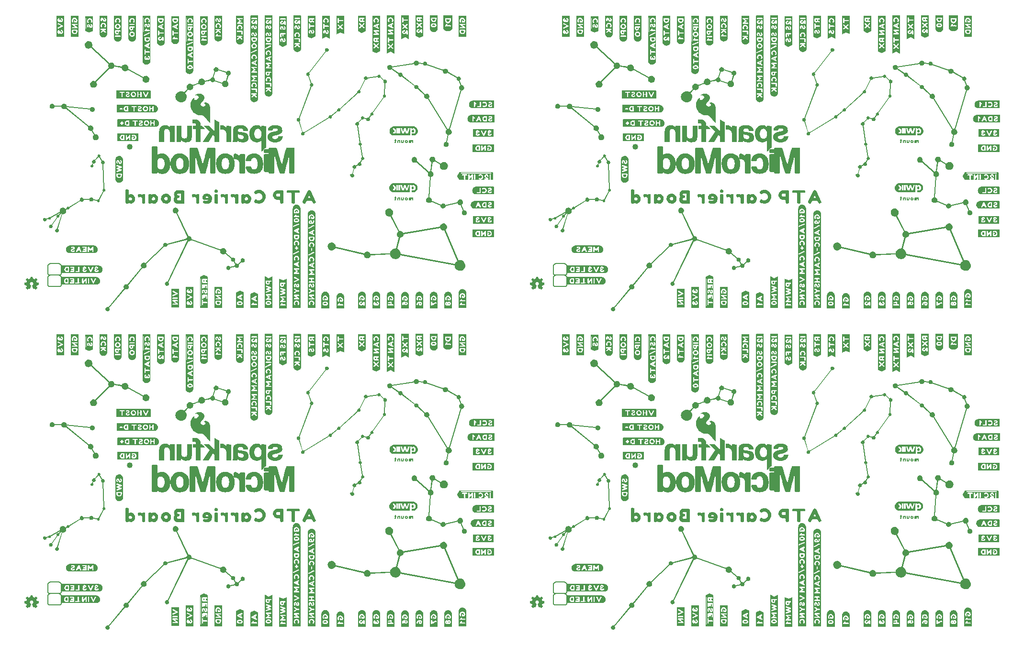
<source format=gbo>
G04 EAGLE Gerber RS-274X export*
G75*
%MOMM*%
%FSLAX34Y34*%
%LPD*%
%INSilkscreen Bottom*%
%IPPOS*%
%AMOC8*
5,1,8,0,0,1.08239X$1,22.5*%
G01*
%ADD10C,1.016000*%
%ADD11C,0.203200*%
%ADD12R,0.040000X2.160000*%
%ADD13R,0.040000X2.280000*%
%ADD14R,0.040000X2.360000*%
%ADD15R,0.040000X2.440000*%
%ADD16R,0.040000X2.480000*%
%ADD17R,0.040000X2.520000*%
%ADD18R,0.040000X2.560000*%
%ADD19R,0.040000X2.600000*%
%ADD20R,0.040000X0.440000*%
%ADD21R,0.040000X0.720000*%
%ADD22R,0.040000X0.600000*%
%ADD23R,0.040000X0.480000*%
%ADD24R,0.040000X0.760000*%
%ADD25R,0.040000X0.360000*%
%ADD26R,0.040000X0.280000*%
%ADD27R,0.040000X0.800000*%
%ADD28R,0.040000X0.200000*%
%ADD29R,0.040000X0.240000*%
%ADD30R,0.040000X0.160000*%
%ADD31R,0.040000X0.320000*%
%ADD32R,0.040000X0.120000*%
%ADD33R,0.040000X0.840000*%
%ADD34R,0.040000X0.400000*%
%ADD35R,0.040000X0.080000*%
%ADD36R,0.040000X0.040000*%
%ADD37R,0.040000X0.560000*%

G36*
X1653080Y305665D02*
X1653080Y305665D01*
X1653120Y305674D01*
X1653160Y305674D01*
X1653982Y305846D01*
X1654019Y305863D01*
X1654059Y305870D01*
X1654831Y306203D01*
X1654863Y306227D01*
X1654900Y306242D01*
X1655570Y306708D01*
X1655597Y306737D01*
X1655629Y306758D01*
X1656186Y307336D01*
X1656206Y307369D01*
X1656234Y307396D01*
X1656667Y308064D01*
X1656680Y308100D01*
X1656702Y308132D01*
X1657000Y308870D01*
X1657006Y308908D01*
X1657022Y308943D01*
X1657175Y309731D01*
X1657173Y309770D01*
X1657182Y309809D01*
X1657178Y310624D01*
X1657169Y310663D01*
X1657170Y310703D01*
X1656998Y311526D01*
X1656979Y311567D01*
X1656970Y311610D01*
X1656558Y312514D01*
X1656528Y312552D01*
X1656508Y312595D01*
X1656428Y312696D01*
X1656428Y312697D01*
X1655911Y313351D01*
X1655874Y313380D01*
X1655845Y313416D01*
X1655101Y314006D01*
X1655060Y314025D01*
X1655025Y314053D01*
X1654448Y314328D01*
X1656923Y326917D01*
X1657570Y326925D01*
X1657608Y326935D01*
X1657648Y326934D01*
X1658626Y327142D01*
X1658662Y327159D01*
X1658700Y327166D01*
X1659645Y327570D01*
X1659678Y327594D01*
X1659715Y327609D01*
X1660536Y328177D01*
X1660562Y328206D01*
X1660596Y328228D01*
X1661277Y328934D01*
X1661290Y328955D01*
X1661306Y328967D01*
X1661313Y328982D01*
X1661325Y328994D01*
X1661855Y329811D01*
X1661869Y329847D01*
X1661891Y329879D01*
X1662256Y330783D01*
X1662262Y330821D01*
X1662278Y330856D01*
X1662464Y331821D01*
X1662463Y331860D01*
X1662472Y331899D01*
X1662467Y332898D01*
X1662457Y332938D01*
X1662458Y332978D01*
X1662248Y333987D01*
X1662230Y334027D01*
X1662222Y334069D01*
X1661760Y335102D01*
X1661733Y335138D01*
X1661714Y335179D01*
X1661054Y336056D01*
X1661021Y336084D01*
X1660995Y336119D01*
X1660173Y336823D01*
X1660135Y336843D01*
X1660104Y336871D01*
X1659439Y337232D01*
X1679611Y406126D01*
X1680221Y406098D01*
X1680266Y406106D01*
X1680311Y406104D01*
X1681247Y406276D01*
X1681288Y406294D01*
X1681333Y406302D01*
X1682105Y406636D01*
X1682137Y406659D01*
X1682174Y406674D01*
X1682844Y407140D01*
X1682871Y407169D01*
X1682904Y407191D01*
X1683461Y407768D01*
X1683481Y407801D01*
X1683508Y407828D01*
X1683941Y408497D01*
X1683954Y408533D01*
X1683976Y408564D01*
X1684275Y409302D01*
X1684281Y409341D01*
X1684296Y409376D01*
X1684449Y410163D01*
X1684448Y410203D01*
X1684456Y410241D01*
X1684452Y411056D01*
X1684443Y411096D01*
X1684444Y411136D01*
X1684273Y411958D01*
X1684257Y411994D01*
X1684250Y412032D01*
X1683951Y412740D01*
X1683929Y412771D01*
X1683916Y412805D01*
X1683505Y413428D01*
X1683479Y413453D01*
X1683460Y413485D01*
X1682951Y414014D01*
X1682921Y414033D01*
X1682898Y414060D01*
X1682309Y414487D01*
X1682276Y414501D01*
X1682249Y414523D01*
X1681595Y414841D01*
X1681561Y414849D01*
X1681530Y414865D01*
X1680828Y415065D01*
X1680792Y415067D01*
X1680759Y415079D01*
X1680024Y415153D01*
X1679988Y415149D01*
X1679953Y415154D01*
X1679518Y415120D01*
X1676809Y423702D01*
X1677502Y424232D01*
X1677546Y424285D01*
X1677595Y424333D01*
X1678206Y425281D01*
X1678229Y425346D01*
X1678259Y425407D01*
X1678337Y425746D01*
X1678338Y425746D01*
X1678515Y426512D01*
X1678515Y426583D01*
X1678522Y426653D01*
X1678373Y427820D01*
X1678354Y427873D01*
X1678344Y427927D01*
X1678080Y428541D01*
X1678056Y428573D01*
X1678041Y428611D01*
X1677671Y429144D01*
X1677642Y429170D01*
X1677621Y429203D01*
X1677161Y429646D01*
X1677128Y429666D01*
X1677101Y429694D01*
X1676570Y430039D01*
X1676534Y430052D01*
X1676502Y430074D01*
X1675915Y430312D01*
X1675877Y430318D01*
X1675841Y430333D01*
X1675215Y430455D01*
X1675175Y430453D01*
X1675137Y430462D01*
X1674488Y430458D01*
X1674448Y430449D01*
X1674408Y430450D01*
X1673753Y430312D01*
X1673708Y430291D01*
X1673660Y430280D01*
X1673471Y430187D01*
X1672782Y429850D01*
X1672737Y429813D01*
X1672687Y429785D01*
X1672209Y429343D01*
X1655658Y438585D01*
X1655886Y439636D01*
X1655885Y439686D01*
X1655894Y439736D01*
X1655868Y440437D01*
X1655858Y440472D01*
X1655859Y440507D01*
X1655704Y441213D01*
X1655688Y441247D01*
X1655681Y441285D01*
X1655349Y442059D01*
X1655325Y442091D01*
X1655310Y442129D01*
X1654845Y442800D01*
X1654816Y442827D01*
X1654794Y442860D01*
X1654218Y443417D01*
X1654184Y443437D01*
X1654157Y443465D01*
X1653490Y443898D01*
X1653453Y443911D01*
X1653422Y443933D01*
X1652684Y444231D01*
X1652646Y444238D01*
X1652611Y444253D01*
X1651823Y444406D01*
X1651784Y444405D01*
X1651746Y444413D01*
X1650930Y444410D01*
X1650891Y444401D01*
X1650851Y444402D01*
X1650028Y444232D01*
X1649991Y444215D01*
X1649951Y444208D01*
X1649189Y443880D01*
X1649156Y443856D01*
X1649119Y443841D01*
X1648457Y443383D01*
X1648430Y443354D01*
X1648398Y443333D01*
X1647845Y442765D01*
X1647825Y442732D01*
X1647797Y442706D01*
X1647539Y442313D01*
X1618968Y452872D01*
X1619006Y453368D01*
X1618999Y453418D01*
X1619001Y453468D01*
X1618860Y454277D01*
X1618842Y454320D01*
X1618834Y454366D01*
X1618569Y454981D01*
X1618545Y455014D01*
X1618531Y455051D01*
X1618161Y455585D01*
X1618131Y455612D01*
X1618127Y455618D01*
X1618123Y455628D01*
X1618119Y455631D01*
X1618110Y455645D01*
X1617651Y456089D01*
X1617617Y456109D01*
X1617591Y456137D01*
X1617059Y456482D01*
X1617023Y456495D01*
X1616991Y456517D01*
X1616404Y456754D01*
X1616366Y456760D01*
X1616331Y456776D01*
X1615704Y456898D01*
X1615665Y456897D01*
X1615626Y456905D01*
X1614977Y456902D01*
X1614938Y456893D01*
X1614898Y456894D01*
X1614243Y456759D01*
X1614200Y456739D01*
X1614154Y456729D01*
X1613750Y456538D01*
X1613365Y456356D01*
X1613324Y456323D01*
X1613277Y456299D01*
X1612635Y455755D01*
X1612605Y455715D01*
X1612567Y455681D01*
X1612089Y455002D01*
X1612070Y454956D01*
X1612043Y454914D01*
X1611852Y454414D01*
X1604333Y454912D01*
X1604216Y455574D01*
X1604198Y455616D01*
X1604190Y455662D01*
X1603857Y456433D01*
X1603834Y456466D01*
X1603819Y456503D01*
X1603354Y457173D01*
X1603324Y457200D01*
X1603303Y457233D01*
X1602726Y457790D01*
X1602693Y457810D01*
X1602666Y457837D01*
X1601998Y458271D01*
X1601962Y458284D01*
X1601931Y458306D01*
X1601193Y458604D01*
X1601155Y458610D01*
X1601119Y458626D01*
X1600332Y458778D01*
X1600293Y458777D01*
X1600254Y458785D01*
X1599439Y458781D01*
X1599399Y458772D01*
X1599359Y458773D01*
X1598537Y458600D01*
X1598488Y458578D01*
X1598438Y458566D01*
X1597222Y457949D01*
X1597171Y457906D01*
X1597116Y457871D01*
X1596201Y456927D01*
X1596168Y456872D01*
X1596129Y456823D01*
X1595559Y455647D01*
X1595544Y455585D01*
X1595522Y455527D01*
X1595383Y454506D01*
X1557150Y448345D01*
X1556924Y448870D01*
X1556900Y448903D01*
X1556886Y448940D01*
X1556421Y449610D01*
X1556403Y449626D01*
X1556396Y449639D01*
X1556382Y449650D01*
X1556370Y449670D01*
X1555793Y450226D01*
X1555760Y450246D01*
X1555733Y450274D01*
X1555065Y450707D01*
X1555029Y450721D01*
X1554998Y450743D01*
X1554260Y451041D01*
X1554221Y451047D01*
X1554186Y451063D01*
X1553399Y451215D01*
X1553359Y451214D01*
X1553321Y451222D01*
X1552505Y451218D01*
X1552466Y451209D01*
X1552426Y451209D01*
X1551603Y451037D01*
X1551567Y451021D01*
X1551528Y451013D01*
X1550756Y450683D01*
X1550723Y450659D01*
X1550686Y450644D01*
X1550016Y450181D01*
X1549989Y450151D01*
X1549956Y450130D01*
X1549399Y449554D01*
X1549379Y449520D01*
X1549351Y449494D01*
X1548918Y448826D01*
X1548905Y448790D01*
X1548883Y448759D01*
X1548585Y448021D01*
X1548579Y447983D01*
X1548563Y447947D01*
X1548411Y447160D01*
X1548412Y447121D01*
X1548403Y447082D01*
X1548408Y446267D01*
X1548417Y446228D01*
X1548416Y446188D01*
X1548587Y445365D01*
X1548604Y445328D01*
X1548612Y445289D01*
X1548944Y444517D01*
X1548967Y444485D01*
X1548982Y444447D01*
X1549447Y443777D01*
X1549476Y443751D01*
X1549498Y443718D01*
X1550075Y443160D01*
X1550108Y443140D01*
X1550134Y443113D01*
X1550802Y442679D01*
X1550838Y442666D01*
X1550870Y442644D01*
X1551608Y442345D01*
X1551646Y442338D01*
X1551681Y442323D01*
X1552468Y442169D01*
X1552508Y442170D01*
X1552546Y442162D01*
X1553361Y442164D01*
X1553401Y442173D01*
X1553441Y442172D01*
X1554263Y442342D01*
X1554309Y442362D01*
X1554357Y442373D01*
X1555352Y442854D01*
X1555394Y442887D01*
X1555440Y442912D01*
X1556017Y443411D01*
X1568390Y434917D01*
X1568162Y434043D01*
X1568160Y433969D01*
X1568152Y433897D01*
X1568293Y432679D01*
X1568313Y432623D01*
X1568323Y432567D01*
X1568587Y431953D01*
X1568611Y431921D01*
X1568626Y431883D01*
X1568996Y431351D01*
X1569025Y431325D01*
X1569047Y431292D01*
X1569506Y430849D01*
X1569539Y430829D01*
X1569566Y430802D01*
X1570098Y430458D01*
X1570134Y430445D01*
X1570165Y430423D01*
X1570753Y430186D01*
X1570791Y430180D01*
X1570826Y430164D01*
X1571452Y430043D01*
X1571492Y430044D01*
X1571530Y430035D01*
X1572179Y430038D01*
X1572218Y430047D01*
X1572258Y430046D01*
X1572913Y430182D01*
X1572952Y430200D01*
X1572995Y430208D01*
X1573651Y430502D01*
X1573686Y430528D01*
X1573726Y430546D01*
X1574043Y430780D01*
X1596519Y413233D01*
X1596389Y412920D01*
X1596382Y412882D01*
X1596366Y412846D01*
X1596238Y412213D01*
X1596239Y412173D01*
X1596230Y412134D01*
X1596229Y411476D01*
X1596238Y411437D01*
X1596237Y411396D01*
X1596374Y410729D01*
X1596391Y410691D01*
X1596398Y410651D01*
X1596663Y410038D01*
X1596687Y410005D01*
X1596702Y409968D01*
X1597072Y409436D01*
X1597101Y409409D01*
X1597123Y409376D01*
X1597582Y408934D01*
X1597615Y408914D01*
X1597642Y408886D01*
X1598174Y408542D01*
X1598210Y408529D01*
X1598241Y408507D01*
X1598828Y408270D01*
X1598867Y408264D01*
X1598902Y408249D01*
X1599528Y408127D01*
X1599568Y408129D01*
X1599606Y408120D01*
X1600255Y408123D01*
X1600294Y408132D01*
X1600334Y408131D01*
X1600989Y408267D01*
X1601042Y408291D01*
X1601097Y408306D01*
X1601925Y408753D01*
X1614454Y397741D01*
X1614182Y397214D01*
X1614171Y397173D01*
X1614151Y397135D01*
X1613914Y396260D01*
X1613913Y396215D01*
X1613901Y396172D01*
X1613863Y395254D01*
X1613871Y395208D01*
X1613870Y395162D01*
X1614049Y394230D01*
X1614056Y394213D01*
X1614056Y394206D01*
X1614068Y394182D01*
X1614074Y394148D01*
X1614406Y393376D01*
X1614430Y393343D01*
X1614445Y393306D01*
X1614909Y392636D01*
X1614939Y392610D01*
X1614960Y392577D01*
X1615537Y392020D01*
X1615570Y392000D01*
X1615597Y391972D01*
X1616265Y391539D01*
X1616301Y391525D01*
X1616333Y391504D01*
X1617070Y391205D01*
X1617109Y391199D01*
X1617144Y391183D01*
X1617931Y391031D01*
X1617971Y391032D01*
X1618009Y391024D01*
X1618825Y391028D01*
X1618864Y391037D01*
X1618904Y391037D01*
X1619727Y391209D01*
X1619763Y391225D01*
X1619802Y391232D01*
X1619886Y391268D01*
X1653403Y336431D01*
X1652498Y335427D01*
X1652470Y335377D01*
X1652434Y335332D01*
X1651800Y334005D01*
X1651787Y333947D01*
X1651766Y333893D01*
X1651541Y332425D01*
X1651545Y332364D01*
X1651541Y332304D01*
X1651775Y330781D01*
X1651793Y330735D01*
X1651793Y330725D01*
X1651799Y330713D01*
X1651807Y330675D01*
X1652330Y329536D01*
X1652360Y329496D01*
X1652381Y329452D01*
X1653140Y328506D01*
X1653178Y328476D01*
X1653208Y328440D01*
X1654156Y327709D01*
X1654199Y327690D01*
X1654235Y327662D01*
X1655036Y327299D01*
X1652560Y314714D01*
X1652140Y314705D01*
X1652103Y314696D01*
X1652066Y314697D01*
X1651321Y314541D01*
X1651284Y314524D01*
X1651244Y314517D01*
X1650473Y314184D01*
X1650440Y314160D01*
X1650403Y314145D01*
X1649733Y313679D01*
X1649707Y313650D01*
X1649674Y313629D01*
X1649117Y313051D01*
X1649097Y313018D01*
X1649070Y312991D01*
X1648637Y312323D01*
X1648623Y312287D01*
X1648602Y312255D01*
X1648303Y311517D01*
X1648297Y311479D01*
X1648282Y311443D01*
X1648129Y310656D01*
X1648130Y310617D01*
X1648122Y310578D01*
X1648125Y309763D01*
X1648135Y309724D01*
X1648134Y309683D01*
X1648305Y308861D01*
X1648322Y308824D01*
X1648329Y308785D01*
X1648661Y308013D01*
X1648685Y307980D01*
X1648700Y307943D01*
X1649165Y307273D01*
X1649194Y307246D01*
X1649215Y307214D01*
X1649792Y306657D01*
X1649825Y306636D01*
X1649852Y306609D01*
X1650520Y306176D01*
X1650556Y306162D01*
X1650588Y306140D01*
X1651326Y305842D01*
X1651364Y305836D01*
X1651400Y305820D01*
X1652187Y305668D01*
X1652226Y305669D01*
X1652265Y305661D01*
X1653080Y305665D01*
G37*
G36*
X759000Y305665D02*
X759000Y305665D01*
X759040Y305674D01*
X759080Y305674D01*
X759902Y305846D01*
X759939Y305863D01*
X759979Y305870D01*
X760751Y306203D01*
X760783Y306227D01*
X760820Y306242D01*
X761490Y306708D01*
X761517Y306737D01*
X761549Y306758D01*
X762106Y307336D01*
X762126Y307369D01*
X762154Y307396D01*
X762587Y308064D01*
X762600Y308100D01*
X762622Y308132D01*
X762920Y308870D01*
X762926Y308908D01*
X762942Y308943D01*
X763095Y309731D01*
X763093Y309770D01*
X763102Y309809D01*
X763098Y310624D01*
X763089Y310663D01*
X763090Y310703D01*
X762918Y311526D01*
X762899Y311567D01*
X762890Y311610D01*
X762478Y312514D01*
X762448Y312552D01*
X762428Y312595D01*
X762348Y312696D01*
X762348Y312697D01*
X761831Y313351D01*
X761794Y313380D01*
X761765Y313416D01*
X761021Y314006D01*
X760980Y314025D01*
X760945Y314053D01*
X760368Y314328D01*
X762843Y326917D01*
X763490Y326925D01*
X763528Y326935D01*
X763568Y326934D01*
X764546Y327142D01*
X764582Y327159D01*
X764620Y327166D01*
X765565Y327570D01*
X765598Y327594D01*
X765635Y327609D01*
X766456Y328177D01*
X766482Y328206D01*
X766516Y328228D01*
X767197Y328934D01*
X767210Y328955D01*
X767226Y328967D01*
X767233Y328982D01*
X767245Y328994D01*
X767775Y329811D01*
X767789Y329847D01*
X767811Y329879D01*
X768176Y330783D01*
X768182Y330821D01*
X768198Y330856D01*
X768384Y331821D01*
X768383Y331860D01*
X768392Y331899D01*
X768387Y332898D01*
X768377Y332938D01*
X768378Y332978D01*
X768168Y333987D01*
X768150Y334027D01*
X768142Y334069D01*
X767680Y335102D01*
X767653Y335138D01*
X767634Y335179D01*
X766974Y336056D01*
X766941Y336084D01*
X766915Y336119D01*
X766093Y336823D01*
X766055Y336843D01*
X766024Y336871D01*
X765359Y337232D01*
X785531Y406126D01*
X786141Y406098D01*
X786186Y406106D01*
X786231Y406104D01*
X787167Y406276D01*
X787208Y406294D01*
X787253Y406302D01*
X788025Y406636D01*
X788057Y406659D01*
X788094Y406674D01*
X788764Y407140D01*
X788791Y407169D01*
X788824Y407191D01*
X789381Y407768D01*
X789401Y407801D01*
X789428Y407828D01*
X789861Y408497D01*
X789874Y408533D01*
X789896Y408564D01*
X790195Y409302D01*
X790201Y409341D01*
X790216Y409376D01*
X790369Y410163D01*
X790368Y410203D01*
X790376Y410241D01*
X790372Y411056D01*
X790363Y411096D01*
X790364Y411136D01*
X790193Y411958D01*
X790177Y411994D01*
X790170Y412032D01*
X789871Y412740D01*
X789849Y412771D01*
X789836Y412805D01*
X789425Y413428D01*
X789399Y413453D01*
X789380Y413485D01*
X788871Y414014D01*
X788841Y414033D01*
X788818Y414060D01*
X788229Y414487D01*
X788196Y414501D01*
X788169Y414523D01*
X787515Y414841D01*
X787481Y414849D01*
X787450Y414865D01*
X786748Y415065D01*
X786712Y415067D01*
X786679Y415079D01*
X785944Y415153D01*
X785908Y415149D01*
X785873Y415154D01*
X785438Y415120D01*
X782729Y423702D01*
X783422Y424232D01*
X783466Y424285D01*
X783515Y424333D01*
X784126Y425281D01*
X784149Y425346D01*
X784179Y425407D01*
X784257Y425746D01*
X784258Y425746D01*
X784435Y426512D01*
X784435Y426583D01*
X784442Y426653D01*
X784293Y427820D01*
X784274Y427873D01*
X784264Y427927D01*
X784000Y428541D01*
X783976Y428573D01*
X783961Y428611D01*
X783591Y429144D01*
X783562Y429170D01*
X783541Y429203D01*
X783081Y429646D01*
X783048Y429666D01*
X783021Y429694D01*
X782490Y430039D01*
X782454Y430052D01*
X782422Y430074D01*
X781835Y430312D01*
X781797Y430318D01*
X781761Y430333D01*
X781135Y430455D01*
X781095Y430453D01*
X781057Y430462D01*
X780408Y430458D01*
X780368Y430449D01*
X780328Y430450D01*
X779673Y430312D01*
X779628Y430291D01*
X779580Y430280D01*
X779391Y430187D01*
X778702Y429850D01*
X778657Y429813D01*
X778607Y429785D01*
X778129Y429343D01*
X761578Y438585D01*
X761806Y439636D01*
X761805Y439686D01*
X761814Y439736D01*
X761788Y440437D01*
X761778Y440472D01*
X761779Y440507D01*
X761624Y441213D01*
X761608Y441247D01*
X761601Y441285D01*
X761269Y442059D01*
X761245Y442091D01*
X761230Y442129D01*
X760765Y442800D01*
X760736Y442827D01*
X760714Y442860D01*
X760138Y443417D01*
X760104Y443437D01*
X760077Y443465D01*
X759410Y443898D01*
X759373Y443911D01*
X759342Y443933D01*
X758604Y444231D01*
X758566Y444238D01*
X758531Y444253D01*
X757743Y444406D01*
X757704Y444405D01*
X757666Y444413D01*
X756850Y444410D01*
X756811Y444401D01*
X756771Y444402D01*
X755948Y444232D01*
X755911Y444215D01*
X755871Y444208D01*
X755109Y443880D01*
X755076Y443856D01*
X755039Y443841D01*
X754377Y443383D01*
X754350Y443354D01*
X754318Y443333D01*
X753765Y442765D01*
X753745Y442732D01*
X753717Y442706D01*
X753459Y442313D01*
X724888Y452872D01*
X724926Y453368D01*
X724919Y453418D01*
X724921Y453468D01*
X724780Y454277D01*
X724762Y454320D01*
X724754Y454366D01*
X724489Y454981D01*
X724465Y455014D01*
X724451Y455051D01*
X724081Y455585D01*
X724051Y455612D01*
X724047Y455618D01*
X724043Y455628D01*
X724039Y455631D01*
X724030Y455645D01*
X723571Y456089D01*
X723537Y456109D01*
X723511Y456137D01*
X722979Y456482D01*
X722943Y456495D01*
X722911Y456517D01*
X722324Y456754D01*
X722286Y456760D01*
X722251Y456776D01*
X721624Y456898D01*
X721585Y456897D01*
X721546Y456905D01*
X720897Y456902D01*
X720858Y456893D01*
X720818Y456894D01*
X720163Y456759D01*
X720120Y456739D01*
X720074Y456729D01*
X719670Y456538D01*
X719285Y456356D01*
X719244Y456323D01*
X719197Y456299D01*
X718555Y455755D01*
X718525Y455715D01*
X718487Y455681D01*
X718009Y455002D01*
X717990Y454956D01*
X717963Y454914D01*
X717772Y454414D01*
X710253Y454912D01*
X710136Y455574D01*
X710118Y455616D01*
X710110Y455662D01*
X709777Y456433D01*
X709754Y456466D01*
X709739Y456503D01*
X709274Y457173D01*
X709244Y457200D01*
X709223Y457233D01*
X708646Y457790D01*
X708613Y457810D01*
X708586Y457837D01*
X707918Y458271D01*
X707882Y458284D01*
X707851Y458306D01*
X707113Y458604D01*
X707075Y458610D01*
X707039Y458626D01*
X706252Y458778D01*
X706213Y458777D01*
X706174Y458785D01*
X705359Y458781D01*
X705319Y458772D01*
X705279Y458773D01*
X704457Y458600D01*
X704408Y458578D01*
X704358Y458566D01*
X703142Y457949D01*
X703091Y457906D01*
X703036Y457871D01*
X702121Y456927D01*
X702088Y456872D01*
X702049Y456823D01*
X701479Y455647D01*
X701464Y455585D01*
X701442Y455527D01*
X701303Y454506D01*
X663070Y448345D01*
X662844Y448870D01*
X662820Y448903D01*
X662806Y448940D01*
X662341Y449610D01*
X662323Y449626D01*
X662316Y449639D01*
X662302Y449650D01*
X662290Y449670D01*
X661713Y450226D01*
X661680Y450246D01*
X661653Y450274D01*
X660985Y450707D01*
X660949Y450721D01*
X660918Y450743D01*
X660180Y451041D01*
X660141Y451047D01*
X660106Y451063D01*
X659319Y451215D01*
X659279Y451214D01*
X659241Y451222D01*
X658425Y451218D01*
X658386Y451209D01*
X658346Y451209D01*
X657523Y451037D01*
X657487Y451021D01*
X657448Y451013D01*
X656676Y450683D01*
X656643Y450659D01*
X656606Y450644D01*
X655936Y450181D01*
X655909Y450151D01*
X655876Y450130D01*
X655319Y449554D01*
X655299Y449520D01*
X655271Y449494D01*
X654838Y448826D01*
X654825Y448790D01*
X654803Y448759D01*
X654505Y448021D01*
X654499Y447983D01*
X654483Y447947D01*
X654331Y447160D01*
X654332Y447121D01*
X654323Y447082D01*
X654328Y446267D01*
X654337Y446228D01*
X654336Y446188D01*
X654507Y445365D01*
X654524Y445328D01*
X654532Y445289D01*
X654864Y444517D01*
X654887Y444485D01*
X654902Y444447D01*
X655367Y443777D01*
X655396Y443751D01*
X655418Y443718D01*
X655995Y443160D01*
X656028Y443140D01*
X656054Y443113D01*
X656722Y442679D01*
X656758Y442666D01*
X656790Y442644D01*
X657528Y442345D01*
X657566Y442338D01*
X657601Y442323D01*
X658388Y442169D01*
X658428Y442170D01*
X658466Y442162D01*
X659281Y442164D01*
X659321Y442173D01*
X659361Y442172D01*
X660183Y442342D01*
X660229Y442362D01*
X660277Y442373D01*
X661272Y442854D01*
X661314Y442887D01*
X661360Y442912D01*
X661937Y443411D01*
X674310Y434917D01*
X674082Y434043D01*
X674080Y433969D01*
X674072Y433897D01*
X674213Y432679D01*
X674233Y432623D01*
X674243Y432567D01*
X674507Y431953D01*
X674531Y431921D01*
X674546Y431883D01*
X674916Y431351D01*
X674945Y431325D01*
X674967Y431292D01*
X675426Y430849D01*
X675459Y430829D01*
X675486Y430802D01*
X676018Y430458D01*
X676054Y430445D01*
X676085Y430423D01*
X676673Y430186D01*
X676711Y430180D01*
X676746Y430164D01*
X677372Y430043D01*
X677412Y430044D01*
X677450Y430035D01*
X678099Y430038D01*
X678138Y430047D01*
X678178Y430046D01*
X678833Y430182D01*
X678872Y430200D01*
X678915Y430208D01*
X679571Y430502D01*
X679606Y430528D01*
X679646Y430546D01*
X679963Y430780D01*
X702439Y413233D01*
X702309Y412920D01*
X702302Y412882D01*
X702286Y412846D01*
X702158Y412213D01*
X702159Y412173D01*
X702150Y412134D01*
X702149Y411476D01*
X702158Y411437D01*
X702157Y411396D01*
X702294Y410729D01*
X702311Y410691D01*
X702318Y410651D01*
X702583Y410038D01*
X702607Y410005D01*
X702622Y409968D01*
X702992Y409436D01*
X703021Y409409D01*
X703043Y409376D01*
X703502Y408934D01*
X703535Y408914D01*
X703562Y408886D01*
X704094Y408542D01*
X704130Y408529D01*
X704161Y408507D01*
X704748Y408270D01*
X704787Y408264D01*
X704822Y408249D01*
X705448Y408127D01*
X705488Y408129D01*
X705526Y408120D01*
X706175Y408123D01*
X706214Y408132D01*
X706254Y408131D01*
X706909Y408267D01*
X706962Y408291D01*
X707017Y408306D01*
X707845Y408753D01*
X720374Y397741D01*
X720102Y397214D01*
X720091Y397173D01*
X720071Y397135D01*
X719834Y396260D01*
X719833Y396215D01*
X719821Y396172D01*
X719783Y395254D01*
X719791Y395208D01*
X719790Y395162D01*
X719969Y394230D01*
X719976Y394213D01*
X719976Y394206D01*
X719988Y394182D01*
X719994Y394148D01*
X720326Y393376D01*
X720350Y393343D01*
X720365Y393306D01*
X720829Y392636D01*
X720859Y392610D01*
X720880Y392577D01*
X721457Y392020D01*
X721490Y392000D01*
X721517Y391972D01*
X722185Y391539D01*
X722221Y391525D01*
X722253Y391504D01*
X722990Y391205D01*
X723029Y391199D01*
X723064Y391183D01*
X723851Y391031D01*
X723891Y391032D01*
X723929Y391024D01*
X724745Y391028D01*
X724784Y391037D01*
X724824Y391037D01*
X725647Y391209D01*
X725683Y391225D01*
X725722Y391232D01*
X725806Y391268D01*
X759323Y336431D01*
X758418Y335427D01*
X758390Y335377D01*
X758354Y335332D01*
X757720Y334005D01*
X757707Y333947D01*
X757686Y333893D01*
X757461Y332425D01*
X757465Y332364D01*
X757461Y332304D01*
X757695Y330781D01*
X757713Y330735D01*
X757713Y330725D01*
X757719Y330713D01*
X757727Y330675D01*
X758250Y329536D01*
X758280Y329496D01*
X758301Y329452D01*
X759060Y328506D01*
X759098Y328476D01*
X759128Y328440D01*
X760076Y327709D01*
X760119Y327690D01*
X760155Y327662D01*
X760956Y327299D01*
X758480Y314714D01*
X758060Y314705D01*
X758023Y314696D01*
X757986Y314697D01*
X757241Y314541D01*
X757204Y314524D01*
X757164Y314517D01*
X756393Y314184D01*
X756360Y314160D01*
X756323Y314145D01*
X755653Y313679D01*
X755627Y313650D01*
X755594Y313629D01*
X755037Y313051D01*
X755017Y313018D01*
X754990Y312991D01*
X754557Y312323D01*
X754543Y312287D01*
X754522Y312255D01*
X754223Y311517D01*
X754217Y311479D01*
X754202Y311443D01*
X754049Y310656D01*
X754050Y310617D01*
X754042Y310578D01*
X754045Y309763D01*
X754055Y309724D01*
X754054Y309683D01*
X754225Y308861D01*
X754242Y308824D01*
X754249Y308785D01*
X754581Y308013D01*
X754605Y307980D01*
X754620Y307943D01*
X755085Y307273D01*
X755114Y307246D01*
X755135Y307214D01*
X755712Y306657D01*
X755745Y306636D01*
X755772Y306609D01*
X756440Y306176D01*
X756476Y306162D01*
X756508Y306140D01*
X757246Y305842D01*
X757284Y305836D01*
X757320Y305820D01*
X758107Y305668D01*
X758146Y305669D01*
X758185Y305661D01*
X759000Y305665D01*
G37*
G36*
X759000Y869545D02*
X759000Y869545D01*
X759040Y869554D01*
X759080Y869554D01*
X759902Y869726D01*
X759939Y869743D01*
X759979Y869750D01*
X760751Y870083D01*
X760783Y870107D01*
X760820Y870122D01*
X761490Y870588D01*
X761517Y870617D01*
X761549Y870638D01*
X762106Y871216D01*
X762126Y871249D01*
X762154Y871276D01*
X762587Y871944D01*
X762600Y871980D01*
X762622Y872012D01*
X762920Y872750D01*
X762926Y872788D01*
X762942Y872823D01*
X763095Y873611D01*
X763093Y873650D01*
X763102Y873689D01*
X763098Y874504D01*
X763089Y874543D01*
X763090Y874583D01*
X762918Y875406D01*
X762899Y875447D01*
X762890Y875490D01*
X762478Y876394D01*
X762448Y876432D01*
X762428Y876475D01*
X762348Y876576D01*
X762348Y876577D01*
X761831Y877231D01*
X761794Y877260D01*
X761765Y877296D01*
X761021Y877886D01*
X760980Y877905D01*
X760945Y877933D01*
X760368Y878208D01*
X762843Y890797D01*
X763490Y890805D01*
X763528Y890815D01*
X763568Y890814D01*
X764546Y891022D01*
X764582Y891039D01*
X764620Y891046D01*
X765565Y891450D01*
X765598Y891474D01*
X765635Y891489D01*
X766456Y892057D01*
X766482Y892086D01*
X766516Y892108D01*
X767197Y892814D01*
X767210Y892835D01*
X767226Y892847D01*
X767233Y892862D01*
X767245Y892874D01*
X767775Y893691D01*
X767789Y893727D01*
X767811Y893759D01*
X768176Y894663D01*
X768182Y894701D01*
X768198Y894736D01*
X768384Y895701D01*
X768383Y895740D01*
X768392Y895779D01*
X768387Y896778D01*
X768377Y896818D01*
X768378Y896858D01*
X768168Y897867D01*
X768150Y897907D01*
X768142Y897949D01*
X767680Y898982D01*
X767653Y899018D01*
X767634Y899059D01*
X766974Y899936D01*
X766941Y899964D01*
X766915Y899999D01*
X766093Y900703D01*
X766055Y900723D01*
X766024Y900751D01*
X765359Y901112D01*
X785531Y970006D01*
X786141Y969978D01*
X786186Y969986D01*
X786231Y969984D01*
X787167Y970156D01*
X787208Y970174D01*
X787253Y970182D01*
X788025Y970516D01*
X788057Y970539D01*
X788094Y970554D01*
X788764Y971020D01*
X788791Y971049D01*
X788824Y971071D01*
X789381Y971648D01*
X789401Y971681D01*
X789428Y971708D01*
X789861Y972377D01*
X789874Y972413D01*
X789896Y972444D01*
X790195Y973182D01*
X790201Y973221D01*
X790216Y973256D01*
X790369Y974043D01*
X790368Y974083D01*
X790376Y974121D01*
X790372Y974936D01*
X790363Y974976D01*
X790364Y975016D01*
X790193Y975838D01*
X790177Y975874D01*
X790170Y975912D01*
X789871Y976620D01*
X789849Y976651D01*
X789836Y976685D01*
X789425Y977308D01*
X789399Y977333D01*
X789380Y977365D01*
X788871Y977894D01*
X788841Y977913D01*
X788818Y977940D01*
X788229Y978367D01*
X788196Y978381D01*
X788169Y978403D01*
X787515Y978721D01*
X787481Y978729D01*
X787450Y978745D01*
X786748Y978945D01*
X786712Y978947D01*
X786679Y978959D01*
X785944Y979033D01*
X785908Y979029D01*
X785873Y979034D01*
X785438Y979000D01*
X782729Y987582D01*
X783422Y988112D01*
X783466Y988165D01*
X783515Y988213D01*
X784126Y989161D01*
X784149Y989226D01*
X784179Y989287D01*
X784257Y989626D01*
X784258Y989626D01*
X784435Y990392D01*
X784435Y990463D01*
X784442Y990533D01*
X784293Y991700D01*
X784274Y991753D01*
X784264Y991807D01*
X784000Y992421D01*
X783976Y992453D01*
X783961Y992491D01*
X783591Y993024D01*
X783562Y993050D01*
X783541Y993083D01*
X783081Y993526D01*
X783048Y993546D01*
X783021Y993574D01*
X782490Y993919D01*
X782454Y993932D01*
X782422Y993954D01*
X781835Y994192D01*
X781797Y994198D01*
X781761Y994213D01*
X781135Y994335D01*
X781095Y994333D01*
X781057Y994342D01*
X780408Y994338D01*
X780368Y994329D01*
X780328Y994330D01*
X779673Y994192D01*
X779628Y994171D01*
X779580Y994160D01*
X779391Y994067D01*
X778702Y993730D01*
X778657Y993693D01*
X778607Y993665D01*
X778129Y993223D01*
X761578Y1002465D01*
X761806Y1003516D01*
X761805Y1003566D01*
X761814Y1003616D01*
X761788Y1004317D01*
X761778Y1004352D01*
X761779Y1004387D01*
X761624Y1005093D01*
X761608Y1005127D01*
X761601Y1005165D01*
X761269Y1005939D01*
X761245Y1005971D01*
X761230Y1006009D01*
X760765Y1006680D01*
X760736Y1006707D01*
X760714Y1006740D01*
X760138Y1007297D01*
X760104Y1007317D01*
X760077Y1007345D01*
X759410Y1007778D01*
X759373Y1007791D01*
X759342Y1007813D01*
X758604Y1008111D01*
X758566Y1008118D01*
X758531Y1008133D01*
X757743Y1008286D01*
X757704Y1008285D01*
X757666Y1008293D01*
X756850Y1008290D01*
X756811Y1008281D01*
X756771Y1008282D01*
X755948Y1008112D01*
X755911Y1008095D01*
X755871Y1008088D01*
X755109Y1007760D01*
X755076Y1007736D01*
X755039Y1007721D01*
X754377Y1007263D01*
X754350Y1007234D01*
X754318Y1007213D01*
X753765Y1006645D01*
X753745Y1006612D01*
X753717Y1006586D01*
X753459Y1006193D01*
X724888Y1016752D01*
X724926Y1017248D01*
X724919Y1017298D01*
X724921Y1017348D01*
X724780Y1018157D01*
X724762Y1018200D01*
X724754Y1018246D01*
X724489Y1018861D01*
X724465Y1018894D01*
X724451Y1018931D01*
X724081Y1019465D01*
X724051Y1019492D01*
X724047Y1019498D01*
X724043Y1019508D01*
X724039Y1019511D01*
X724030Y1019525D01*
X723571Y1019969D01*
X723537Y1019989D01*
X723511Y1020017D01*
X722979Y1020362D01*
X722943Y1020375D01*
X722911Y1020397D01*
X722324Y1020634D01*
X722286Y1020640D01*
X722251Y1020656D01*
X721624Y1020778D01*
X721585Y1020777D01*
X721546Y1020785D01*
X720897Y1020782D01*
X720858Y1020773D01*
X720818Y1020774D01*
X720163Y1020639D01*
X720120Y1020619D01*
X720074Y1020609D01*
X719670Y1020418D01*
X719285Y1020236D01*
X719244Y1020203D01*
X719197Y1020179D01*
X718555Y1019635D01*
X718525Y1019595D01*
X718487Y1019561D01*
X718009Y1018882D01*
X717990Y1018836D01*
X717963Y1018794D01*
X717772Y1018294D01*
X710253Y1018792D01*
X710136Y1019454D01*
X710118Y1019496D01*
X710110Y1019542D01*
X709777Y1020313D01*
X709754Y1020346D01*
X709739Y1020383D01*
X709274Y1021053D01*
X709244Y1021080D01*
X709223Y1021113D01*
X708646Y1021670D01*
X708613Y1021690D01*
X708586Y1021717D01*
X707918Y1022151D01*
X707882Y1022164D01*
X707851Y1022186D01*
X707113Y1022484D01*
X707075Y1022490D01*
X707039Y1022506D01*
X706252Y1022658D01*
X706213Y1022657D01*
X706174Y1022665D01*
X705359Y1022661D01*
X705319Y1022652D01*
X705279Y1022653D01*
X704457Y1022480D01*
X704408Y1022458D01*
X704358Y1022446D01*
X703142Y1021829D01*
X703091Y1021786D01*
X703036Y1021751D01*
X702121Y1020807D01*
X702088Y1020752D01*
X702049Y1020703D01*
X701479Y1019527D01*
X701464Y1019465D01*
X701442Y1019407D01*
X701303Y1018386D01*
X663070Y1012225D01*
X662844Y1012750D01*
X662820Y1012783D01*
X662806Y1012820D01*
X662341Y1013490D01*
X662323Y1013506D01*
X662316Y1013519D01*
X662302Y1013530D01*
X662290Y1013550D01*
X661713Y1014106D01*
X661680Y1014126D01*
X661653Y1014154D01*
X660985Y1014587D01*
X660949Y1014601D01*
X660918Y1014623D01*
X660180Y1014921D01*
X660141Y1014927D01*
X660106Y1014943D01*
X659319Y1015095D01*
X659279Y1015094D01*
X659241Y1015102D01*
X658425Y1015098D01*
X658386Y1015089D01*
X658346Y1015089D01*
X657523Y1014917D01*
X657487Y1014901D01*
X657448Y1014893D01*
X656676Y1014563D01*
X656643Y1014539D01*
X656606Y1014524D01*
X655936Y1014061D01*
X655909Y1014031D01*
X655876Y1014010D01*
X655319Y1013434D01*
X655299Y1013400D01*
X655271Y1013374D01*
X654838Y1012706D01*
X654825Y1012670D01*
X654803Y1012639D01*
X654505Y1011901D01*
X654499Y1011863D01*
X654483Y1011827D01*
X654331Y1011040D01*
X654332Y1011001D01*
X654323Y1010962D01*
X654328Y1010147D01*
X654337Y1010108D01*
X654336Y1010068D01*
X654507Y1009245D01*
X654524Y1009208D01*
X654532Y1009169D01*
X654864Y1008397D01*
X654887Y1008365D01*
X654902Y1008327D01*
X655367Y1007657D01*
X655396Y1007631D01*
X655418Y1007598D01*
X655995Y1007040D01*
X656028Y1007020D01*
X656054Y1006993D01*
X656722Y1006559D01*
X656758Y1006546D01*
X656790Y1006524D01*
X657528Y1006225D01*
X657566Y1006218D01*
X657601Y1006203D01*
X658388Y1006049D01*
X658428Y1006050D01*
X658466Y1006042D01*
X659281Y1006044D01*
X659321Y1006053D01*
X659361Y1006052D01*
X660183Y1006222D01*
X660229Y1006242D01*
X660277Y1006253D01*
X661272Y1006734D01*
X661314Y1006767D01*
X661360Y1006792D01*
X661937Y1007291D01*
X674310Y998797D01*
X674082Y997923D01*
X674080Y997849D01*
X674072Y997777D01*
X674213Y996559D01*
X674233Y996503D01*
X674243Y996447D01*
X674507Y995833D01*
X674531Y995801D01*
X674546Y995763D01*
X674916Y995231D01*
X674945Y995205D01*
X674967Y995172D01*
X675426Y994729D01*
X675459Y994709D01*
X675486Y994682D01*
X676018Y994338D01*
X676054Y994325D01*
X676085Y994303D01*
X676673Y994066D01*
X676711Y994060D01*
X676746Y994044D01*
X677372Y993923D01*
X677412Y993924D01*
X677450Y993915D01*
X678099Y993918D01*
X678138Y993927D01*
X678178Y993926D01*
X678833Y994062D01*
X678872Y994080D01*
X678915Y994088D01*
X679571Y994382D01*
X679606Y994408D01*
X679646Y994426D01*
X679963Y994660D01*
X702439Y977113D01*
X702309Y976800D01*
X702302Y976762D01*
X702286Y976726D01*
X702158Y976093D01*
X702159Y976053D01*
X702150Y976014D01*
X702149Y975356D01*
X702158Y975317D01*
X702157Y975276D01*
X702294Y974609D01*
X702311Y974571D01*
X702318Y974531D01*
X702583Y973918D01*
X702607Y973885D01*
X702622Y973848D01*
X702992Y973316D01*
X703021Y973289D01*
X703043Y973256D01*
X703502Y972814D01*
X703535Y972794D01*
X703562Y972766D01*
X704094Y972422D01*
X704130Y972409D01*
X704161Y972387D01*
X704748Y972150D01*
X704787Y972144D01*
X704822Y972129D01*
X705448Y972007D01*
X705488Y972009D01*
X705526Y972000D01*
X706175Y972003D01*
X706214Y972012D01*
X706254Y972011D01*
X706909Y972147D01*
X706962Y972171D01*
X707017Y972186D01*
X707845Y972633D01*
X720374Y961621D01*
X720102Y961094D01*
X720091Y961053D01*
X720071Y961015D01*
X719834Y960140D01*
X719833Y960095D01*
X719821Y960052D01*
X719783Y959134D01*
X719791Y959088D01*
X719790Y959042D01*
X719969Y958110D01*
X719976Y958093D01*
X719976Y958086D01*
X719988Y958062D01*
X719994Y958028D01*
X720326Y957256D01*
X720350Y957223D01*
X720365Y957186D01*
X720829Y956516D01*
X720859Y956490D01*
X720880Y956457D01*
X721457Y955900D01*
X721490Y955880D01*
X721517Y955852D01*
X722185Y955419D01*
X722221Y955405D01*
X722253Y955384D01*
X722990Y955085D01*
X723029Y955079D01*
X723064Y955063D01*
X723851Y954911D01*
X723891Y954912D01*
X723929Y954904D01*
X724745Y954908D01*
X724784Y954917D01*
X724824Y954917D01*
X725647Y955089D01*
X725683Y955105D01*
X725722Y955112D01*
X725806Y955148D01*
X759323Y900311D01*
X758418Y899307D01*
X758390Y899257D01*
X758354Y899212D01*
X757720Y897885D01*
X757707Y897827D01*
X757686Y897773D01*
X757461Y896305D01*
X757465Y896244D01*
X757461Y896184D01*
X757695Y894661D01*
X757713Y894615D01*
X757713Y894605D01*
X757719Y894593D01*
X757727Y894555D01*
X758250Y893416D01*
X758280Y893376D01*
X758301Y893332D01*
X759060Y892386D01*
X759098Y892356D01*
X759128Y892320D01*
X760076Y891589D01*
X760119Y891570D01*
X760155Y891542D01*
X760956Y891179D01*
X758480Y878594D01*
X758060Y878585D01*
X758023Y878576D01*
X757986Y878577D01*
X757241Y878421D01*
X757204Y878404D01*
X757164Y878397D01*
X756393Y878064D01*
X756360Y878040D01*
X756323Y878025D01*
X755653Y877559D01*
X755627Y877530D01*
X755594Y877509D01*
X755037Y876931D01*
X755017Y876898D01*
X754990Y876871D01*
X754557Y876203D01*
X754543Y876167D01*
X754522Y876135D01*
X754223Y875397D01*
X754217Y875359D01*
X754202Y875323D01*
X754049Y874536D01*
X754050Y874497D01*
X754042Y874458D01*
X754045Y873643D01*
X754055Y873604D01*
X754054Y873563D01*
X754225Y872741D01*
X754242Y872704D01*
X754249Y872665D01*
X754581Y871893D01*
X754605Y871860D01*
X754620Y871823D01*
X755085Y871153D01*
X755114Y871126D01*
X755135Y871094D01*
X755712Y870537D01*
X755745Y870516D01*
X755772Y870489D01*
X756440Y870056D01*
X756476Y870042D01*
X756508Y870020D01*
X757246Y869722D01*
X757284Y869716D01*
X757320Y869700D01*
X758107Y869548D01*
X758146Y869549D01*
X758185Y869541D01*
X759000Y869545D01*
G37*
G36*
X1653080Y869545D02*
X1653080Y869545D01*
X1653120Y869554D01*
X1653160Y869554D01*
X1653982Y869726D01*
X1654019Y869743D01*
X1654059Y869750D01*
X1654831Y870083D01*
X1654863Y870107D01*
X1654900Y870122D01*
X1655570Y870588D01*
X1655597Y870617D01*
X1655629Y870638D01*
X1656186Y871216D01*
X1656206Y871249D01*
X1656234Y871276D01*
X1656667Y871944D01*
X1656680Y871980D01*
X1656702Y872012D01*
X1657000Y872750D01*
X1657006Y872788D01*
X1657022Y872823D01*
X1657175Y873611D01*
X1657173Y873650D01*
X1657182Y873689D01*
X1657178Y874504D01*
X1657169Y874543D01*
X1657170Y874583D01*
X1656998Y875406D01*
X1656979Y875447D01*
X1656970Y875490D01*
X1656558Y876394D01*
X1656528Y876432D01*
X1656508Y876475D01*
X1656428Y876576D01*
X1656428Y876577D01*
X1655911Y877231D01*
X1655874Y877260D01*
X1655845Y877296D01*
X1655101Y877886D01*
X1655060Y877905D01*
X1655025Y877933D01*
X1654448Y878208D01*
X1656923Y890797D01*
X1657570Y890805D01*
X1657608Y890815D01*
X1657648Y890814D01*
X1658626Y891022D01*
X1658662Y891039D01*
X1658700Y891046D01*
X1659645Y891450D01*
X1659678Y891474D01*
X1659715Y891489D01*
X1660536Y892057D01*
X1660562Y892086D01*
X1660596Y892108D01*
X1661277Y892814D01*
X1661290Y892835D01*
X1661306Y892847D01*
X1661313Y892862D01*
X1661325Y892874D01*
X1661855Y893691D01*
X1661869Y893727D01*
X1661891Y893759D01*
X1662256Y894663D01*
X1662262Y894701D01*
X1662278Y894736D01*
X1662464Y895701D01*
X1662463Y895740D01*
X1662472Y895779D01*
X1662467Y896778D01*
X1662457Y896818D01*
X1662458Y896858D01*
X1662248Y897867D01*
X1662230Y897907D01*
X1662222Y897949D01*
X1661760Y898982D01*
X1661733Y899018D01*
X1661714Y899059D01*
X1661054Y899936D01*
X1661021Y899964D01*
X1660995Y899999D01*
X1660173Y900703D01*
X1660135Y900723D01*
X1660104Y900751D01*
X1659439Y901112D01*
X1679611Y970006D01*
X1680221Y969978D01*
X1680266Y969986D01*
X1680311Y969984D01*
X1681247Y970156D01*
X1681288Y970174D01*
X1681333Y970182D01*
X1682105Y970516D01*
X1682137Y970539D01*
X1682174Y970554D01*
X1682844Y971020D01*
X1682871Y971049D01*
X1682904Y971071D01*
X1683461Y971648D01*
X1683481Y971681D01*
X1683508Y971708D01*
X1683941Y972377D01*
X1683954Y972413D01*
X1683976Y972444D01*
X1684275Y973182D01*
X1684281Y973221D01*
X1684296Y973256D01*
X1684449Y974043D01*
X1684448Y974083D01*
X1684456Y974121D01*
X1684452Y974936D01*
X1684443Y974976D01*
X1684444Y975016D01*
X1684273Y975838D01*
X1684257Y975874D01*
X1684250Y975912D01*
X1683951Y976620D01*
X1683929Y976651D01*
X1683916Y976685D01*
X1683505Y977308D01*
X1683479Y977333D01*
X1683460Y977365D01*
X1682951Y977894D01*
X1682921Y977913D01*
X1682898Y977940D01*
X1682309Y978367D01*
X1682276Y978381D01*
X1682249Y978403D01*
X1681595Y978721D01*
X1681561Y978729D01*
X1681530Y978745D01*
X1680828Y978945D01*
X1680792Y978947D01*
X1680759Y978959D01*
X1680024Y979033D01*
X1679988Y979029D01*
X1679953Y979034D01*
X1679518Y979000D01*
X1676809Y987582D01*
X1677502Y988112D01*
X1677546Y988165D01*
X1677595Y988213D01*
X1678206Y989161D01*
X1678229Y989226D01*
X1678259Y989287D01*
X1678337Y989626D01*
X1678338Y989626D01*
X1678515Y990392D01*
X1678515Y990463D01*
X1678522Y990533D01*
X1678373Y991700D01*
X1678354Y991753D01*
X1678344Y991807D01*
X1678080Y992421D01*
X1678056Y992453D01*
X1678041Y992491D01*
X1677671Y993024D01*
X1677642Y993050D01*
X1677621Y993083D01*
X1677161Y993526D01*
X1677128Y993546D01*
X1677101Y993574D01*
X1676570Y993919D01*
X1676534Y993932D01*
X1676502Y993954D01*
X1675915Y994192D01*
X1675877Y994198D01*
X1675841Y994213D01*
X1675215Y994335D01*
X1675175Y994333D01*
X1675137Y994342D01*
X1674488Y994338D01*
X1674448Y994329D01*
X1674408Y994330D01*
X1673753Y994192D01*
X1673708Y994171D01*
X1673660Y994160D01*
X1673471Y994067D01*
X1672782Y993730D01*
X1672737Y993693D01*
X1672687Y993665D01*
X1672209Y993223D01*
X1655658Y1002465D01*
X1655886Y1003516D01*
X1655885Y1003566D01*
X1655894Y1003616D01*
X1655868Y1004317D01*
X1655858Y1004352D01*
X1655859Y1004387D01*
X1655704Y1005093D01*
X1655688Y1005127D01*
X1655681Y1005165D01*
X1655349Y1005939D01*
X1655325Y1005971D01*
X1655310Y1006009D01*
X1654845Y1006680D01*
X1654816Y1006707D01*
X1654794Y1006740D01*
X1654218Y1007297D01*
X1654184Y1007317D01*
X1654157Y1007345D01*
X1653490Y1007778D01*
X1653453Y1007791D01*
X1653422Y1007813D01*
X1652684Y1008111D01*
X1652646Y1008118D01*
X1652611Y1008133D01*
X1651823Y1008286D01*
X1651784Y1008285D01*
X1651746Y1008293D01*
X1650930Y1008290D01*
X1650891Y1008281D01*
X1650851Y1008282D01*
X1650028Y1008112D01*
X1649991Y1008095D01*
X1649951Y1008088D01*
X1649189Y1007760D01*
X1649156Y1007736D01*
X1649119Y1007721D01*
X1648457Y1007263D01*
X1648430Y1007234D01*
X1648398Y1007213D01*
X1647845Y1006645D01*
X1647825Y1006612D01*
X1647797Y1006586D01*
X1647539Y1006193D01*
X1618968Y1016752D01*
X1619006Y1017248D01*
X1618999Y1017298D01*
X1619001Y1017348D01*
X1618860Y1018157D01*
X1618842Y1018200D01*
X1618834Y1018246D01*
X1618569Y1018861D01*
X1618545Y1018894D01*
X1618531Y1018931D01*
X1618161Y1019465D01*
X1618131Y1019492D01*
X1618127Y1019498D01*
X1618123Y1019508D01*
X1618119Y1019511D01*
X1618110Y1019525D01*
X1617651Y1019969D01*
X1617617Y1019989D01*
X1617591Y1020017D01*
X1617059Y1020362D01*
X1617023Y1020375D01*
X1616991Y1020397D01*
X1616404Y1020634D01*
X1616366Y1020640D01*
X1616331Y1020656D01*
X1615704Y1020778D01*
X1615665Y1020777D01*
X1615626Y1020785D01*
X1614977Y1020782D01*
X1614938Y1020773D01*
X1614898Y1020774D01*
X1614243Y1020639D01*
X1614200Y1020619D01*
X1614154Y1020609D01*
X1613750Y1020418D01*
X1613365Y1020236D01*
X1613324Y1020203D01*
X1613277Y1020179D01*
X1612635Y1019635D01*
X1612605Y1019595D01*
X1612567Y1019561D01*
X1612089Y1018882D01*
X1612070Y1018836D01*
X1612043Y1018794D01*
X1611852Y1018294D01*
X1604333Y1018792D01*
X1604216Y1019454D01*
X1604198Y1019496D01*
X1604190Y1019542D01*
X1603857Y1020313D01*
X1603834Y1020346D01*
X1603819Y1020383D01*
X1603354Y1021053D01*
X1603324Y1021080D01*
X1603303Y1021113D01*
X1602726Y1021670D01*
X1602693Y1021690D01*
X1602666Y1021717D01*
X1601998Y1022151D01*
X1601962Y1022164D01*
X1601931Y1022186D01*
X1601193Y1022484D01*
X1601155Y1022490D01*
X1601119Y1022506D01*
X1600332Y1022658D01*
X1600293Y1022657D01*
X1600254Y1022665D01*
X1599439Y1022661D01*
X1599399Y1022652D01*
X1599359Y1022653D01*
X1598537Y1022480D01*
X1598488Y1022458D01*
X1598438Y1022446D01*
X1597222Y1021829D01*
X1597171Y1021786D01*
X1597116Y1021751D01*
X1596201Y1020807D01*
X1596168Y1020752D01*
X1596129Y1020703D01*
X1595559Y1019527D01*
X1595544Y1019465D01*
X1595522Y1019407D01*
X1595383Y1018386D01*
X1557150Y1012225D01*
X1556924Y1012750D01*
X1556900Y1012783D01*
X1556886Y1012820D01*
X1556421Y1013490D01*
X1556403Y1013506D01*
X1556396Y1013519D01*
X1556382Y1013530D01*
X1556370Y1013550D01*
X1555793Y1014106D01*
X1555760Y1014126D01*
X1555733Y1014154D01*
X1555065Y1014587D01*
X1555029Y1014601D01*
X1554998Y1014623D01*
X1554260Y1014921D01*
X1554221Y1014927D01*
X1554186Y1014943D01*
X1553399Y1015095D01*
X1553359Y1015094D01*
X1553321Y1015102D01*
X1552505Y1015098D01*
X1552466Y1015089D01*
X1552426Y1015089D01*
X1551603Y1014917D01*
X1551567Y1014901D01*
X1551528Y1014893D01*
X1550756Y1014563D01*
X1550723Y1014539D01*
X1550686Y1014524D01*
X1550016Y1014061D01*
X1549989Y1014031D01*
X1549956Y1014010D01*
X1549399Y1013434D01*
X1549379Y1013400D01*
X1549351Y1013374D01*
X1548918Y1012706D01*
X1548905Y1012670D01*
X1548883Y1012639D01*
X1548585Y1011901D01*
X1548579Y1011863D01*
X1548563Y1011827D01*
X1548411Y1011040D01*
X1548412Y1011001D01*
X1548403Y1010962D01*
X1548408Y1010147D01*
X1548417Y1010108D01*
X1548416Y1010068D01*
X1548587Y1009245D01*
X1548604Y1009208D01*
X1548612Y1009169D01*
X1548944Y1008397D01*
X1548967Y1008365D01*
X1548982Y1008327D01*
X1549447Y1007657D01*
X1549476Y1007631D01*
X1549498Y1007598D01*
X1550075Y1007040D01*
X1550108Y1007020D01*
X1550134Y1006993D01*
X1550802Y1006559D01*
X1550838Y1006546D01*
X1550870Y1006524D01*
X1551608Y1006225D01*
X1551646Y1006218D01*
X1551681Y1006203D01*
X1552468Y1006049D01*
X1552508Y1006050D01*
X1552546Y1006042D01*
X1553361Y1006044D01*
X1553401Y1006053D01*
X1553441Y1006052D01*
X1554263Y1006222D01*
X1554309Y1006242D01*
X1554357Y1006253D01*
X1555352Y1006734D01*
X1555394Y1006767D01*
X1555440Y1006792D01*
X1556017Y1007291D01*
X1568390Y998797D01*
X1568162Y997923D01*
X1568160Y997849D01*
X1568152Y997777D01*
X1568293Y996559D01*
X1568313Y996503D01*
X1568323Y996447D01*
X1568587Y995833D01*
X1568611Y995801D01*
X1568626Y995763D01*
X1568996Y995231D01*
X1569025Y995205D01*
X1569047Y995172D01*
X1569506Y994729D01*
X1569539Y994709D01*
X1569566Y994682D01*
X1570098Y994338D01*
X1570134Y994325D01*
X1570165Y994303D01*
X1570753Y994066D01*
X1570791Y994060D01*
X1570826Y994044D01*
X1571452Y993923D01*
X1571492Y993924D01*
X1571530Y993915D01*
X1572179Y993918D01*
X1572218Y993927D01*
X1572258Y993926D01*
X1572913Y994062D01*
X1572952Y994080D01*
X1572995Y994088D01*
X1573651Y994382D01*
X1573686Y994408D01*
X1573726Y994426D01*
X1574043Y994660D01*
X1596519Y977113D01*
X1596389Y976800D01*
X1596382Y976762D01*
X1596366Y976726D01*
X1596238Y976093D01*
X1596239Y976053D01*
X1596230Y976014D01*
X1596229Y975356D01*
X1596238Y975317D01*
X1596237Y975276D01*
X1596374Y974609D01*
X1596391Y974571D01*
X1596398Y974531D01*
X1596663Y973918D01*
X1596687Y973885D01*
X1596702Y973848D01*
X1597072Y973316D01*
X1597101Y973289D01*
X1597123Y973256D01*
X1597582Y972814D01*
X1597615Y972794D01*
X1597642Y972766D01*
X1598174Y972422D01*
X1598210Y972409D01*
X1598241Y972387D01*
X1598828Y972150D01*
X1598867Y972144D01*
X1598902Y972129D01*
X1599528Y972007D01*
X1599568Y972009D01*
X1599606Y972000D01*
X1600255Y972003D01*
X1600294Y972012D01*
X1600334Y972011D01*
X1600989Y972147D01*
X1601042Y972171D01*
X1601097Y972186D01*
X1601925Y972633D01*
X1614454Y961621D01*
X1614182Y961094D01*
X1614171Y961053D01*
X1614151Y961015D01*
X1613914Y960140D01*
X1613913Y960095D01*
X1613901Y960052D01*
X1613863Y959134D01*
X1613871Y959088D01*
X1613870Y959042D01*
X1614049Y958110D01*
X1614056Y958093D01*
X1614056Y958086D01*
X1614068Y958062D01*
X1614074Y958028D01*
X1614406Y957256D01*
X1614430Y957223D01*
X1614445Y957186D01*
X1614909Y956516D01*
X1614939Y956490D01*
X1614960Y956457D01*
X1615537Y955900D01*
X1615570Y955880D01*
X1615597Y955852D01*
X1616265Y955419D01*
X1616301Y955405D01*
X1616333Y955384D01*
X1617070Y955085D01*
X1617109Y955079D01*
X1617144Y955063D01*
X1617931Y954911D01*
X1617971Y954912D01*
X1618009Y954904D01*
X1618825Y954908D01*
X1618864Y954917D01*
X1618904Y954917D01*
X1619727Y955089D01*
X1619763Y955105D01*
X1619802Y955112D01*
X1619886Y955148D01*
X1653403Y900311D01*
X1652498Y899307D01*
X1652470Y899257D01*
X1652434Y899212D01*
X1651800Y897885D01*
X1651787Y897827D01*
X1651766Y897773D01*
X1651541Y896305D01*
X1651545Y896244D01*
X1651541Y896184D01*
X1651775Y894661D01*
X1651793Y894615D01*
X1651793Y894605D01*
X1651799Y894593D01*
X1651807Y894555D01*
X1652330Y893416D01*
X1652360Y893376D01*
X1652381Y893332D01*
X1653140Y892386D01*
X1653178Y892356D01*
X1653208Y892320D01*
X1654156Y891589D01*
X1654199Y891570D01*
X1654235Y891542D01*
X1655036Y891179D01*
X1652560Y878594D01*
X1652140Y878585D01*
X1652103Y878576D01*
X1652066Y878577D01*
X1651321Y878421D01*
X1651284Y878404D01*
X1651244Y878397D01*
X1650473Y878064D01*
X1650440Y878040D01*
X1650403Y878025D01*
X1649733Y877559D01*
X1649707Y877530D01*
X1649674Y877509D01*
X1649117Y876931D01*
X1649097Y876898D01*
X1649070Y876871D01*
X1648637Y876203D01*
X1648623Y876167D01*
X1648602Y876135D01*
X1648303Y875397D01*
X1648297Y875359D01*
X1648282Y875323D01*
X1648129Y874536D01*
X1648130Y874497D01*
X1648122Y874458D01*
X1648125Y873643D01*
X1648135Y873604D01*
X1648134Y873563D01*
X1648305Y872741D01*
X1648322Y872704D01*
X1648329Y872665D01*
X1648661Y871893D01*
X1648685Y871860D01*
X1648700Y871823D01*
X1649165Y871153D01*
X1649194Y871126D01*
X1649215Y871094D01*
X1649792Y870537D01*
X1649825Y870516D01*
X1649852Y870489D01*
X1650520Y870056D01*
X1650556Y870042D01*
X1650588Y870020D01*
X1651326Y869722D01*
X1651364Y869716D01*
X1651400Y869700D01*
X1652187Y869548D01*
X1652226Y869549D01*
X1652265Y869541D01*
X1653080Y869545D01*
G37*
G36*
X784295Y650360D02*
X784295Y650360D01*
X784334Y650370D01*
X784374Y650371D01*
X786159Y650803D01*
X786195Y650821D01*
X786235Y650830D01*
X787898Y651610D01*
X787930Y651635D01*
X787966Y651651D01*
X789397Y652714D01*
X789423Y652744D01*
X789455Y652767D01*
X790631Y654066D01*
X790650Y654100D01*
X790677Y654128D01*
X791575Y655617D01*
X791587Y655654D01*
X791608Y655686D01*
X792208Y657318D01*
X792213Y657357D01*
X792227Y657393D01*
X792505Y659122D01*
X792503Y659162D01*
X792510Y659200D01*
X792444Y660980D01*
X792434Y661019D01*
X792433Y661059D01*
X792001Y662842D01*
X791983Y662878D01*
X791975Y662917D01*
X791205Y664564D01*
X791180Y664596D01*
X791164Y664632D01*
X790117Y666051D01*
X790087Y666077D01*
X790065Y666109D01*
X788785Y667278D01*
X788751Y667297D01*
X788724Y667324D01*
X787256Y668222D01*
X787220Y668234D01*
X787188Y668255D01*
X785578Y668861D01*
X785540Y668866D01*
X785505Y668881D01*
X783797Y669173D01*
X783758Y669171D01*
X783720Y669179D01*
X781960Y669137D01*
X781922Y669127D01*
X781882Y669127D01*
X780439Y668801D01*
X757358Y722911D01*
X757917Y723308D01*
X757940Y723334D01*
X757969Y723352D01*
X758666Y724056D01*
X758684Y724086D01*
X758709Y724108D01*
X759272Y724913D01*
X759285Y724945D01*
X759306Y724971D01*
X759724Y725856D01*
X759731Y725889D01*
X759747Y725919D01*
X760012Y726864D01*
X760014Y726899D01*
X760025Y726931D01*
X760125Y727917D01*
X760121Y727952D01*
X760126Y727986D01*
X760054Y728992D01*
X760046Y729017D01*
X760046Y729034D01*
X760043Y729040D01*
X760042Y729062D01*
X759786Y730068D01*
X759769Y730102D01*
X759761Y730139D01*
X759262Y731203D01*
X759237Y731235D01*
X759221Y731272D01*
X758540Y732187D01*
X758510Y732213D01*
X758488Y732245D01*
X757656Y732998D01*
X757622Y733017D01*
X757594Y733043D01*
X756641Y733619D01*
X756604Y733631D01*
X756572Y733652D01*
X755527Y734036D01*
X755488Y734041D01*
X755452Y734055D01*
X754345Y734234D01*
X754305Y734231D01*
X754267Y734239D01*
X753127Y734197D01*
X753087Y734187D01*
X753047Y734186D01*
X751905Y733911D01*
X751871Y733894D01*
X751835Y733887D01*
X750960Y733496D01*
X750933Y733476D01*
X750902Y733464D01*
X750125Y732949D01*
X750103Y732925D01*
X750074Y732909D01*
X749403Y732286D01*
X749385Y732260D01*
X749360Y732240D01*
X748802Y731525D01*
X748788Y731497D01*
X748767Y731473D01*
X748328Y730683D01*
X748320Y730653D01*
X748303Y730627D01*
X747991Y729777D01*
X747987Y729746D01*
X747974Y729718D01*
X747795Y728825D01*
X747796Y728793D01*
X747788Y728763D01*
X747763Y728166D01*
X682717Y717192D01*
X682296Y718089D01*
X682272Y718121D01*
X682256Y718157D01*
X681618Y719017D01*
X681588Y719042D01*
X681566Y719074D01*
X680786Y719781D01*
X680753Y719800D01*
X680725Y719827D01*
X679832Y720369D01*
X679796Y720381D01*
X679764Y720402D01*
X678784Y720765D01*
X678746Y720770D01*
X678710Y720784D01*
X677672Y720956D01*
X677640Y720954D01*
X677613Y720960D01*
X677599Y720960D01*
X677595Y720961D01*
X676525Y720928D01*
X676487Y720918D01*
X676447Y720918D01*
X675680Y720739D01*
X661959Y747892D01*
X662581Y748377D01*
X662602Y748403D01*
X662629Y748421D01*
X663374Y749232D01*
X663391Y749261D01*
X663414Y749284D01*
X664013Y750198D01*
X664025Y750229D01*
X664044Y750255D01*
X664487Y751252D01*
X664493Y751284D01*
X664508Y751313D01*
X664784Y752372D01*
X664785Y752403D01*
X664789Y752412D01*
X664789Y752419D01*
X664795Y752437D01*
X664893Y753537D01*
X664888Y753571D01*
X664893Y753605D01*
X664803Y754725D01*
X664793Y754758D01*
X664792Y754793D01*
X664503Y755912D01*
X664486Y755946D01*
X664478Y755982D01*
X663902Y757213D01*
X663878Y757244D01*
X663861Y757281D01*
X663076Y758339D01*
X663046Y758365D01*
X663024Y758397D01*
X662064Y759267D01*
X662030Y759286D01*
X662002Y759313D01*
X660902Y759977D01*
X660865Y759989D01*
X660833Y760010D01*
X659626Y760453D01*
X659588Y760458D01*
X659552Y760472D01*
X658274Y760677D01*
X658234Y760674D01*
X658196Y760682D01*
X656880Y760632D01*
X656841Y760621D01*
X656801Y760621D01*
X655482Y760300D01*
X655446Y760282D01*
X655407Y760274D01*
X654179Y759699D01*
X654147Y759674D01*
X654110Y759658D01*
X653053Y758874D01*
X653028Y758844D01*
X652995Y758822D01*
X652127Y757862D01*
X652108Y757828D01*
X652081Y757801D01*
X651417Y756701D01*
X651405Y756664D01*
X651384Y756632D01*
X650941Y755425D01*
X650938Y755403D01*
X650930Y755385D01*
X650930Y755371D01*
X650922Y755351D01*
X650716Y754072D01*
X650719Y754032D01*
X650712Y753994D01*
X650760Y752677D01*
X650771Y752638D01*
X650771Y752598D01*
X651090Y751277D01*
X651109Y751241D01*
X651117Y751201D01*
X651693Y749974D01*
X651718Y749942D01*
X651734Y749905D01*
X652520Y748849D01*
X652550Y748823D01*
X652572Y748791D01*
X653532Y747923D01*
X653566Y747904D01*
X653594Y747877D01*
X654694Y747214D01*
X654731Y747202D01*
X654763Y747181D01*
X655969Y746739D01*
X656008Y746734D01*
X656044Y746719D01*
X657322Y746515D01*
X657350Y746517D01*
X657371Y746512D01*
X657390Y746512D01*
X657400Y746510D01*
X658715Y746560D01*
X658755Y746571D01*
X658795Y746571D01*
X659927Y746847D01*
X673645Y719692D01*
X673202Y719329D01*
X673182Y719303D01*
X673155Y719285D01*
X672572Y718624D01*
X672556Y718596D01*
X672534Y718574D01*
X672066Y717835D01*
X672055Y717804D01*
X672036Y717779D01*
X671692Y716977D01*
X671686Y716945D01*
X671671Y716916D01*
X671459Y716067D01*
X671458Y716034D01*
X671448Y716002D01*
X671376Y715121D01*
X671381Y715088D01*
X671376Y715055D01*
X671452Y714158D01*
X671463Y714125D01*
X671464Y714092D01*
X671696Y713194D01*
X671714Y713159D01*
X671723Y713121D01*
X672246Y712036D01*
X672274Y712001D01*
X672293Y711961D01*
X673017Y711050D01*
X673050Y711023D01*
X673076Y710990D01*
X673964Y710263D01*
X674000Y710245D01*
X674031Y710219D01*
X674767Y709834D01*
X669856Y689906D01*
X669107Y689986D01*
X669083Y689983D01*
X669060Y689988D01*
X667949Y689976D01*
X667924Y689970D01*
X667899Y689972D01*
X666782Y689818D01*
X666756Y689808D01*
X666729Y689807D01*
X665615Y689498D01*
X665590Y689484D01*
X665562Y689479D01*
X664273Y688912D01*
X664248Y688894D01*
X664219Y688883D01*
X663064Y688145D01*
X663042Y688123D01*
X663015Y688108D01*
X662003Y687219D01*
X661985Y687194D01*
X661961Y687176D01*
X661101Y686156D01*
X661088Y686130D01*
X661067Y686109D01*
X660369Y684979D01*
X660360Y684952D01*
X660342Y684928D01*
X659816Y683709D01*
X659811Y683681D01*
X659797Y683655D01*
X659452Y682368D01*
X659451Y682338D01*
X659446Y682325D01*
X659445Y682322D01*
X659445Y682321D01*
X659441Y682311D01*
X659326Y681316D01*
X624762Y679900D01*
X624634Y680430D01*
X624616Y680466D01*
X624608Y680505D01*
X624137Y681509D01*
X624112Y681541D01*
X624096Y681577D01*
X623455Y682440D01*
X623425Y682466D01*
X623402Y682498D01*
X622618Y683207D01*
X622584Y683226D01*
X622557Y683253D01*
X621658Y683795D01*
X621622Y683807D01*
X621589Y683828D01*
X620604Y684189D01*
X620566Y684194D01*
X620530Y684209D01*
X619486Y684377D01*
X619447Y684374D01*
X619408Y684382D01*
X618334Y684343D01*
X618295Y684332D01*
X618255Y684332D01*
X617178Y684074D01*
X617139Y684054D01*
X617097Y684044D01*
X616003Y683513D01*
X615968Y683485D01*
X615928Y683465D01*
X615009Y682728D01*
X614982Y682694D01*
X614948Y682668D01*
X614799Y682482D01*
X614477Y682083D01*
X614220Y681764D01*
X614202Y681726D01*
X614175Y681695D01*
X613793Y680943D01*
X563148Y692916D01*
X563168Y694096D01*
X563158Y694142D01*
X563159Y694188D01*
X562828Y695702D01*
X562809Y695743D01*
X562800Y695786D01*
X562224Y697015D01*
X562199Y697046D01*
X562183Y697083D01*
X561398Y698140D01*
X561368Y698166D01*
X561345Y698198D01*
X560385Y699067D01*
X560352Y699086D01*
X560324Y699113D01*
X559224Y699778D01*
X559187Y699790D01*
X559155Y699811D01*
X557949Y700255D01*
X557910Y700260D01*
X557874Y700274D01*
X556596Y700480D01*
X556557Y700477D01*
X556518Y700484D01*
X555202Y700436D01*
X555163Y700425D01*
X555123Y700425D01*
X553804Y700104D01*
X553768Y700086D01*
X553729Y700078D01*
X552501Y699503D01*
X552469Y699478D01*
X552432Y699462D01*
X551376Y698677D01*
X551350Y698647D01*
X551318Y698624D01*
X550449Y697664D01*
X550445Y697657D01*
X550440Y697654D01*
X550428Y697629D01*
X550403Y697603D01*
X549739Y696502D01*
X549727Y696465D01*
X549706Y696433D01*
X549263Y695226D01*
X549258Y695187D01*
X549244Y695152D01*
X549039Y693873D01*
X549041Y693833D01*
X549034Y693795D01*
X549083Y692479D01*
X549093Y692440D01*
X549094Y692400D01*
X549413Y691081D01*
X549431Y691045D01*
X549439Y691006D01*
X550015Y689778D01*
X550040Y689746D01*
X550056Y689709D01*
X550841Y688653D01*
X550871Y688627D01*
X550894Y688595D01*
X551854Y687727D01*
X551888Y687708D01*
X551915Y687681D01*
X553016Y687017D01*
X553052Y687005D01*
X553084Y686984D01*
X554291Y686541D01*
X554329Y686536D01*
X554365Y686522D01*
X555643Y686316D01*
X555682Y686318D01*
X555721Y686311D01*
X557036Y686359D01*
X557075Y686369D01*
X557115Y686370D01*
X558434Y686688D01*
X558473Y686707D01*
X558516Y686717D01*
X559223Y687064D01*
X559893Y687392D01*
X559929Y687421D01*
X559970Y687441D01*
X561118Y688379D01*
X561145Y688415D01*
X561179Y688442D01*
X562079Y689593D01*
X562097Y689632D01*
X562124Y689665D01*
X562618Y690689D01*
X613259Y678748D01*
X613260Y677889D01*
X613270Y677846D01*
X613270Y677802D01*
X613536Y676621D01*
X613555Y676582D01*
X613564Y676540D01*
X614035Y675536D01*
X614059Y675504D01*
X614076Y675467D01*
X614717Y674603D01*
X614747Y674577D01*
X614769Y674545D01*
X615553Y673835D01*
X615587Y673816D01*
X615615Y673789D01*
X616513Y673247D01*
X616550Y673235D01*
X616582Y673214D01*
X617567Y672852D01*
X617606Y672847D01*
X617641Y672832D01*
X618685Y672664D01*
X618725Y672667D01*
X618763Y672660D01*
X619838Y672699D01*
X619877Y672710D01*
X619917Y672710D01*
X620994Y672971D01*
X621038Y672994D01*
X621086Y673006D01*
X622498Y673751D01*
X622542Y673789D01*
X622592Y673819D01*
X623691Y674898D01*
X623721Y674945D01*
X623759Y674987D01*
X624507Y676313D01*
X624523Y676366D01*
X624547Y676415D01*
X624834Y677610D01*
X659423Y679035D01*
X659785Y677467D01*
X659803Y677428D01*
X659812Y677387D01*
X660592Y675723D01*
X660617Y675691D01*
X660633Y675655D01*
X661696Y674223D01*
X661726Y674198D01*
X661749Y674165D01*
X663048Y672989D01*
X663082Y672970D01*
X663110Y672943D01*
X664600Y672044D01*
X664636Y672031D01*
X664668Y672011D01*
X666302Y671411D01*
X666340Y671406D01*
X666376Y671391D01*
X668107Y671113D01*
X668146Y671116D01*
X668185Y671108D01*
X669966Y671175D01*
X670005Y671185D01*
X670045Y671186D01*
X671830Y671618D01*
X671860Y671633D01*
X671892Y671639D01*
X672949Y672086D01*
X672970Y672101D01*
X672994Y672108D01*
X673965Y672671D01*
X673984Y672689D01*
X674007Y672699D01*
X674886Y673367D01*
X674902Y673386D01*
X674923Y673399D01*
X675705Y674161D01*
X675719Y674182D01*
X675738Y674197D01*
X676418Y675042D01*
X676428Y675063D01*
X676445Y675080D01*
X677018Y675996D01*
X677026Y676019D01*
X677041Y676038D01*
X677501Y677014D01*
X677506Y677037D01*
X677519Y677057D01*
X677752Y677754D01*
X773651Y660293D01*
X773675Y658598D01*
X773685Y658557D01*
X773685Y658514D01*
X774114Y656652D01*
X774132Y656613D01*
X774141Y656572D01*
X774921Y654908D01*
X774946Y654876D01*
X774962Y654840D01*
X776025Y653408D01*
X776055Y653382D01*
X776077Y653350D01*
X777377Y652174D01*
X777411Y652155D01*
X777438Y652128D01*
X778928Y651228D01*
X778965Y651216D01*
X778997Y651195D01*
X780630Y650596D01*
X780669Y650591D01*
X780705Y650576D01*
X782435Y650298D01*
X782475Y650301D01*
X782513Y650293D01*
X784295Y650360D01*
G37*
G36*
X1678375Y86480D02*
X1678375Y86480D01*
X1678414Y86490D01*
X1678454Y86491D01*
X1680239Y86923D01*
X1680275Y86941D01*
X1680315Y86950D01*
X1681978Y87730D01*
X1682010Y87755D01*
X1682046Y87771D01*
X1683477Y88834D01*
X1683503Y88864D01*
X1683535Y88887D01*
X1684711Y90186D01*
X1684730Y90220D01*
X1684757Y90248D01*
X1685655Y91737D01*
X1685667Y91774D01*
X1685688Y91806D01*
X1686288Y93438D01*
X1686293Y93477D01*
X1686307Y93513D01*
X1686585Y95242D01*
X1686583Y95282D01*
X1686590Y95320D01*
X1686524Y97100D01*
X1686514Y97139D01*
X1686513Y97179D01*
X1686081Y98962D01*
X1686063Y98998D01*
X1686055Y99037D01*
X1685285Y100684D01*
X1685260Y100716D01*
X1685244Y100752D01*
X1684197Y102171D01*
X1684167Y102197D01*
X1684145Y102229D01*
X1682865Y103398D01*
X1682831Y103417D01*
X1682804Y103444D01*
X1681336Y104342D01*
X1681300Y104354D01*
X1681268Y104375D01*
X1679658Y104981D01*
X1679620Y104986D01*
X1679585Y105001D01*
X1677877Y105293D01*
X1677838Y105291D01*
X1677800Y105299D01*
X1676040Y105257D01*
X1676002Y105247D01*
X1675962Y105247D01*
X1674519Y104921D01*
X1651438Y159031D01*
X1651997Y159428D01*
X1652020Y159454D01*
X1652049Y159472D01*
X1652746Y160176D01*
X1652764Y160206D01*
X1652789Y160228D01*
X1653352Y161033D01*
X1653365Y161065D01*
X1653386Y161091D01*
X1653804Y161976D01*
X1653811Y162009D01*
X1653827Y162039D01*
X1654092Y162984D01*
X1654094Y163019D01*
X1654105Y163051D01*
X1654205Y164037D01*
X1654201Y164072D01*
X1654206Y164106D01*
X1654134Y165112D01*
X1654126Y165137D01*
X1654126Y165154D01*
X1654123Y165160D01*
X1654122Y165182D01*
X1653866Y166188D01*
X1653849Y166222D01*
X1653841Y166259D01*
X1653342Y167323D01*
X1653317Y167355D01*
X1653301Y167392D01*
X1652620Y168307D01*
X1652590Y168333D01*
X1652568Y168365D01*
X1651736Y169118D01*
X1651702Y169137D01*
X1651674Y169163D01*
X1650721Y169739D01*
X1650684Y169751D01*
X1650652Y169772D01*
X1649607Y170156D01*
X1649568Y170161D01*
X1649532Y170175D01*
X1648425Y170354D01*
X1648385Y170351D01*
X1648347Y170359D01*
X1647207Y170317D01*
X1647167Y170307D01*
X1647127Y170306D01*
X1645985Y170031D01*
X1645951Y170014D01*
X1645915Y170007D01*
X1645040Y169616D01*
X1645013Y169596D01*
X1644982Y169584D01*
X1644205Y169069D01*
X1644183Y169045D01*
X1644154Y169029D01*
X1643483Y168406D01*
X1643465Y168380D01*
X1643440Y168360D01*
X1642882Y167645D01*
X1642868Y167617D01*
X1642847Y167593D01*
X1642408Y166803D01*
X1642400Y166773D01*
X1642383Y166747D01*
X1642071Y165897D01*
X1642067Y165866D01*
X1642054Y165838D01*
X1641875Y164945D01*
X1641876Y164913D01*
X1641868Y164883D01*
X1641843Y164286D01*
X1576797Y153312D01*
X1576376Y154209D01*
X1576352Y154241D01*
X1576336Y154277D01*
X1575698Y155137D01*
X1575668Y155162D01*
X1575646Y155194D01*
X1574866Y155901D01*
X1574833Y155920D01*
X1574805Y155947D01*
X1573912Y156489D01*
X1573876Y156501D01*
X1573844Y156522D01*
X1572864Y156885D01*
X1572826Y156890D01*
X1572790Y156904D01*
X1571752Y157076D01*
X1571720Y157074D01*
X1571693Y157080D01*
X1571679Y157080D01*
X1571675Y157081D01*
X1570605Y157048D01*
X1570567Y157038D01*
X1570527Y157038D01*
X1569760Y156859D01*
X1556039Y184012D01*
X1556661Y184497D01*
X1556682Y184523D01*
X1556709Y184541D01*
X1557454Y185352D01*
X1557471Y185381D01*
X1557494Y185404D01*
X1558093Y186318D01*
X1558105Y186349D01*
X1558124Y186375D01*
X1558567Y187372D01*
X1558573Y187404D01*
X1558588Y187433D01*
X1558864Y188492D01*
X1558865Y188523D01*
X1558869Y188532D01*
X1558869Y188539D01*
X1558875Y188557D01*
X1558973Y189657D01*
X1558968Y189691D01*
X1558973Y189725D01*
X1558883Y190845D01*
X1558873Y190878D01*
X1558872Y190913D01*
X1558583Y192032D01*
X1558566Y192066D01*
X1558558Y192102D01*
X1557982Y193333D01*
X1557958Y193364D01*
X1557941Y193401D01*
X1557156Y194459D01*
X1557126Y194485D01*
X1557104Y194517D01*
X1556144Y195387D01*
X1556110Y195406D01*
X1556082Y195433D01*
X1554982Y196097D01*
X1554945Y196109D01*
X1554913Y196130D01*
X1553706Y196573D01*
X1553668Y196578D01*
X1553632Y196592D01*
X1552354Y196797D01*
X1552314Y196794D01*
X1552276Y196802D01*
X1550960Y196752D01*
X1550921Y196741D01*
X1550881Y196741D01*
X1549562Y196420D01*
X1549526Y196402D01*
X1549487Y196394D01*
X1548259Y195819D01*
X1548227Y195794D01*
X1548190Y195778D01*
X1547133Y194994D01*
X1547108Y194964D01*
X1547075Y194942D01*
X1546207Y193982D01*
X1546188Y193948D01*
X1546161Y193921D01*
X1545497Y192821D01*
X1545485Y192784D01*
X1545464Y192752D01*
X1545021Y191545D01*
X1545018Y191523D01*
X1545010Y191505D01*
X1545010Y191491D01*
X1545002Y191471D01*
X1544796Y190192D01*
X1544799Y190152D01*
X1544792Y190114D01*
X1544840Y188797D01*
X1544851Y188758D01*
X1544851Y188718D01*
X1545170Y187397D01*
X1545189Y187361D01*
X1545197Y187321D01*
X1545773Y186094D01*
X1545798Y186062D01*
X1545814Y186025D01*
X1546600Y184969D01*
X1546630Y184943D01*
X1546652Y184911D01*
X1547612Y184043D01*
X1547646Y184024D01*
X1547674Y183997D01*
X1548774Y183334D01*
X1548811Y183322D01*
X1548843Y183301D01*
X1550049Y182859D01*
X1550088Y182854D01*
X1550124Y182839D01*
X1551402Y182635D01*
X1551430Y182637D01*
X1551451Y182632D01*
X1551470Y182632D01*
X1551480Y182630D01*
X1552795Y182680D01*
X1552835Y182691D01*
X1552875Y182691D01*
X1554007Y182967D01*
X1567725Y155812D01*
X1567282Y155449D01*
X1567262Y155423D01*
X1567235Y155405D01*
X1566652Y154744D01*
X1566636Y154716D01*
X1566614Y154694D01*
X1566146Y153955D01*
X1566135Y153924D01*
X1566116Y153899D01*
X1565772Y153097D01*
X1565766Y153065D01*
X1565751Y153036D01*
X1565539Y152187D01*
X1565538Y152154D01*
X1565528Y152122D01*
X1565456Y151241D01*
X1565461Y151208D01*
X1565456Y151175D01*
X1565532Y150278D01*
X1565543Y150245D01*
X1565544Y150212D01*
X1565776Y149314D01*
X1565794Y149279D01*
X1565803Y149241D01*
X1566326Y148156D01*
X1566354Y148121D01*
X1566373Y148081D01*
X1567097Y147170D01*
X1567130Y147143D01*
X1567156Y147110D01*
X1568044Y146383D01*
X1568080Y146365D01*
X1568111Y146339D01*
X1568847Y145954D01*
X1563936Y126026D01*
X1563187Y126106D01*
X1563163Y126103D01*
X1563140Y126108D01*
X1562029Y126096D01*
X1562004Y126090D01*
X1561979Y126092D01*
X1560862Y125938D01*
X1560836Y125928D01*
X1560809Y125927D01*
X1559695Y125618D01*
X1559670Y125604D01*
X1559642Y125599D01*
X1558353Y125032D01*
X1558328Y125014D01*
X1558299Y125003D01*
X1557144Y124265D01*
X1557122Y124243D01*
X1557095Y124228D01*
X1556083Y123339D01*
X1556065Y123314D01*
X1556041Y123296D01*
X1555181Y122276D01*
X1555168Y122250D01*
X1555147Y122229D01*
X1554449Y121099D01*
X1554440Y121072D01*
X1554422Y121048D01*
X1553896Y119829D01*
X1553891Y119801D01*
X1553877Y119775D01*
X1553532Y118488D01*
X1553531Y118458D01*
X1553526Y118445D01*
X1553525Y118442D01*
X1553525Y118441D01*
X1553521Y118431D01*
X1553406Y117436D01*
X1518842Y116020D01*
X1518714Y116550D01*
X1518696Y116586D01*
X1518688Y116625D01*
X1518217Y117629D01*
X1518192Y117661D01*
X1518176Y117697D01*
X1517535Y118560D01*
X1517505Y118586D01*
X1517482Y118618D01*
X1516698Y119327D01*
X1516664Y119346D01*
X1516637Y119373D01*
X1515738Y119915D01*
X1515702Y119927D01*
X1515669Y119948D01*
X1514684Y120309D01*
X1514646Y120314D01*
X1514610Y120329D01*
X1513566Y120497D01*
X1513527Y120494D01*
X1513488Y120502D01*
X1512414Y120463D01*
X1512375Y120452D01*
X1512335Y120452D01*
X1511258Y120194D01*
X1511219Y120174D01*
X1511177Y120164D01*
X1510083Y119633D01*
X1510048Y119605D01*
X1510008Y119585D01*
X1509089Y118848D01*
X1509062Y118814D01*
X1509028Y118788D01*
X1508879Y118602D01*
X1508557Y118203D01*
X1508300Y117884D01*
X1508282Y117846D01*
X1508255Y117815D01*
X1507873Y117063D01*
X1457228Y129036D01*
X1457248Y130216D01*
X1457238Y130262D01*
X1457239Y130308D01*
X1456908Y131822D01*
X1456889Y131863D01*
X1456880Y131906D01*
X1456304Y133135D01*
X1456279Y133166D01*
X1456263Y133203D01*
X1455478Y134260D01*
X1455448Y134286D01*
X1455425Y134318D01*
X1454465Y135187D01*
X1454432Y135206D01*
X1454404Y135233D01*
X1453304Y135898D01*
X1453267Y135910D01*
X1453235Y135931D01*
X1452029Y136375D01*
X1451990Y136380D01*
X1451954Y136394D01*
X1450676Y136600D01*
X1450637Y136597D01*
X1450598Y136604D01*
X1449282Y136556D01*
X1449243Y136545D01*
X1449203Y136545D01*
X1447884Y136224D01*
X1447848Y136206D01*
X1447809Y136198D01*
X1446581Y135623D01*
X1446549Y135598D01*
X1446512Y135582D01*
X1445456Y134797D01*
X1445430Y134767D01*
X1445398Y134744D01*
X1444529Y133784D01*
X1444525Y133777D01*
X1444520Y133774D01*
X1444508Y133749D01*
X1444483Y133723D01*
X1443819Y132622D01*
X1443807Y132585D01*
X1443786Y132553D01*
X1443343Y131346D01*
X1443338Y131307D01*
X1443324Y131272D01*
X1443119Y129993D01*
X1443121Y129953D01*
X1443114Y129915D01*
X1443163Y128599D01*
X1443173Y128560D01*
X1443174Y128520D01*
X1443493Y127201D01*
X1443511Y127165D01*
X1443519Y127126D01*
X1444095Y125898D01*
X1444120Y125866D01*
X1444136Y125829D01*
X1444921Y124773D01*
X1444951Y124747D01*
X1444974Y124715D01*
X1445934Y123847D01*
X1445968Y123828D01*
X1445995Y123801D01*
X1447096Y123137D01*
X1447132Y123125D01*
X1447164Y123104D01*
X1448371Y122661D01*
X1448409Y122656D01*
X1448445Y122642D01*
X1449723Y122436D01*
X1449762Y122438D01*
X1449801Y122431D01*
X1451116Y122479D01*
X1451155Y122489D01*
X1451195Y122490D01*
X1452514Y122808D01*
X1452553Y122827D01*
X1452596Y122837D01*
X1453303Y123184D01*
X1453973Y123512D01*
X1454009Y123541D01*
X1454050Y123561D01*
X1455198Y124499D01*
X1455225Y124535D01*
X1455259Y124562D01*
X1456159Y125713D01*
X1456177Y125752D01*
X1456204Y125785D01*
X1456698Y126809D01*
X1507339Y114868D01*
X1507340Y114009D01*
X1507350Y113966D01*
X1507350Y113922D01*
X1507616Y112741D01*
X1507635Y112702D01*
X1507644Y112660D01*
X1508115Y111656D01*
X1508139Y111624D01*
X1508156Y111587D01*
X1508797Y110723D01*
X1508827Y110697D01*
X1508849Y110665D01*
X1509633Y109955D01*
X1509667Y109936D01*
X1509695Y109909D01*
X1510593Y109367D01*
X1510630Y109355D01*
X1510662Y109334D01*
X1511647Y108972D01*
X1511686Y108967D01*
X1511721Y108952D01*
X1512765Y108784D01*
X1512805Y108787D01*
X1512843Y108780D01*
X1513918Y108819D01*
X1513957Y108830D01*
X1513997Y108830D01*
X1515074Y109091D01*
X1515118Y109114D01*
X1515166Y109126D01*
X1516578Y109871D01*
X1516622Y109909D01*
X1516672Y109939D01*
X1517771Y111018D01*
X1517801Y111065D01*
X1517839Y111107D01*
X1518587Y112433D01*
X1518603Y112486D01*
X1518627Y112535D01*
X1518914Y113730D01*
X1553503Y115155D01*
X1553865Y113587D01*
X1553883Y113548D01*
X1553892Y113507D01*
X1554672Y111843D01*
X1554697Y111811D01*
X1554713Y111775D01*
X1555776Y110343D01*
X1555806Y110318D01*
X1555829Y110285D01*
X1557128Y109109D01*
X1557162Y109090D01*
X1557190Y109063D01*
X1558680Y108164D01*
X1558716Y108151D01*
X1558748Y108131D01*
X1560382Y107531D01*
X1560420Y107526D01*
X1560456Y107511D01*
X1562187Y107233D01*
X1562226Y107236D01*
X1562265Y107228D01*
X1564046Y107295D01*
X1564085Y107305D01*
X1564125Y107306D01*
X1565910Y107738D01*
X1565940Y107753D01*
X1565972Y107759D01*
X1567029Y108206D01*
X1567050Y108221D01*
X1567074Y108228D01*
X1568045Y108791D01*
X1568064Y108809D01*
X1568087Y108819D01*
X1568966Y109487D01*
X1568982Y109506D01*
X1569003Y109519D01*
X1569785Y110281D01*
X1569799Y110302D01*
X1569818Y110317D01*
X1570498Y111162D01*
X1570508Y111183D01*
X1570525Y111200D01*
X1571098Y112116D01*
X1571106Y112139D01*
X1571121Y112158D01*
X1571581Y113134D01*
X1571586Y113157D01*
X1571599Y113177D01*
X1571832Y113874D01*
X1667731Y96413D01*
X1667755Y94718D01*
X1667765Y94677D01*
X1667765Y94634D01*
X1668194Y92772D01*
X1668212Y92733D01*
X1668221Y92692D01*
X1669001Y91028D01*
X1669026Y90996D01*
X1669042Y90960D01*
X1670105Y89528D01*
X1670135Y89502D01*
X1670157Y89470D01*
X1671457Y88294D01*
X1671491Y88275D01*
X1671518Y88248D01*
X1673008Y87348D01*
X1673045Y87336D01*
X1673077Y87315D01*
X1674710Y86716D01*
X1674749Y86711D01*
X1674785Y86696D01*
X1676515Y86418D01*
X1676555Y86421D01*
X1676593Y86413D01*
X1678375Y86480D01*
G37*
G36*
X784295Y86480D02*
X784295Y86480D01*
X784334Y86490D01*
X784374Y86491D01*
X786159Y86923D01*
X786195Y86941D01*
X786235Y86950D01*
X787898Y87730D01*
X787930Y87755D01*
X787966Y87771D01*
X789397Y88834D01*
X789423Y88864D01*
X789455Y88887D01*
X790631Y90186D01*
X790650Y90220D01*
X790677Y90248D01*
X791575Y91737D01*
X791587Y91774D01*
X791608Y91806D01*
X792208Y93438D01*
X792213Y93477D01*
X792227Y93513D01*
X792505Y95242D01*
X792503Y95282D01*
X792510Y95320D01*
X792444Y97100D01*
X792434Y97139D01*
X792433Y97179D01*
X792001Y98962D01*
X791983Y98998D01*
X791975Y99037D01*
X791205Y100684D01*
X791180Y100716D01*
X791164Y100752D01*
X790117Y102171D01*
X790087Y102197D01*
X790065Y102229D01*
X788785Y103398D01*
X788751Y103417D01*
X788724Y103444D01*
X787256Y104342D01*
X787220Y104354D01*
X787188Y104375D01*
X785578Y104981D01*
X785540Y104986D01*
X785505Y105001D01*
X783797Y105293D01*
X783758Y105291D01*
X783720Y105299D01*
X781960Y105257D01*
X781922Y105247D01*
X781882Y105247D01*
X780439Y104921D01*
X757358Y159031D01*
X757917Y159428D01*
X757940Y159454D01*
X757969Y159472D01*
X758666Y160176D01*
X758684Y160206D01*
X758709Y160228D01*
X759272Y161033D01*
X759285Y161065D01*
X759306Y161091D01*
X759724Y161976D01*
X759731Y162009D01*
X759747Y162039D01*
X760012Y162984D01*
X760014Y163019D01*
X760025Y163051D01*
X760125Y164037D01*
X760121Y164072D01*
X760126Y164106D01*
X760054Y165112D01*
X760046Y165137D01*
X760046Y165154D01*
X760043Y165160D01*
X760042Y165182D01*
X759786Y166188D01*
X759769Y166222D01*
X759761Y166259D01*
X759262Y167323D01*
X759237Y167355D01*
X759221Y167392D01*
X758540Y168307D01*
X758510Y168333D01*
X758488Y168365D01*
X757656Y169118D01*
X757622Y169137D01*
X757594Y169163D01*
X756641Y169739D01*
X756604Y169751D01*
X756572Y169772D01*
X755527Y170156D01*
X755488Y170161D01*
X755452Y170175D01*
X754345Y170354D01*
X754305Y170351D01*
X754267Y170359D01*
X753127Y170317D01*
X753087Y170307D01*
X753047Y170306D01*
X751905Y170031D01*
X751871Y170014D01*
X751835Y170007D01*
X750960Y169616D01*
X750933Y169596D01*
X750902Y169584D01*
X750125Y169069D01*
X750103Y169045D01*
X750074Y169029D01*
X749403Y168406D01*
X749385Y168380D01*
X749360Y168360D01*
X748802Y167645D01*
X748788Y167617D01*
X748767Y167593D01*
X748328Y166803D01*
X748320Y166773D01*
X748303Y166747D01*
X747991Y165897D01*
X747987Y165866D01*
X747974Y165838D01*
X747795Y164945D01*
X747796Y164913D01*
X747788Y164883D01*
X747763Y164286D01*
X682717Y153312D01*
X682296Y154209D01*
X682272Y154241D01*
X682256Y154277D01*
X681618Y155137D01*
X681588Y155162D01*
X681566Y155194D01*
X680786Y155901D01*
X680753Y155920D01*
X680725Y155947D01*
X679832Y156489D01*
X679796Y156501D01*
X679764Y156522D01*
X678784Y156885D01*
X678746Y156890D01*
X678710Y156904D01*
X677672Y157076D01*
X677640Y157074D01*
X677613Y157080D01*
X677599Y157080D01*
X677595Y157081D01*
X676525Y157048D01*
X676487Y157038D01*
X676447Y157038D01*
X675680Y156859D01*
X661959Y184012D01*
X662581Y184497D01*
X662602Y184523D01*
X662629Y184541D01*
X663374Y185352D01*
X663391Y185381D01*
X663414Y185404D01*
X664013Y186318D01*
X664025Y186349D01*
X664044Y186375D01*
X664487Y187372D01*
X664493Y187404D01*
X664508Y187433D01*
X664784Y188492D01*
X664785Y188523D01*
X664789Y188532D01*
X664789Y188539D01*
X664795Y188557D01*
X664893Y189657D01*
X664888Y189691D01*
X664893Y189725D01*
X664803Y190845D01*
X664793Y190878D01*
X664792Y190913D01*
X664503Y192032D01*
X664486Y192066D01*
X664478Y192102D01*
X663902Y193333D01*
X663878Y193364D01*
X663861Y193401D01*
X663076Y194459D01*
X663046Y194485D01*
X663024Y194517D01*
X662064Y195387D01*
X662030Y195406D01*
X662002Y195433D01*
X660902Y196097D01*
X660865Y196109D01*
X660833Y196130D01*
X659626Y196573D01*
X659588Y196578D01*
X659552Y196592D01*
X658274Y196797D01*
X658234Y196794D01*
X658196Y196802D01*
X656880Y196752D01*
X656841Y196741D01*
X656801Y196741D01*
X655482Y196420D01*
X655446Y196402D01*
X655407Y196394D01*
X654179Y195819D01*
X654147Y195794D01*
X654110Y195778D01*
X653053Y194994D01*
X653028Y194964D01*
X652995Y194942D01*
X652127Y193982D01*
X652108Y193948D01*
X652081Y193921D01*
X651417Y192821D01*
X651405Y192784D01*
X651384Y192752D01*
X650941Y191545D01*
X650938Y191523D01*
X650930Y191505D01*
X650930Y191491D01*
X650922Y191471D01*
X650716Y190192D01*
X650719Y190152D01*
X650712Y190114D01*
X650760Y188797D01*
X650771Y188758D01*
X650771Y188718D01*
X651090Y187397D01*
X651109Y187361D01*
X651117Y187321D01*
X651693Y186094D01*
X651718Y186062D01*
X651734Y186025D01*
X652520Y184969D01*
X652550Y184943D01*
X652572Y184911D01*
X653532Y184043D01*
X653566Y184024D01*
X653594Y183997D01*
X654694Y183334D01*
X654731Y183322D01*
X654763Y183301D01*
X655969Y182859D01*
X656008Y182854D01*
X656044Y182839D01*
X657322Y182635D01*
X657350Y182637D01*
X657371Y182632D01*
X657390Y182632D01*
X657400Y182630D01*
X658715Y182680D01*
X658755Y182691D01*
X658795Y182691D01*
X659927Y182967D01*
X673645Y155812D01*
X673202Y155449D01*
X673182Y155423D01*
X673155Y155405D01*
X672572Y154744D01*
X672556Y154716D01*
X672534Y154694D01*
X672066Y153955D01*
X672055Y153924D01*
X672036Y153899D01*
X671692Y153097D01*
X671686Y153065D01*
X671671Y153036D01*
X671459Y152187D01*
X671458Y152154D01*
X671448Y152122D01*
X671376Y151241D01*
X671381Y151208D01*
X671376Y151175D01*
X671452Y150278D01*
X671463Y150245D01*
X671464Y150212D01*
X671696Y149314D01*
X671714Y149279D01*
X671723Y149241D01*
X672246Y148156D01*
X672274Y148121D01*
X672293Y148081D01*
X673017Y147170D01*
X673050Y147143D01*
X673076Y147110D01*
X673964Y146383D01*
X674000Y146365D01*
X674031Y146339D01*
X674767Y145954D01*
X669856Y126026D01*
X669107Y126106D01*
X669083Y126103D01*
X669060Y126108D01*
X667949Y126096D01*
X667924Y126090D01*
X667899Y126092D01*
X666782Y125938D01*
X666756Y125928D01*
X666729Y125927D01*
X665615Y125618D01*
X665590Y125604D01*
X665562Y125599D01*
X664273Y125032D01*
X664248Y125014D01*
X664219Y125003D01*
X663064Y124265D01*
X663042Y124243D01*
X663015Y124228D01*
X662003Y123339D01*
X661985Y123314D01*
X661961Y123296D01*
X661101Y122276D01*
X661088Y122250D01*
X661067Y122229D01*
X660369Y121099D01*
X660360Y121072D01*
X660342Y121048D01*
X659816Y119829D01*
X659811Y119801D01*
X659797Y119775D01*
X659452Y118488D01*
X659451Y118458D01*
X659446Y118445D01*
X659445Y118442D01*
X659445Y118441D01*
X659441Y118431D01*
X659326Y117436D01*
X624762Y116020D01*
X624634Y116550D01*
X624616Y116586D01*
X624608Y116625D01*
X624137Y117629D01*
X624112Y117661D01*
X624096Y117697D01*
X623455Y118560D01*
X623425Y118586D01*
X623402Y118618D01*
X622618Y119327D01*
X622584Y119346D01*
X622557Y119373D01*
X621658Y119915D01*
X621622Y119927D01*
X621589Y119948D01*
X620604Y120309D01*
X620566Y120314D01*
X620530Y120329D01*
X619486Y120497D01*
X619447Y120494D01*
X619408Y120502D01*
X618334Y120463D01*
X618295Y120452D01*
X618255Y120452D01*
X617178Y120194D01*
X617139Y120174D01*
X617097Y120164D01*
X616003Y119633D01*
X615968Y119605D01*
X615928Y119585D01*
X615009Y118848D01*
X614982Y118814D01*
X614948Y118788D01*
X614799Y118602D01*
X614477Y118203D01*
X614220Y117884D01*
X614202Y117846D01*
X614175Y117815D01*
X613793Y117063D01*
X563148Y129036D01*
X563168Y130216D01*
X563158Y130262D01*
X563159Y130308D01*
X562828Y131822D01*
X562809Y131863D01*
X562800Y131906D01*
X562224Y133135D01*
X562199Y133166D01*
X562183Y133203D01*
X561398Y134260D01*
X561368Y134286D01*
X561345Y134318D01*
X560385Y135187D01*
X560352Y135206D01*
X560324Y135233D01*
X559224Y135898D01*
X559187Y135910D01*
X559155Y135931D01*
X557949Y136375D01*
X557910Y136380D01*
X557874Y136394D01*
X556596Y136600D01*
X556557Y136597D01*
X556518Y136604D01*
X555202Y136556D01*
X555163Y136545D01*
X555123Y136545D01*
X553804Y136224D01*
X553768Y136206D01*
X553729Y136198D01*
X552501Y135623D01*
X552469Y135598D01*
X552432Y135582D01*
X551376Y134797D01*
X551350Y134767D01*
X551318Y134744D01*
X550449Y133784D01*
X550445Y133777D01*
X550440Y133774D01*
X550428Y133749D01*
X550403Y133723D01*
X549739Y132622D01*
X549727Y132585D01*
X549706Y132553D01*
X549263Y131346D01*
X549258Y131307D01*
X549244Y131272D01*
X549039Y129993D01*
X549041Y129953D01*
X549034Y129915D01*
X549083Y128599D01*
X549093Y128560D01*
X549094Y128520D01*
X549413Y127201D01*
X549431Y127165D01*
X549439Y127126D01*
X550015Y125898D01*
X550040Y125866D01*
X550056Y125829D01*
X550841Y124773D01*
X550871Y124747D01*
X550894Y124715D01*
X551854Y123847D01*
X551888Y123828D01*
X551915Y123801D01*
X553016Y123137D01*
X553052Y123125D01*
X553084Y123104D01*
X554291Y122661D01*
X554329Y122656D01*
X554365Y122642D01*
X555643Y122436D01*
X555682Y122438D01*
X555721Y122431D01*
X557036Y122479D01*
X557075Y122489D01*
X557115Y122490D01*
X558434Y122808D01*
X558473Y122827D01*
X558516Y122837D01*
X559223Y123184D01*
X559893Y123512D01*
X559929Y123541D01*
X559970Y123561D01*
X561118Y124499D01*
X561145Y124535D01*
X561179Y124562D01*
X562079Y125713D01*
X562097Y125752D01*
X562124Y125785D01*
X562618Y126809D01*
X613259Y114868D01*
X613260Y114009D01*
X613270Y113966D01*
X613270Y113922D01*
X613536Y112741D01*
X613555Y112702D01*
X613564Y112660D01*
X614035Y111656D01*
X614059Y111624D01*
X614076Y111587D01*
X614717Y110723D01*
X614747Y110697D01*
X614769Y110665D01*
X615553Y109955D01*
X615587Y109936D01*
X615615Y109909D01*
X616513Y109367D01*
X616550Y109355D01*
X616582Y109334D01*
X617567Y108972D01*
X617606Y108967D01*
X617641Y108952D01*
X618685Y108784D01*
X618725Y108787D01*
X618763Y108780D01*
X619838Y108819D01*
X619877Y108830D01*
X619917Y108830D01*
X620994Y109091D01*
X621038Y109114D01*
X621086Y109126D01*
X622498Y109871D01*
X622542Y109909D01*
X622592Y109939D01*
X623691Y111018D01*
X623721Y111065D01*
X623759Y111107D01*
X624507Y112433D01*
X624523Y112486D01*
X624547Y112535D01*
X624834Y113730D01*
X659423Y115155D01*
X659785Y113587D01*
X659803Y113548D01*
X659812Y113507D01*
X660592Y111843D01*
X660617Y111811D01*
X660633Y111775D01*
X661696Y110343D01*
X661726Y110318D01*
X661749Y110285D01*
X663048Y109109D01*
X663082Y109090D01*
X663110Y109063D01*
X664600Y108164D01*
X664636Y108151D01*
X664668Y108131D01*
X666302Y107531D01*
X666340Y107526D01*
X666376Y107511D01*
X668107Y107233D01*
X668146Y107236D01*
X668185Y107228D01*
X669966Y107295D01*
X670005Y107305D01*
X670045Y107306D01*
X671830Y107738D01*
X671860Y107753D01*
X671892Y107759D01*
X672949Y108206D01*
X672970Y108221D01*
X672994Y108228D01*
X673965Y108791D01*
X673984Y108809D01*
X674007Y108819D01*
X674886Y109487D01*
X674902Y109506D01*
X674923Y109519D01*
X675705Y110281D01*
X675719Y110302D01*
X675738Y110317D01*
X676418Y111162D01*
X676428Y111183D01*
X676445Y111200D01*
X677018Y112116D01*
X677026Y112139D01*
X677041Y112158D01*
X677501Y113134D01*
X677506Y113157D01*
X677519Y113177D01*
X677752Y113874D01*
X773651Y96413D01*
X773675Y94718D01*
X773685Y94677D01*
X773685Y94634D01*
X774114Y92772D01*
X774132Y92733D01*
X774141Y92692D01*
X774921Y91028D01*
X774946Y90996D01*
X774962Y90960D01*
X776025Y89528D01*
X776055Y89502D01*
X776077Y89470D01*
X777377Y88294D01*
X777411Y88275D01*
X777438Y88248D01*
X778928Y87348D01*
X778965Y87336D01*
X778997Y87315D01*
X780630Y86716D01*
X780669Y86711D01*
X780705Y86696D01*
X782435Y86418D01*
X782475Y86421D01*
X782513Y86413D01*
X784295Y86480D01*
G37*
G36*
X1678375Y650360D02*
X1678375Y650360D01*
X1678414Y650370D01*
X1678454Y650371D01*
X1680239Y650803D01*
X1680275Y650821D01*
X1680315Y650830D01*
X1681978Y651610D01*
X1682010Y651635D01*
X1682046Y651651D01*
X1683477Y652714D01*
X1683503Y652744D01*
X1683535Y652767D01*
X1684711Y654066D01*
X1684730Y654100D01*
X1684757Y654128D01*
X1685655Y655617D01*
X1685667Y655654D01*
X1685688Y655686D01*
X1686288Y657318D01*
X1686293Y657357D01*
X1686307Y657393D01*
X1686585Y659122D01*
X1686583Y659162D01*
X1686590Y659200D01*
X1686524Y660980D01*
X1686514Y661019D01*
X1686513Y661059D01*
X1686081Y662842D01*
X1686063Y662878D01*
X1686055Y662917D01*
X1685285Y664564D01*
X1685260Y664596D01*
X1685244Y664632D01*
X1684197Y666051D01*
X1684167Y666077D01*
X1684145Y666109D01*
X1682865Y667278D01*
X1682831Y667297D01*
X1682804Y667324D01*
X1681336Y668222D01*
X1681300Y668234D01*
X1681268Y668255D01*
X1679658Y668861D01*
X1679620Y668866D01*
X1679585Y668881D01*
X1677877Y669173D01*
X1677838Y669171D01*
X1677800Y669179D01*
X1676040Y669137D01*
X1676002Y669127D01*
X1675962Y669127D01*
X1674519Y668801D01*
X1651438Y722911D01*
X1651997Y723308D01*
X1652020Y723334D01*
X1652049Y723352D01*
X1652746Y724056D01*
X1652764Y724086D01*
X1652789Y724108D01*
X1653352Y724913D01*
X1653365Y724945D01*
X1653386Y724971D01*
X1653804Y725856D01*
X1653811Y725889D01*
X1653827Y725919D01*
X1654092Y726864D01*
X1654094Y726899D01*
X1654105Y726931D01*
X1654205Y727917D01*
X1654201Y727952D01*
X1654206Y727986D01*
X1654134Y728992D01*
X1654126Y729017D01*
X1654126Y729034D01*
X1654123Y729040D01*
X1654122Y729062D01*
X1653866Y730068D01*
X1653849Y730102D01*
X1653841Y730139D01*
X1653342Y731203D01*
X1653317Y731235D01*
X1653301Y731272D01*
X1652620Y732187D01*
X1652590Y732213D01*
X1652568Y732245D01*
X1651736Y732998D01*
X1651702Y733017D01*
X1651674Y733043D01*
X1650721Y733619D01*
X1650684Y733631D01*
X1650652Y733652D01*
X1649607Y734036D01*
X1649568Y734041D01*
X1649532Y734055D01*
X1648425Y734234D01*
X1648385Y734231D01*
X1648347Y734239D01*
X1647207Y734197D01*
X1647167Y734187D01*
X1647127Y734186D01*
X1645985Y733911D01*
X1645951Y733894D01*
X1645915Y733887D01*
X1645040Y733496D01*
X1645013Y733476D01*
X1644982Y733464D01*
X1644205Y732949D01*
X1644183Y732925D01*
X1644154Y732909D01*
X1643483Y732286D01*
X1643465Y732260D01*
X1643440Y732240D01*
X1642882Y731525D01*
X1642868Y731497D01*
X1642847Y731473D01*
X1642408Y730683D01*
X1642400Y730653D01*
X1642383Y730627D01*
X1642071Y729777D01*
X1642067Y729746D01*
X1642054Y729718D01*
X1641875Y728825D01*
X1641876Y728793D01*
X1641868Y728763D01*
X1641843Y728166D01*
X1576797Y717192D01*
X1576376Y718089D01*
X1576352Y718121D01*
X1576336Y718157D01*
X1575698Y719017D01*
X1575668Y719042D01*
X1575646Y719074D01*
X1574866Y719781D01*
X1574833Y719800D01*
X1574805Y719827D01*
X1573912Y720369D01*
X1573876Y720381D01*
X1573844Y720402D01*
X1572864Y720765D01*
X1572826Y720770D01*
X1572790Y720784D01*
X1571752Y720956D01*
X1571720Y720954D01*
X1571693Y720960D01*
X1571679Y720960D01*
X1571675Y720961D01*
X1570605Y720928D01*
X1570567Y720918D01*
X1570527Y720918D01*
X1569760Y720739D01*
X1556039Y747892D01*
X1556661Y748377D01*
X1556682Y748403D01*
X1556709Y748421D01*
X1557454Y749232D01*
X1557471Y749261D01*
X1557494Y749284D01*
X1558093Y750198D01*
X1558105Y750229D01*
X1558124Y750255D01*
X1558567Y751252D01*
X1558573Y751284D01*
X1558588Y751313D01*
X1558864Y752372D01*
X1558865Y752403D01*
X1558869Y752412D01*
X1558869Y752419D01*
X1558875Y752437D01*
X1558973Y753537D01*
X1558968Y753571D01*
X1558973Y753605D01*
X1558883Y754725D01*
X1558873Y754758D01*
X1558872Y754793D01*
X1558583Y755912D01*
X1558566Y755946D01*
X1558558Y755982D01*
X1557982Y757213D01*
X1557958Y757244D01*
X1557941Y757281D01*
X1557156Y758339D01*
X1557126Y758365D01*
X1557104Y758397D01*
X1556144Y759267D01*
X1556110Y759286D01*
X1556082Y759313D01*
X1554982Y759977D01*
X1554945Y759989D01*
X1554913Y760010D01*
X1553706Y760453D01*
X1553668Y760458D01*
X1553632Y760472D01*
X1552354Y760677D01*
X1552314Y760674D01*
X1552276Y760682D01*
X1550960Y760632D01*
X1550921Y760621D01*
X1550881Y760621D01*
X1549562Y760300D01*
X1549526Y760282D01*
X1549487Y760274D01*
X1548259Y759699D01*
X1548227Y759674D01*
X1548190Y759658D01*
X1547133Y758874D01*
X1547108Y758844D01*
X1547075Y758822D01*
X1546207Y757862D01*
X1546188Y757828D01*
X1546161Y757801D01*
X1545497Y756701D01*
X1545485Y756664D01*
X1545464Y756632D01*
X1545021Y755425D01*
X1545018Y755403D01*
X1545010Y755385D01*
X1545010Y755371D01*
X1545002Y755351D01*
X1544796Y754072D01*
X1544799Y754032D01*
X1544792Y753994D01*
X1544840Y752677D01*
X1544851Y752638D01*
X1544851Y752598D01*
X1545170Y751277D01*
X1545189Y751241D01*
X1545197Y751201D01*
X1545773Y749974D01*
X1545798Y749942D01*
X1545814Y749905D01*
X1546600Y748849D01*
X1546630Y748823D01*
X1546652Y748791D01*
X1547612Y747923D01*
X1547646Y747904D01*
X1547674Y747877D01*
X1548774Y747214D01*
X1548811Y747202D01*
X1548843Y747181D01*
X1550049Y746739D01*
X1550088Y746734D01*
X1550124Y746719D01*
X1551402Y746515D01*
X1551430Y746517D01*
X1551451Y746512D01*
X1551470Y746512D01*
X1551480Y746510D01*
X1552795Y746560D01*
X1552835Y746571D01*
X1552875Y746571D01*
X1554007Y746847D01*
X1567725Y719692D01*
X1567282Y719329D01*
X1567262Y719303D01*
X1567235Y719285D01*
X1566652Y718624D01*
X1566636Y718596D01*
X1566614Y718574D01*
X1566146Y717835D01*
X1566135Y717804D01*
X1566116Y717779D01*
X1565772Y716977D01*
X1565766Y716945D01*
X1565751Y716916D01*
X1565539Y716067D01*
X1565538Y716034D01*
X1565528Y716002D01*
X1565456Y715121D01*
X1565461Y715088D01*
X1565456Y715055D01*
X1565532Y714158D01*
X1565543Y714125D01*
X1565544Y714092D01*
X1565776Y713194D01*
X1565794Y713159D01*
X1565803Y713121D01*
X1566326Y712036D01*
X1566354Y712001D01*
X1566373Y711961D01*
X1567097Y711050D01*
X1567130Y711023D01*
X1567156Y710990D01*
X1568044Y710263D01*
X1568080Y710245D01*
X1568111Y710219D01*
X1568847Y709834D01*
X1563936Y689906D01*
X1563187Y689986D01*
X1563163Y689983D01*
X1563140Y689988D01*
X1562029Y689976D01*
X1562004Y689970D01*
X1561979Y689972D01*
X1560862Y689818D01*
X1560836Y689808D01*
X1560809Y689807D01*
X1559695Y689498D01*
X1559670Y689484D01*
X1559642Y689479D01*
X1558353Y688912D01*
X1558328Y688894D01*
X1558299Y688883D01*
X1557144Y688145D01*
X1557122Y688123D01*
X1557095Y688108D01*
X1556083Y687219D01*
X1556065Y687194D01*
X1556041Y687176D01*
X1555181Y686156D01*
X1555168Y686130D01*
X1555147Y686109D01*
X1554449Y684979D01*
X1554440Y684952D01*
X1554422Y684928D01*
X1553896Y683709D01*
X1553891Y683681D01*
X1553877Y683655D01*
X1553532Y682368D01*
X1553531Y682338D01*
X1553526Y682325D01*
X1553525Y682322D01*
X1553525Y682321D01*
X1553521Y682311D01*
X1553406Y681316D01*
X1518842Y679900D01*
X1518714Y680430D01*
X1518696Y680466D01*
X1518688Y680505D01*
X1518217Y681509D01*
X1518192Y681541D01*
X1518176Y681577D01*
X1517535Y682440D01*
X1517505Y682466D01*
X1517482Y682498D01*
X1516698Y683207D01*
X1516664Y683226D01*
X1516637Y683253D01*
X1515738Y683795D01*
X1515702Y683807D01*
X1515669Y683828D01*
X1514684Y684189D01*
X1514646Y684194D01*
X1514610Y684209D01*
X1513566Y684377D01*
X1513527Y684374D01*
X1513488Y684382D01*
X1512414Y684343D01*
X1512375Y684332D01*
X1512335Y684332D01*
X1511258Y684074D01*
X1511219Y684054D01*
X1511177Y684044D01*
X1510083Y683513D01*
X1510048Y683485D01*
X1510008Y683465D01*
X1509089Y682728D01*
X1509062Y682694D01*
X1509028Y682668D01*
X1508879Y682482D01*
X1508557Y682083D01*
X1508300Y681764D01*
X1508282Y681726D01*
X1508255Y681695D01*
X1507873Y680943D01*
X1457228Y692916D01*
X1457248Y694096D01*
X1457238Y694142D01*
X1457239Y694188D01*
X1456908Y695702D01*
X1456889Y695743D01*
X1456880Y695786D01*
X1456304Y697015D01*
X1456279Y697046D01*
X1456263Y697083D01*
X1455478Y698140D01*
X1455448Y698166D01*
X1455425Y698198D01*
X1454465Y699067D01*
X1454432Y699086D01*
X1454404Y699113D01*
X1453304Y699778D01*
X1453267Y699790D01*
X1453235Y699811D01*
X1452029Y700255D01*
X1451990Y700260D01*
X1451954Y700274D01*
X1450676Y700480D01*
X1450637Y700477D01*
X1450598Y700484D01*
X1449282Y700436D01*
X1449243Y700425D01*
X1449203Y700425D01*
X1447884Y700104D01*
X1447848Y700086D01*
X1447809Y700078D01*
X1446581Y699503D01*
X1446549Y699478D01*
X1446512Y699462D01*
X1445456Y698677D01*
X1445430Y698647D01*
X1445398Y698624D01*
X1444529Y697664D01*
X1444525Y697657D01*
X1444520Y697654D01*
X1444508Y697629D01*
X1444483Y697603D01*
X1443819Y696502D01*
X1443807Y696465D01*
X1443786Y696433D01*
X1443343Y695226D01*
X1443338Y695187D01*
X1443324Y695152D01*
X1443119Y693873D01*
X1443121Y693833D01*
X1443114Y693795D01*
X1443163Y692479D01*
X1443173Y692440D01*
X1443174Y692400D01*
X1443493Y691081D01*
X1443511Y691045D01*
X1443519Y691006D01*
X1444095Y689778D01*
X1444120Y689746D01*
X1444136Y689709D01*
X1444921Y688653D01*
X1444951Y688627D01*
X1444974Y688595D01*
X1445934Y687727D01*
X1445968Y687708D01*
X1445995Y687681D01*
X1447096Y687017D01*
X1447132Y687005D01*
X1447164Y686984D01*
X1448371Y686541D01*
X1448409Y686536D01*
X1448445Y686522D01*
X1449723Y686316D01*
X1449762Y686318D01*
X1449801Y686311D01*
X1451116Y686359D01*
X1451155Y686369D01*
X1451195Y686370D01*
X1452514Y686688D01*
X1452553Y686707D01*
X1452596Y686717D01*
X1453303Y687064D01*
X1453973Y687392D01*
X1454009Y687421D01*
X1454050Y687441D01*
X1455198Y688379D01*
X1455225Y688415D01*
X1455259Y688442D01*
X1456159Y689593D01*
X1456177Y689632D01*
X1456204Y689665D01*
X1456698Y690689D01*
X1507339Y678748D01*
X1507340Y677889D01*
X1507350Y677846D01*
X1507350Y677802D01*
X1507616Y676621D01*
X1507635Y676582D01*
X1507644Y676540D01*
X1508115Y675536D01*
X1508139Y675504D01*
X1508156Y675467D01*
X1508797Y674603D01*
X1508827Y674577D01*
X1508849Y674545D01*
X1509633Y673835D01*
X1509667Y673816D01*
X1509695Y673789D01*
X1510593Y673247D01*
X1510630Y673235D01*
X1510662Y673214D01*
X1511647Y672852D01*
X1511686Y672847D01*
X1511721Y672832D01*
X1512765Y672664D01*
X1512805Y672667D01*
X1512843Y672660D01*
X1513918Y672699D01*
X1513957Y672710D01*
X1513997Y672710D01*
X1515074Y672971D01*
X1515118Y672994D01*
X1515166Y673006D01*
X1516578Y673751D01*
X1516622Y673789D01*
X1516672Y673819D01*
X1517771Y674898D01*
X1517801Y674945D01*
X1517839Y674987D01*
X1518587Y676313D01*
X1518603Y676366D01*
X1518627Y676415D01*
X1518914Y677610D01*
X1553503Y679035D01*
X1553865Y677467D01*
X1553883Y677428D01*
X1553892Y677387D01*
X1554672Y675723D01*
X1554697Y675691D01*
X1554713Y675655D01*
X1555776Y674223D01*
X1555806Y674198D01*
X1555829Y674165D01*
X1557128Y672989D01*
X1557162Y672970D01*
X1557190Y672943D01*
X1558680Y672044D01*
X1558716Y672031D01*
X1558748Y672011D01*
X1560382Y671411D01*
X1560420Y671406D01*
X1560456Y671391D01*
X1562187Y671113D01*
X1562226Y671116D01*
X1562265Y671108D01*
X1564046Y671175D01*
X1564085Y671185D01*
X1564125Y671186D01*
X1565910Y671618D01*
X1565940Y671633D01*
X1565972Y671639D01*
X1567029Y672086D01*
X1567050Y672101D01*
X1567074Y672108D01*
X1568045Y672671D01*
X1568064Y672689D01*
X1568087Y672699D01*
X1568966Y673367D01*
X1568982Y673386D01*
X1569003Y673399D01*
X1569785Y674161D01*
X1569799Y674182D01*
X1569818Y674197D01*
X1570498Y675042D01*
X1570508Y675063D01*
X1570525Y675080D01*
X1571098Y675996D01*
X1571106Y676019D01*
X1571121Y676038D01*
X1571581Y677014D01*
X1571586Y677037D01*
X1571599Y677057D01*
X1571832Y677754D01*
X1667731Y660293D01*
X1667755Y658598D01*
X1667765Y658557D01*
X1667765Y658514D01*
X1668194Y656652D01*
X1668212Y656613D01*
X1668221Y656572D01*
X1669001Y654908D01*
X1669026Y654876D01*
X1669042Y654840D01*
X1670105Y653408D01*
X1670135Y653382D01*
X1670157Y653350D01*
X1671457Y652174D01*
X1671491Y652155D01*
X1671518Y652128D01*
X1673008Y651228D01*
X1673045Y651216D01*
X1673077Y651195D01*
X1674710Y650596D01*
X1674749Y650591D01*
X1674785Y650576D01*
X1676515Y650298D01*
X1676555Y650301D01*
X1676593Y650293D01*
X1678375Y650360D01*
G37*
%LPC*%
G36*
X1621515Y392302D02*
X1621515Y392302D01*
X1622134Y392982D01*
X1622163Y393034D01*
X1622199Y393079D01*
X1622721Y394171D01*
X1622734Y394228D01*
X1622755Y394283D01*
X1622940Y395493D01*
X1622936Y395553D01*
X1622940Y395613D01*
X1622747Y396868D01*
X1622729Y396916D01*
X1622719Y396965D01*
X1622387Y397737D01*
X1622363Y397769D01*
X1622348Y397807D01*
X1621883Y398476D01*
X1621854Y398503D01*
X1621832Y398535D01*
X1621256Y399091D01*
X1621222Y399112D01*
X1621195Y399139D01*
X1620527Y399571D01*
X1620491Y399585D01*
X1620460Y399606D01*
X1619722Y399904D01*
X1619684Y399910D01*
X1619649Y399926D01*
X1618861Y400078D01*
X1618822Y400077D01*
X1618784Y400086D01*
X1617968Y400082D01*
X1617929Y400073D01*
X1617889Y400074D01*
X1617067Y399904D01*
X1617028Y399887D01*
X1616987Y399879D01*
X1616202Y399535D01*
X1616170Y399511D01*
X1616132Y399495D01*
X1615711Y399198D01*
X1603210Y410192D01*
X1603377Y410539D01*
X1603386Y410579D01*
X1603405Y410616D01*
X1603571Y411288D01*
X1603571Y411331D01*
X1603582Y411373D01*
X1603602Y412075D01*
X1603593Y412119D01*
X1603594Y412163D01*
X1603454Y412875D01*
X1603437Y412914D01*
X1603429Y412955D01*
X1603165Y413571D01*
X1603141Y413604D01*
X1603126Y413641D01*
X1602756Y414175D01*
X1602727Y414202D01*
X1602706Y414235D01*
X1602246Y414679D01*
X1602213Y414699D01*
X1602186Y414727D01*
X1601655Y415071D01*
X1601619Y415085D01*
X1601587Y415107D01*
X1601000Y415344D01*
X1600962Y415350D01*
X1600926Y415366D01*
X1600300Y415488D01*
X1600260Y415486D01*
X1600222Y415495D01*
X1599573Y415492D01*
X1599534Y415483D01*
X1599494Y415484D01*
X1598839Y415349D01*
X1598799Y415331D01*
X1598757Y415322D01*
X1598100Y415029D01*
X1598085Y415017D01*
X1598079Y415016D01*
X1598058Y414999D01*
X1598025Y414985D01*
X1597708Y414750D01*
X1575232Y432290D01*
X1575363Y432604D01*
X1575369Y432642D01*
X1575385Y432677D01*
X1575514Y433312D01*
X1575513Y433353D01*
X1575522Y433391D01*
X1575523Y434049D01*
X1575514Y434090D01*
X1575515Y434131D01*
X1575378Y434794D01*
X1575361Y434831D01*
X1575354Y434871D01*
X1575089Y435486D01*
X1575066Y435519D01*
X1575051Y435556D01*
X1574681Y436091D01*
X1574651Y436117D01*
X1574630Y436150D01*
X1574171Y436594D01*
X1574138Y436614D01*
X1574111Y436642D01*
X1573579Y436987D01*
X1573543Y437000D01*
X1573512Y437022D01*
X1572924Y437260D01*
X1572886Y437266D01*
X1572851Y437281D01*
X1572224Y437403D01*
X1572184Y437402D01*
X1572146Y437410D01*
X1571497Y437408D01*
X1571458Y437399D01*
X1571418Y437399D01*
X1570763Y437264D01*
X1570719Y437244D01*
X1570673Y437234D01*
X1569931Y436882D01*
X1569892Y436852D01*
X1569848Y436830D01*
X1569466Y436516D01*
X1557116Y444992D01*
X1557345Y445643D01*
X1557350Y445689D01*
X1557360Y445708D01*
X1557360Y445720D01*
X1557366Y445738D01*
X1557432Y446438D01*
X1595653Y452598D01*
X1595876Y452080D01*
X1595900Y452048D01*
X1595915Y452010D01*
X1596380Y451341D01*
X1596409Y451314D01*
X1596430Y451281D01*
X1597007Y450724D01*
X1597040Y450704D01*
X1597067Y450676D01*
X1597735Y450243D01*
X1597753Y450236D01*
X1597763Y450229D01*
X1597777Y450226D01*
X1597803Y450208D01*
X1598541Y449910D01*
X1598579Y449904D01*
X1598614Y449888D01*
X1599402Y449736D01*
X1599441Y449737D01*
X1599480Y449728D01*
X1600295Y449733D01*
X1600334Y449742D01*
X1600375Y449741D01*
X1601197Y449913D01*
X1601240Y449933D01*
X1601286Y449943D01*
X1602307Y450426D01*
X1602350Y450460D01*
X1602398Y450486D01*
X1603220Y451202D01*
X1603251Y451245D01*
X1603290Y451281D01*
X1603889Y452176D01*
X1603908Y452224D01*
X1603935Y452267D01*
X1604188Y452999D01*
X1611705Y452493D01*
X1611778Y452138D01*
X1611795Y452103D01*
X1611795Y452097D01*
X1611797Y452092D01*
X1611803Y452061D01*
X1612067Y451448D01*
X1612091Y451415D01*
X1612106Y451378D01*
X1612476Y450846D01*
X1612505Y450819D01*
X1612527Y450786D01*
X1612986Y450344D01*
X1613019Y450324D01*
X1613046Y450296D01*
X1613578Y449953D01*
X1613614Y449939D01*
X1613645Y449918D01*
X1614232Y449681D01*
X1614271Y449674D01*
X1614306Y449659D01*
X1614932Y449538D01*
X1614972Y449539D01*
X1615010Y449530D01*
X1615659Y449533D01*
X1615698Y449542D01*
X1615738Y449541D01*
X1616393Y449677D01*
X1616446Y449701D01*
X1616502Y449717D01*
X1617584Y450304D01*
X1617640Y450353D01*
X1617698Y450396D01*
X1618285Y451088D01*
X1646896Y440509D01*
X1646823Y439753D01*
X1646830Y439700D01*
X1646826Y439648D01*
X1647008Y438567D01*
X1647022Y438533D01*
X1647022Y438522D01*
X1647029Y438508D01*
X1647035Y438476D01*
X1647367Y437704D01*
X1647391Y437671D01*
X1647406Y437634D01*
X1647871Y436964D01*
X1647900Y436937D01*
X1647921Y436904D01*
X1648498Y436347D01*
X1648531Y436327D01*
X1648558Y436300D01*
X1649226Y435867D01*
X1649242Y435861D01*
X1649248Y435856D01*
X1649263Y435852D01*
X1649294Y435831D01*
X1650032Y435533D01*
X1650070Y435527D01*
X1650105Y435511D01*
X1650892Y435359D01*
X1650932Y435360D01*
X1650970Y435352D01*
X1651786Y435356D01*
X1651825Y435365D01*
X1651865Y435365D01*
X1652688Y435537D01*
X1652735Y435558D01*
X1652785Y435571D01*
X1653949Y436154D01*
X1653997Y436194D01*
X1654050Y436227D01*
X1654733Y436900D01*
X1671278Y427651D01*
X1671140Y426918D01*
X1671143Y426853D01*
X1671137Y426789D01*
X1671285Y425726D01*
X1671310Y425661D01*
X1671327Y425595D01*
X1671875Y424553D01*
X1671921Y424499D01*
X1671962Y424442D01*
X1672806Y423684D01*
X1672866Y423650D01*
X1672921Y423611D01*
X1673966Y423184D01*
X1674035Y423173D01*
X1674101Y423155D01*
X1674971Y423119D01*
X1677680Y414544D01*
X1677303Y414321D01*
X1677277Y414296D01*
X1677245Y414280D01*
X1676686Y413796D01*
X1676665Y413767D01*
X1676638Y413745D01*
X1676177Y413178D01*
X1676162Y413146D01*
X1676138Y413120D01*
X1675786Y412484D01*
X1675776Y412450D01*
X1675757Y412420D01*
X1675520Y411732D01*
X1675517Y411696D01*
X1675503Y411663D01*
X1675391Y410937D01*
X1675394Y410901D01*
X1675387Y410865D01*
X1675408Y410117D01*
X1675417Y410081D01*
X1675417Y410044D01*
X1675580Y409290D01*
X1675597Y409253D01*
X1675605Y409214D01*
X1675968Y408390D01*
X1675995Y408355D01*
X1676012Y408315D01*
X1676529Y407613D01*
X1676561Y407585D01*
X1676586Y407551D01*
X1677228Y406982D01*
X1677264Y406962D01*
X1677295Y406934D01*
X1677762Y406666D01*
X1657592Y337772D01*
X1656721Y337829D01*
X1656673Y337821D01*
X1656625Y337824D01*
X1655415Y337608D01*
X1655372Y337590D01*
X1655327Y337581D01*
X1655038Y337457D01*
X1621515Y392302D01*
G37*
%LPD*%
%LPC*%
G36*
X727435Y956182D02*
X727435Y956182D01*
X728054Y956862D01*
X728083Y956914D01*
X728119Y956959D01*
X728641Y958051D01*
X728654Y958108D01*
X728675Y958163D01*
X728860Y959373D01*
X728856Y959433D01*
X728860Y959493D01*
X728667Y960748D01*
X728649Y960796D01*
X728639Y960845D01*
X728307Y961617D01*
X728283Y961649D01*
X728268Y961687D01*
X727803Y962356D01*
X727774Y962383D01*
X727752Y962415D01*
X727176Y962971D01*
X727142Y962992D01*
X727115Y963019D01*
X726447Y963451D01*
X726411Y963465D01*
X726380Y963486D01*
X725642Y963784D01*
X725604Y963790D01*
X725569Y963806D01*
X724781Y963958D01*
X724742Y963957D01*
X724704Y963966D01*
X723888Y963962D01*
X723849Y963953D01*
X723809Y963954D01*
X722987Y963784D01*
X722948Y963767D01*
X722907Y963759D01*
X722122Y963415D01*
X722090Y963391D01*
X722052Y963375D01*
X721631Y963078D01*
X709130Y974072D01*
X709297Y974419D01*
X709306Y974459D01*
X709325Y974496D01*
X709491Y975168D01*
X709491Y975211D01*
X709502Y975253D01*
X709522Y975955D01*
X709513Y975999D01*
X709514Y976043D01*
X709374Y976755D01*
X709357Y976794D01*
X709349Y976835D01*
X709085Y977451D01*
X709061Y977484D01*
X709046Y977521D01*
X708676Y978055D01*
X708647Y978082D01*
X708626Y978115D01*
X708166Y978559D01*
X708133Y978579D01*
X708106Y978607D01*
X707575Y978951D01*
X707539Y978965D01*
X707507Y978987D01*
X706920Y979224D01*
X706882Y979230D01*
X706846Y979246D01*
X706220Y979368D01*
X706180Y979366D01*
X706142Y979375D01*
X705493Y979372D01*
X705454Y979363D01*
X705414Y979364D01*
X704759Y979229D01*
X704719Y979211D01*
X704677Y979202D01*
X704020Y978909D01*
X704005Y978897D01*
X703999Y978896D01*
X703978Y978879D01*
X703945Y978865D01*
X703628Y978630D01*
X681152Y996170D01*
X681283Y996484D01*
X681289Y996522D01*
X681305Y996557D01*
X681434Y997192D01*
X681433Y997233D01*
X681442Y997271D01*
X681443Y997929D01*
X681434Y997970D01*
X681435Y998011D01*
X681298Y998674D01*
X681281Y998711D01*
X681274Y998751D01*
X681009Y999366D01*
X680986Y999399D01*
X680971Y999436D01*
X680601Y999971D01*
X680571Y999997D01*
X680550Y1000030D01*
X680091Y1000474D01*
X680058Y1000494D01*
X680031Y1000522D01*
X679499Y1000867D01*
X679463Y1000880D01*
X679432Y1000902D01*
X678844Y1001140D01*
X678806Y1001146D01*
X678771Y1001161D01*
X678144Y1001283D01*
X678104Y1001282D01*
X678066Y1001290D01*
X677417Y1001288D01*
X677378Y1001279D01*
X677338Y1001279D01*
X676683Y1001144D01*
X676639Y1001124D01*
X676593Y1001114D01*
X675851Y1000762D01*
X675812Y1000732D01*
X675768Y1000710D01*
X675386Y1000396D01*
X663036Y1008872D01*
X663265Y1009523D01*
X663270Y1009569D01*
X663280Y1009588D01*
X663280Y1009600D01*
X663286Y1009618D01*
X663352Y1010318D01*
X701573Y1016478D01*
X701796Y1015960D01*
X701820Y1015928D01*
X701835Y1015890D01*
X702300Y1015221D01*
X702329Y1015194D01*
X702350Y1015161D01*
X702927Y1014604D01*
X702960Y1014584D01*
X702987Y1014556D01*
X703655Y1014123D01*
X703673Y1014116D01*
X703683Y1014109D01*
X703697Y1014106D01*
X703723Y1014088D01*
X704461Y1013790D01*
X704499Y1013784D01*
X704534Y1013768D01*
X705322Y1013616D01*
X705361Y1013617D01*
X705400Y1013608D01*
X706215Y1013613D01*
X706254Y1013622D01*
X706295Y1013621D01*
X707117Y1013793D01*
X707160Y1013813D01*
X707206Y1013823D01*
X708227Y1014306D01*
X708270Y1014340D01*
X708318Y1014366D01*
X709140Y1015082D01*
X709171Y1015125D01*
X709210Y1015161D01*
X709809Y1016056D01*
X709828Y1016104D01*
X709855Y1016147D01*
X710108Y1016879D01*
X717625Y1016373D01*
X717698Y1016018D01*
X717715Y1015983D01*
X717715Y1015977D01*
X717717Y1015972D01*
X717723Y1015941D01*
X717987Y1015328D01*
X718011Y1015295D01*
X718026Y1015258D01*
X718396Y1014726D01*
X718425Y1014699D01*
X718447Y1014666D01*
X718906Y1014224D01*
X718939Y1014204D01*
X718966Y1014176D01*
X719498Y1013833D01*
X719534Y1013819D01*
X719565Y1013798D01*
X720152Y1013561D01*
X720191Y1013554D01*
X720226Y1013539D01*
X720852Y1013418D01*
X720892Y1013419D01*
X720930Y1013410D01*
X721579Y1013413D01*
X721618Y1013422D01*
X721658Y1013421D01*
X722313Y1013557D01*
X722366Y1013581D01*
X722422Y1013597D01*
X723504Y1014184D01*
X723560Y1014233D01*
X723618Y1014276D01*
X724205Y1014968D01*
X752816Y1004389D01*
X752743Y1003633D01*
X752750Y1003580D01*
X752746Y1003528D01*
X752928Y1002447D01*
X752942Y1002413D01*
X752942Y1002402D01*
X752949Y1002388D01*
X752955Y1002356D01*
X753287Y1001584D01*
X753311Y1001551D01*
X753326Y1001514D01*
X753791Y1000844D01*
X753820Y1000817D01*
X753841Y1000784D01*
X754418Y1000227D01*
X754451Y1000207D01*
X754478Y1000180D01*
X755146Y999747D01*
X755162Y999741D01*
X755168Y999736D01*
X755183Y999732D01*
X755214Y999711D01*
X755952Y999413D01*
X755990Y999407D01*
X756025Y999391D01*
X756812Y999239D01*
X756852Y999240D01*
X756890Y999232D01*
X757706Y999236D01*
X757745Y999245D01*
X757785Y999245D01*
X758608Y999417D01*
X758655Y999438D01*
X758705Y999451D01*
X759869Y1000034D01*
X759917Y1000074D01*
X759970Y1000107D01*
X760653Y1000780D01*
X777198Y991531D01*
X777060Y990798D01*
X777063Y990733D01*
X777057Y990669D01*
X777205Y989606D01*
X777230Y989541D01*
X777247Y989475D01*
X777795Y988433D01*
X777841Y988379D01*
X777882Y988322D01*
X778726Y987564D01*
X778786Y987530D01*
X778841Y987491D01*
X779886Y987064D01*
X779955Y987053D01*
X780021Y987035D01*
X780891Y986999D01*
X783600Y978424D01*
X783223Y978201D01*
X783197Y978176D01*
X783165Y978160D01*
X782606Y977676D01*
X782585Y977647D01*
X782558Y977625D01*
X782097Y977058D01*
X782082Y977026D01*
X782058Y977000D01*
X781706Y976364D01*
X781696Y976330D01*
X781677Y976300D01*
X781440Y975612D01*
X781437Y975576D01*
X781423Y975543D01*
X781311Y974817D01*
X781314Y974781D01*
X781307Y974745D01*
X781328Y973997D01*
X781337Y973961D01*
X781337Y973924D01*
X781500Y973170D01*
X781517Y973133D01*
X781525Y973094D01*
X781888Y972270D01*
X781915Y972235D01*
X781932Y972195D01*
X782449Y971493D01*
X782481Y971465D01*
X782506Y971431D01*
X783148Y970862D01*
X783184Y970842D01*
X783215Y970814D01*
X783682Y970546D01*
X763512Y901652D01*
X762641Y901709D01*
X762593Y901701D01*
X762545Y901704D01*
X761335Y901488D01*
X761292Y901470D01*
X761247Y901461D01*
X760958Y901337D01*
X727435Y956182D01*
G37*
%LPD*%
%LPC*%
G36*
X1621515Y956182D02*
X1621515Y956182D01*
X1622134Y956862D01*
X1622163Y956914D01*
X1622199Y956959D01*
X1622721Y958051D01*
X1622734Y958108D01*
X1622755Y958163D01*
X1622940Y959373D01*
X1622936Y959433D01*
X1622940Y959493D01*
X1622747Y960748D01*
X1622729Y960796D01*
X1622719Y960845D01*
X1622387Y961617D01*
X1622363Y961649D01*
X1622348Y961687D01*
X1621883Y962356D01*
X1621854Y962383D01*
X1621832Y962415D01*
X1621256Y962971D01*
X1621222Y962992D01*
X1621195Y963019D01*
X1620527Y963451D01*
X1620491Y963465D01*
X1620460Y963486D01*
X1619722Y963784D01*
X1619684Y963790D01*
X1619649Y963806D01*
X1618861Y963958D01*
X1618822Y963957D01*
X1618784Y963966D01*
X1617968Y963962D01*
X1617929Y963953D01*
X1617889Y963954D01*
X1617067Y963784D01*
X1617028Y963767D01*
X1616987Y963759D01*
X1616202Y963415D01*
X1616170Y963391D01*
X1616132Y963375D01*
X1615711Y963078D01*
X1603210Y974072D01*
X1603377Y974419D01*
X1603386Y974459D01*
X1603405Y974496D01*
X1603571Y975168D01*
X1603571Y975211D01*
X1603582Y975253D01*
X1603602Y975955D01*
X1603593Y975999D01*
X1603594Y976043D01*
X1603454Y976755D01*
X1603437Y976794D01*
X1603429Y976835D01*
X1603165Y977451D01*
X1603141Y977484D01*
X1603126Y977521D01*
X1602756Y978055D01*
X1602727Y978082D01*
X1602706Y978115D01*
X1602246Y978559D01*
X1602213Y978579D01*
X1602186Y978607D01*
X1601655Y978951D01*
X1601619Y978965D01*
X1601587Y978987D01*
X1601000Y979224D01*
X1600962Y979230D01*
X1600926Y979246D01*
X1600300Y979368D01*
X1600260Y979366D01*
X1600222Y979375D01*
X1599573Y979372D01*
X1599534Y979363D01*
X1599494Y979364D01*
X1598839Y979229D01*
X1598799Y979211D01*
X1598757Y979202D01*
X1598100Y978909D01*
X1598085Y978897D01*
X1598079Y978896D01*
X1598058Y978879D01*
X1598025Y978865D01*
X1597708Y978630D01*
X1575232Y996170D01*
X1575363Y996484D01*
X1575369Y996522D01*
X1575385Y996557D01*
X1575514Y997192D01*
X1575513Y997233D01*
X1575522Y997271D01*
X1575523Y997929D01*
X1575514Y997970D01*
X1575515Y998011D01*
X1575378Y998674D01*
X1575361Y998711D01*
X1575354Y998751D01*
X1575089Y999366D01*
X1575066Y999399D01*
X1575051Y999436D01*
X1574681Y999971D01*
X1574651Y999997D01*
X1574630Y1000030D01*
X1574171Y1000474D01*
X1574138Y1000494D01*
X1574111Y1000522D01*
X1573579Y1000867D01*
X1573543Y1000880D01*
X1573512Y1000902D01*
X1572924Y1001140D01*
X1572886Y1001146D01*
X1572851Y1001161D01*
X1572224Y1001283D01*
X1572184Y1001282D01*
X1572146Y1001290D01*
X1571497Y1001288D01*
X1571458Y1001279D01*
X1571418Y1001279D01*
X1570763Y1001144D01*
X1570719Y1001124D01*
X1570673Y1001114D01*
X1569931Y1000762D01*
X1569892Y1000732D01*
X1569848Y1000710D01*
X1569466Y1000396D01*
X1557116Y1008872D01*
X1557345Y1009523D01*
X1557350Y1009569D01*
X1557360Y1009588D01*
X1557360Y1009600D01*
X1557366Y1009618D01*
X1557432Y1010318D01*
X1595653Y1016478D01*
X1595876Y1015960D01*
X1595900Y1015928D01*
X1595915Y1015890D01*
X1596380Y1015221D01*
X1596409Y1015194D01*
X1596430Y1015161D01*
X1597007Y1014604D01*
X1597040Y1014584D01*
X1597067Y1014556D01*
X1597735Y1014123D01*
X1597753Y1014116D01*
X1597763Y1014109D01*
X1597777Y1014106D01*
X1597803Y1014088D01*
X1598541Y1013790D01*
X1598579Y1013784D01*
X1598614Y1013768D01*
X1599402Y1013616D01*
X1599441Y1013617D01*
X1599480Y1013608D01*
X1600295Y1013613D01*
X1600334Y1013622D01*
X1600375Y1013621D01*
X1601197Y1013793D01*
X1601240Y1013813D01*
X1601286Y1013823D01*
X1602307Y1014306D01*
X1602350Y1014340D01*
X1602398Y1014366D01*
X1603220Y1015082D01*
X1603251Y1015125D01*
X1603290Y1015161D01*
X1603889Y1016056D01*
X1603908Y1016104D01*
X1603935Y1016147D01*
X1604188Y1016879D01*
X1611705Y1016373D01*
X1611778Y1016018D01*
X1611795Y1015983D01*
X1611795Y1015977D01*
X1611797Y1015972D01*
X1611803Y1015941D01*
X1612067Y1015328D01*
X1612091Y1015295D01*
X1612106Y1015258D01*
X1612476Y1014726D01*
X1612505Y1014699D01*
X1612527Y1014666D01*
X1612986Y1014224D01*
X1613019Y1014204D01*
X1613046Y1014176D01*
X1613578Y1013833D01*
X1613614Y1013819D01*
X1613645Y1013798D01*
X1614232Y1013561D01*
X1614271Y1013554D01*
X1614306Y1013539D01*
X1614932Y1013418D01*
X1614972Y1013419D01*
X1615010Y1013410D01*
X1615659Y1013413D01*
X1615698Y1013422D01*
X1615738Y1013421D01*
X1616393Y1013557D01*
X1616446Y1013581D01*
X1616502Y1013597D01*
X1617584Y1014184D01*
X1617640Y1014233D01*
X1617698Y1014276D01*
X1618285Y1014968D01*
X1646896Y1004389D01*
X1646823Y1003633D01*
X1646830Y1003580D01*
X1646826Y1003528D01*
X1647008Y1002447D01*
X1647022Y1002413D01*
X1647022Y1002402D01*
X1647029Y1002388D01*
X1647035Y1002356D01*
X1647367Y1001584D01*
X1647391Y1001551D01*
X1647406Y1001514D01*
X1647871Y1000844D01*
X1647900Y1000817D01*
X1647921Y1000784D01*
X1648498Y1000227D01*
X1648531Y1000207D01*
X1648558Y1000180D01*
X1649226Y999747D01*
X1649242Y999741D01*
X1649248Y999736D01*
X1649263Y999732D01*
X1649294Y999711D01*
X1650032Y999413D01*
X1650070Y999407D01*
X1650105Y999391D01*
X1650892Y999239D01*
X1650932Y999240D01*
X1650970Y999232D01*
X1651786Y999236D01*
X1651825Y999245D01*
X1651865Y999245D01*
X1652688Y999417D01*
X1652735Y999438D01*
X1652785Y999451D01*
X1653949Y1000034D01*
X1653997Y1000074D01*
X1654050Y1000107D01*
X1654733Y1000780D01*
X1671278Y991531D01*
X1671140Y990798D01*
X1671143Y990733D01*
X1671137Y990669D01*
X1671285Y989606D01*
X1671310Y989541D01*
X1671327Y989475D01*
X1671875Y988433D01*
X1671921Y988379D01*
X1671962Y988322D01*
X1672806Y987564D01*
X1672866Y987530D01*
X1672921Y987491D01*
X1673966Y987064D01*
X1674035Y987053D01*
X1674101Y987035D01*
X1674971Y986999D01*
X1677680Y978424D01*
X1677303Y978201D01*
X1677277Y978176D01*
X1677245Y978160D01*
X1676686Y977676D01*
X1676665Y977647D01*
X1676638Y977625D01*
X1676177Y977058D01*
X1676162Y977026D01*
X1676138Y977000D01*
X1675786Y976364D01*
X1675776Y976330D01*
X1675757Y976300D01*
X1675520Y975612D01*
X1675517Y975576D01*
X1675503Y975543D01*
X1675391Y974817D01*
X1675394Y974781D01*
X1675387Y974745D01*
X1675408Y973997D01*
X1675417Y973961D01*
X1675417Y973924D01*
X1675580Y973170D01*
X1675597Y973133D01*
X1675605Y973094D01*
X1675968Y972270D01*
X1675995Y972235D01*
X1676012Y972195D01*
X1676529Y971493D01*
X1676561Y971465D01*
X1676586Y971431D01*
X1677228Y970862D01*
X1677264Y970842D01*
X1677295Y970814D01*
X1677762Y970546D01*
X1657592Y901652D01*
X1656721Y901709D01*
X1656673Y901701D01*
X1656625Y901704D01*
X1655415Y901488D01*
X1655372Y901470D01*
X1655327Y901461D01*
X1655038Y901337D01*
X1621515Y956182D01*
G37*
%LPD*%
%LPC*%
G36*
X727435Y392302D02*
X727435Y392302D01*
X728054Y392982D01*
X728083Y393034D01*
X728119Y393079D01*
X728641Y394171D01*
X728654Y394228D01*
X728675Y394283D01*
X728860Y395493D01*
X728856Y395553D01*
X728860Y395613D01*
X728667Y396868D01*
X728649Y396916D01*
X728639Y396965D01*
X728307Y397737D01*
X728283Y397769D01*
X728268Y397807D01*
X727803Y398476D01*
X727774Y398503D01*
X727752Y398535D01*
X727176Y399091D01*
X727142Y399112D01*
X727115Y399139D01*
X726447Y399571D01*
X726411Y399585D01*
X726380Y399606D01*
X725642Y399904D01*
X725604Y399910D01*
X725569Y399926D01*
X724781Y400078D01*
X724742Y400077D01*
X724704Y400086D01*
X723888Y400082D01*
X723849Y400073D01*
X723809Y400074D01*
X722987Y399904D01*
X722948Y399887D01*
X722907Y399879D01*
X722122Y399535D01*
X722090Y399511D01*
X722052Y399495D01*
X721631Y399198D01*
X709130Y410192D01*
X709297Y410539D01*
X709306Y410579D01*
X709325Y410616D01*
X709491Y411288D01*
X709491Y411331D01*
X709502Y411373D01*
X709522Y412075D01*
X709513Y412119D01*
X709514Y412163D01*
X709374Y412875D01*
X709357Y412914D01*
X709349Y412955D01*
X709085Y413571D01*
X709061Y413604D01*
X709046Y413641D01*
X708676Y414175D01*
X708647Y414202D01*
X708626Y414235D01*
X708166Y414679D01*
X708133Y414699D01*
X708106Y414727D01*
X707575Y415071D01*
X707539Y415085D01*
X707507Y415107D01*
X706920Y415344D01*
X706882Y415350D01*
X706846Y415366D01*
X706220Y415488D01*
X706180Y415486D01*
X706142Y415495D01*
X705493Y415492D01*
X705454Y415483D01*
X705414Y415484D01*
X704759Y415349D01*
X704719Y415331D01*
X704677Y415322D01*
X704020Y415029D01*
X704005Y415017D01*
X703999Y415016D01*
X703978Y414999D01*
X703945Y414985D01*
X703628Y414750D01*
X681152Y432290D01*
X681283Y432604D01*
X681289Y432642D01*
X681305Y432677D01*
X681434Y433312D01*
X681433Y433353D01*
X681442Y433391D01*
X681443Y434049D01*
X681434Y434090D01*
X681435Y434131D01*
X681298Y434794D01*
X681281Y434831D01*
X681274Y434871D01*
X681009Y435486D01*
X680986Y435519D01*
X680971Y435556D01*
X680601Y436091D01*
X680571Y436117D01*
X680550Y436150D01*
X680091Y436594D01*
X680058Y436614D01*
X680031Y436642D01*
X679499Y436987D01*
X679463Y437000D01*
X679432Y437022D01*
X678844Y437260D01*
X678806Y437266D01*
X678771Y437281D01*
X678144Y437403D01*
X678104Y437402D01*
X678066Y437410D01*
X677417Y437408D01*
X677378Y437399D01*
X677338Y437399D01*
X676683Y437264D01*
X676639Y437244D01*
X676593Y437234D01*
X675851Y436882D01*
X675812Y436852D01*
X675768Y436830D01*
X675386Y436516D01*
X663036Y444992D01*
X663265Y445643D01*
X663270Y445689D01*
X663280Y445708D01*
X663280Y445720D01*
X663286Y445738D01*
X663352Y446438D01*
X701573Y452598D01*
X701796Y452080D01*
X701820Y452048D01*
X701835Y452010D01*
X702300Y451341D01*
X702329Y451314D01*
X702350Y451281D01*
X702927Y450724D01*
X702960Y450704D01*
X702987Y450676D01*
X703655Y450243D01*
X703673Y450236D01*
X703683Y450229D01*
X703697Y450226D01*
X703723Y450208D01*
X704461Y449910D01*
X704499Y449904D01*
X704534Y449888D01*
X705322Y449736D01*
X705361Y449737D01*
X705400Y449728D01*
X706215Y449733D01*
X706254Y449742D01*
X706295Y449741D01*
X707117Y449913D01*
X707160Y449933D01*
X707206Y449943D01*
X708227Y450426D01*
X708270Y450460D01*
X708318Y450486D01*
X709140Y451202D01*
X709171Y451245D01*
X709210Y451281D01*
X709809Y452176D01*
X709828Y452224D01*
X709855Y452267D01*
X710108Y452999D01*
X717625Y452493D01*
X717698Y452138D01*
X717715Y452103D01*
X717715Y452097D01*
X717717Y452092D01*
X717723Y452061D01*
X717987Y451448D01*
X718011Y451415D01*
X718026Y451378D01*
X718396Y450846D01*
X718425Y450819D01*
X718447Y450786D01*
X718906Y450344D01*
X718939Y450324D01*
X718966Y450296D01*
X719498Y449953D01*
X719534Y449939D01*
X719565Y449918D01*
X720152Y449681D01*
X720191Y449674D01*
X720226Y449659D01*
X720852Y449538D01*
X720892Y449539D01*
X720930Y449530D01*
X721579Y449533D01*
X721618Y449542D01*
X721658Y449541D01*
X722313Y449677D01*
X722366Y449701D01*
X722422Y449717D01*
X723504Y450304D01*
X723560Y450353D01*
X723618Y450396D01*
X724205Y451088D01*
X752816Y440509D01*
X752743Y439753D01*
X752750Y439700D01*
X752746Y439648D01*
X752928Y438567D01*
X752942Y438533D01*
X752942Y438522D01*
X752949Y438508D01*
X752955Y438476D01*
X753287Y437704D01*
X753311Y437671D01*
X753326Y437634D01*
X753791Y436964D01*
X753820Y436937D01*
X753841Y436904D01*
X754418Y436347D01*
X754451Y436327D01*
X754478Y436300D01*
X755146Y435867D01*
X755162Y435861D01*
X755168Y435856D01*
X755183Y435852D01*
X755214Y435831D01*
X755952Y435533D01*
X755990Y435527D01*
X756025Y435511D01*
X756812Y435359D01*
X756852Y435360D01*
X756890Y435352D01*
X757706Y435356D01*
X757745Y435365D01*
X757785Y435365D01*
X758608Y435537D01*
X758655Y435558D01*
X758705Y435571D01*
X759869Y436154D01*
X759917Y436194D01*
X759970Y436227D01*
X760653Y436900D01*
X777198Y427651D01*
X777060Y426918D01*
X777063Y426853D01*
X777057Y426789D01*
X777205Y425726D01*
X777230Y425661D01*
X777247Y425595D01*
X777795Y424553D01*
X777841Y424499D01*
X777882Y424442D01*
X778726Y423684D01*
X778786Y423650D01*
X778841Y423611D01*
X779886Y423184D01*
X779955Y423173D01*
X780021Y423155D01*
X780891Y423119D01*
X783600Y414544D01*
X783223Y414321D01*
X783197Y414296D01*
X783165Y414280D01*
X782606Y413796D01*
X782585Y413767D01*
X782558Y413745D01*
X782097Y413178D01*
X782082Y413146D01*
X782058Y413120D01*
X781706Y412484D01*
X781696Y412450D01*
X781677Y412420D01*
X781440Y411732D01*
X781437Y411696D01*
X781423Y411663D01*
X781311Y410937D01*
X781314Y410901D01*
X781307Y410865D01*
X781328Y410117D01*
X781337Y410081D01*
X781337Y410044D01*
X781500Y409290D01*
X781517Y409253D01*
X781525Y409214D01*
X781888Y408390D01*
X781915Y408355D01*
X781932Y408315D01*
X782449Y407613D01*
X782481Y407585D01*
X782506Y407551D01*
X783148Y406982D01*
X783184Y406962D01*
X783215Y406934D01*
X783682Y406666D01*
X763512Y337772D01*
X762641Y337829D01*
X762593Y337821D01*
X762545Y337824D01*
X761335Y337608D01*
X761292Y337590D01*
X761247Y337581D01*
X760958Y337457D01*
X727435Y392302D01*
G37*
%LPD*%
%LPC*%
G36*
X678129Y680009D02*
X678129Y680009D01*
X678125Y681618D01*
X678115Y681661D01*
X678115Y681705D01*
X677674Y683659D01*
X677659Y683691D01*
X677653Y683726D01*
X677237Y684715D01*
X677223Y684735D01*
X677216Y684758D01*
X676697Y685670D01*
X676673Y685696D01*
X676658Y685727D01*
X675349Y687304D01*
X675313Y687332D01*
X675284Y687367D01*
X673678Y688592D01*
X673638Y688611D01*
X673603Y688637D01*
X672072Y689345D01*
X672150Y689662D01*
X676986Y709283D01*
X677860Y709280D01*
X677904Y709290D01*
X677948Y709290D01*
X679143Y709555D01*
X679180Y709572D01*
X679220Y709580D01*
X680040Y709948D01*
X680066Y709968D01*
X680097Y709979D01*
X680825Y710462D01*
X680848Y710485D01*
X680876Y710501D01*
X681506Y711083D01*
X681524Y711109D01*
X681544Y711126D01*
X681549Y711129D01*
X682074Y711796D01*
X682087Y711825D01*
X682108Y711848D01*
X682523Y712585D01*
X682531Y712615D01*
X682549Y712641D01*
X682845Y713433D01*
X682849Y713464D01*
X682862Y713492D01*
X683034Y714326D01*
X683034Y714357D01*
X683042Y714388D01*
X683068Y714926D01*
X748107Y725906D01*
X748560Y724929D01*
X748584Y724898D01*
X748599Y724862D01*
X749243Y723976D01*
X749272Y723951D01*
X749294Y723919D01*
X750079Y723185D01*
X750112Y723166D01*
X750138Y723139D01*
X751040Y722567D01*
X751075Y722555D01*
X751105Y722534D01*
X752095Y722136D01*
X752132Y722130D01*
X752166Y722115D01*
X753219Y721904D01*
X753256Y721905D01*
X753293Y721896D01*
X754382Y721883D01*
X754420Y721891D01*
X754458Y721890D01*
X755245Y722030D01*
X778344Y667884D01*
X777067Y667035D01*
X777039Y667006D01*
X777005Y666984D01*
X775720Y665689D01*
X775698Y665655D01*
X775669Y665627D01*
X774679Y664116D01*
X774665Y664078D01*
X774642Y664045D01*
X774045Y662545D01*
X678129Y680009D01*
G37*
%LPD*%
%LPC*%
G36*
X678129Y116129D02*
X678129Y116129D01*
X678125Y117738D01*
X678115Y117781D01*
X678115Y117825D01*
X677674Y119779D01*
X677659Y119811D01*
X677653Y119846D01*
X677237Y120835D01*
X677223Y120855D01*
X677216Y120878D01*
X676697Y121790D01*
X676673Y121816D01*
X676658Y121847D01*
X675349Y123424D01*
X675313Y123452D01*
X675284Y123487D01*
X673678Y124712D01*
X673638Y124731D01*
X673603Y124757D01*
X672072Y125465D01*
X672150Y125782D01*
X676986Y145403D01*
X677860Y145400D01*
X677904Y145410D01*
X677948Y145410D01*
X679143Y145675D01*
X679180Y145692D01*
X679220Y145700D01*
X680040Y146068D01*
X680066Y146088D01*
X680097Y146099D01*
X680825Y146582D01*
X680848Y146605D01*
X680876Y146621D01*
X681506Y147203D01*
X681524Y147229D01*
X681544Y147246D01*
X681549Y147249D01*
X682074Y147916D01*
X682087Y147945D01*
X682108Y147968D01*
X682523Y148705D01*
X682531Y148735D01*
X682549Y148761D01*
X682845Y149553D01*
X682849Y149584D01*
X682862Y149612D01*
X683034Y150446D01*
X683034Y150477D01*
X683042Y150508D01*
X683068Y151046D01*
X748107Y162026D01*
X748560Y161049D01*
X748584Y161018D01*
X748599Y160982D01*
X749243Y160096D01*
X749272Y160071D01*
X749294Y160039D01*
X750079Y159305D01*
X750112Y159286D01*
X750138Y159259D01*
X751040Y158687D01*
X751075Y158675D01*
X751105Y158654D01*
X752095Y158256D01*
X752132Y158250D01*
X752166Y158235D01*
X753219Y158024D01*
X753256Y158025D01*
X753293Y158016D01*
X754382Y158003D01*
X754420Y158011D01*
X754458Y158010D01*
X755245Y158150D01*
X778344Y104004D01*
X777067Y103155D01*
X777039Y103126D01*
X777005Y103104D01*
X775720Y101809D01*
X775698Y101775D01*
X775669Y101747D01*
X774679Y100236D01*
X774665Y100198D01*
X774642Y100165D01*
X774045Y98665D01*
X678129Y116129D01*
G37*
%LPD*%
%LPC*%
G36*
X1572209Y116129D02*
X1572209Y116129D01*
X1572205Y117738D01*
X1572195Y117781D01*
X1572195Y117825D01*
X1571754Y119779D01*
X1571739Y119811D01*
X1571733Y119846D01*
X1571317Y120835D01*
X1571303Y120855D01*
X1571296Y120878D01*
X1570777Y121790D01*
X1570753Y121816D01*
X1570738Y121847D01*
X1569429Y123424D01*
X1569393Y123452D01*
X1569364Y123487D01*
X1567758Y124712D01*
X1567718Y124731D01*
X1567683Y124757D01*
X1566152Y125465D01*
X1566230Y125782D01*
X1571066Y145403D01*
X1571940Y145400D01*
X1571984Y145410D01*
X1572028Y145410D01*
X1573223Y145675D01*
X1573260Y145692D01*
X1573300Y145700D01*
X1574120Y146068D01*
X1574146Y146088D01*
X1574177Y146099D01*
X1574905Y146582D01*
X1574928Y146605D01*
X1574956Y146621D01*
X1575586Y147203D01*
X1575604Y147229D01*
X1575624Y147246D01*
X1575629Y147249D01*
X1576154Y147916D01*
X1576167Y147945D01*
X1576188Y147968D01*
X1576603Y148705D01*
X1576611Y148735D01*
X1576629Y148761D01*
X1576925Y149553D01*
X1576929Y149584D01*
X1576942Y149612D01*
X1577114Y150446D01*
X1577114Y150477D01*
X1577122Y150508D01*
X1577148Y151046D01*
X1642187Y162026D01*
X1642640Y161049D01*
X1642664Y161018D01*
X1642679Y160982D01*
X1643323Y160096D01*
X1643352Y160071D01*
X1643374Y160039D01*
X1644159Y159305D01*
X1644192Y159286D01*
X1644218Y159259D01*
X1645120Y158687D01*
X1645155Y158675D01*
X1645185Y158654D01*
X1646175Y158256D01*
X1646212Y158250D01*
X1646246Y158235D01*
X1647299Y158024D01*
X1647336Y158025D01*
X1647373Y158016D01*
X1648462Y158003D01*
X1648500Y158011D01*
X1648538Y158010D01*
X1649325Y158150D01*
X1672424Y104004D01*
X1671147Y103155D01*
X1671119Y103126D01*
X1671085Y103104D01*
X1669800Y101809D01*
X1669778Y101775D01*
X1669749Y101747D01*
X1668759Y100236D01*
X1668745Y100198D01*
X1668722Y100165D01*
X1668125Y98665D01*
X1572209Y116129D01*
G37*
%LPD*%
%LPC*%
G36*
X1572209Y680009D02*
X1572209Y680009D01*
X1572205Y681618D01*
X1572195Y681661D01*
X1572195Y681705D01*
X1571754Y683659D01*
X1571739Y683691D01*
X1571733Y683726D01*
X1571317Y684715D01*
X1571303Y684735D01*
X1571296Y684758D01*
X1570777Y685670D01*
X1570753Y685696D01*
X1570738Y685727D01*
X1569429Y687304D01*
X1569393Y687332D01*
X1569364Y687367D01*
X1567758Y688592D01*
X1567718Y688611D01*
X1567683Y688637D01*
X1566152Y689345D01*
X1566230Y689662D01*
X1571066Y709283D01*
X1571940Y709280D01*
X1571984Y709290D01*
X1572028Y709290D01*
X1573223Y709555D01*
X1573260Y709572D01*
X1573300Y709580D01*
X1574120Y709948D01*
X1574146Y709968D01*
X1574177Y709979D01*
X1574905Y710462D01*
X1574928Y710485D01*
X1574956Y710501D01*
X1575586Y711083D01*
X1575604Y711109D01*
X1575624Y711126D01*
X1575629Y711129D01*
X1576154Y711796D01*
X1576167Y711825D01*
X1576188Y711848D01*
X1576603Y712585D01*
X1576611Y712615D01*
X1576629Y712641D01*
X1576925Y713433D01*
X1576929Y713464D01*
X1576942Y713492D01*
X1577114Y714326D01*
X1577114Y714357D01*
X1577122Y714388D01*
X1577148Y714926D01*
X1642187Y725906D01*
X1642640Y724929D01*
X1642664Y724898D01*
X1642679Y724862D01*
X1643323Y723976D01*
X1643352Y723951D01*
X1643374Y723919D01*
X1644159Y723185D01*
X1644192Y723166D01*
X1644218Y723139D01*
X1645120Y722567D01*
X1645155Y722555D01*
X1645185Y722534D01*
X1646175Y722136D01*
X1646212Y722130D01*
X1646246Y722115D01*
X1647299Y721904D01*
X1647336Y721905D01*
X1647373Y721896D01*
X1648462Y721883D01*
X1648500Y721891D01*
X1648538Y721890D01*
X1649325Y722030D01*
X1672424Y667884D01*
X1671147Y667035D01*
X1671119Y667006D01*
X1671085Y666984D01*
X1669800Y665689D01*
X1669778Y665655D01*
X1669749Y665627D01*
X1668759Y664116D01*
X1668745Y664078D01*
X1668722Y664045D01*
X1668125Y662545D01*
X1572209Y680009D01*
G37*
%LPD*%
G36*
X500644Y20678D02*
X500644Y20678D01*
X500653Y20681D01*
X500853Y21181D01*
X500850Y21187D01*
X500854Y21190D01*
X500854Y197290D01*
X500852Y197292D01*
X500854Y197294D01*
X500754Y197893D01*
X500654Y198593D01*
X500652Y198595D01*
X500653Y198597D01*
X500453Y199297D01*
X500451Y199298D01*
X500452Y199301D01*
X499852Y200501D01*
X499848Y200502D01*
X499849Y200505D01*
X499049Y201505D01*
X499047Y201506D01*
X499047Y201507D01*
X498547Y202007D01*
X498544Y202007D01*
X498543Y202010D01*
X497944Y202410D01*
X497445Y202809D01*
X497442Y202809D01*
X497441Y202812D01*
X496841Y203112D01*
X496840Y203111D01*
X496840Y203112D01*
X496140Y203412D01*
X496136Y203411D01*
X496134Y203414D01*
X495535Y203514D01*
X494837Y203713D01*
X494833Y203711D01*
X494830Y203714D01*
X493530Y203714D01*
X493528Y203713D01*
X493527Y203714D01*
X492827Y203614D01*
X492825Y203612D01*
X492823Y203613D01*
X492123Y203413D01*
X492122Y203413D01*
X491522Y203213D01*
X491521Y203211D01*
X491519Y203212D01*
X490319Y202612D01*
X490318Y202610D01*
X490317Y202610D01*
X489717Y202210D01*
X489716Y202207D01*
X489713Y202207D01*
X489213Y201707D01*
X489213Y201705D01*
X489211Y201705D01*
X488411Y200705D01*
X488411Y200704D01*
X488410Y200703D01*
X488010Y200103D01*
X488010Y200101D01*
X488008Y200101D01*
X487708Y199501D01*
X487709Y199498D01*
X487707Y199498D01*
X487507Y198898D01*
X487508Y198895D01*
X487506Y198893D01*
X487504Y198882D01*
X487501Y198858D01*
X487487Y198761D01*
X487484Y198737D01*
X487480Y198712D01*
X487477Y198688D01*
X487463Y198591D01*
X487459Y198567D01*
X487456Y198543D01*
X487452Y198518D01*
X487439Y198421D01*
X487435Y198397D01*
X487432Y198373D01*
X487428Y198349D01*
X487414Y198252D01*
X487411Y198227D01*
X487407Y198203D01*
X487406Y198193D01*
X487404Y198179D01*
X487390Y198082D01*
X487387Y198058D01*
X487383Y198033D01*
X487380Y198009D01*
X487366Y197912D01*
X487362Y197888D01*
X487359Y197864D01*
X487355Y197839D01*
X487342Y197742D01*
X487338Y197718D01*
X487335Y197694D01*
X487331Y197670D01*
X487317Y197573D01*
X487314Y197548D01*
X487310Y197524D01*
X487307Y197500D01*
X487306Y197493D01*
X487206Y196894D01*
X487207Y196892D01*
X487208Y196892D01*
X487206Y196890D01*
X487206Y20890D01*
X487218Y20876D01*
X487221Y20868D01*
X487721Y20668D01*
X487727Y20670D01*
X487730Y20666D01*
X500630Y20666D01*
X500644Y20678D01*
G37*
G36*
X500644Y584558D02*
X500644Y584558D01*
X500653Y584561D01*
X500853Y585061D01*
X500850Y585067D01*
X500854Y585070D01*
X500854Y761170D01*
X500852Y761172D01*
X500854Y761174D01*
X500754Y761773D01*
X500654Y762473D01*
X500652Y762475D01*
X500653Y762477D01*
X500453Y763177D01*
X500451Y763178D01*
X500452Y763181D01*
X499852Y764381D01*
X499848Y764382D01*
X499849Y764385D01*
X499049Y765385D01*
X499047Y765386D01*
X499047Y765387D01*
X498547Y765887D01*
X498544Y765887D01*
X498543Y765890D01*
X497944Y766290D01*
X497445Y766689D01*
X497442Y766689D01*
X497441Y766692D01*
X496841Y766992D01*
X496840Y766991D01*
X496840Y766992D01*
X496140Y767292D01*
X496136Y767291D01*
X496134Y767294D01*
X495535Y767394D01*
X494837Y767593D01*
X494833Y767591D01*
X494830Y767594D01*
X493530Y767594D01*
X493528Y767593D01*
X493527Y767594D01*
X492827Y767494D01*
X492825Y767492D01*
X492823Y767493D01*
X492123Y767293D01*
X492122Y767293D01*
X491522Y767093D01*
X491521Y767091D01*
X491519Y767092D01*
X490319Y766492D01*
X490318Y766490D01*
X490317Y766490D01*
X489717Y766090D01*
X489716Y766087D01*
X489713Y766087D01*
X489213Y765587D01*
X489213Y765585D01*
X489211Y765585D01*
X488411Y764585D01*
X488411Y764584D01*
X488410Y764583D01*
X488010Y763983D01*
X488010Y763981D01*
X488008Y763981D01*
X487708Y763381D01*
X487709Y763378D01*
X487707Y763378D01*
X487507Y762778D01*
X487508Y762775D01*
X487506Y762773D01*
X487504Y762762D01*
X487501Y762738D01*
X487487Y762641D01*
X487484Y762617D01*
X487480Y762592D01*
X487477Y762568D01*
X487463Y762471D01*
X487459Y762447D01*
X487456Y762423D01*
X487452Y762398D01*
X487439Y762301D01*
X487435Y762277D01*
X487432Y762253D01*
X487428Y762229D01*
X487414Y762132D01*
X487411Y762107D01*
X487407Y762083D01*
X487406Y762073D01*
X487404Y762059D01*
X487390Y761962D01*
X487387Y761938D01*
X487383Y761913D01*
X487380Y761889D01*
X487366Y761792D01*
X487362Y761768D01*
X487359Y761744D01*
X487355Y761719D01*
X487342Y761622D01*
X487338Y761598D01*
X487335Y761574D01*
X487331Y761550D01*
X487317Y761453D01*
X487314Y761428D01*
X487310Y761404D01*
X487307Y761380D01*
X487306Y761373D01*
X487206Y760774D01*
X487207Y760772D01*
X487208Y760772D01*
X487206Y760770D01*
X487206Y584770D01*
X487218Y584756D01*
X487221Y584748D01*
X487721Y584548D01*
X487727Y584550D01*
X487730Y584546D01*
X500630Y584546D01*
X500644Y584558D01*
G37*
G36*
X1394724Y20678D02*
X1394724Y20678D01*
X1394733Y20681D01*
X1394933Y21181D01*
X1394930Y21187D01*
X1394934Y21190D01*
X1394934Y197290D01*
X1394932Y197292D01*
X1394934Y197294D01*
X1394834Y197893D01*
X1394734Y198593D01*
X1394732Y198595D01*
X1394733Y198597D01*
X1394533Y199297D01*
X1394531Y199298D01*
X1394532Y199301D01*
X1393932Y200501D01*
X1393928Y200502D01*
X1393929Y200505D01*
X1393129Y201505D01*
X1393127Y201506D01*
X1393127Y201507D01*
X1392627Y202007D01*
X1392624Y202007D01*
X1392623Y202010D01*
X1392024Y202410D01*
X1391525Y202809D01*
X1391522Y202809D01*
X1391521Y202812D01*
X1390921Y203112D01*
X1390920Y203111D01*
X1390920Y203112D01*
X1390220Y203412D01*
X1390216Y203411D01*
X1390214Y203414D01*
X1389615Y203514D01*
X1388917Y203713D01*
X1388913Y203711D01*
X1388910Y203714D01*
X1387610Y203714D01*
X1387608Y203713D01*
X1387607Y203714D01*
X1386907Y203614D01*
X1386905Y203612D01*
X1386903Y203613D01*
X1386203Y203413D01*
X1386202Y203413D01*
X1385602Y203213D01*
X1385601Y203211D01*
X1385599Y203212D01*
X1384399Y202612D01*
X1384398Y202610D01*
X1384397Y202610D01*
X1383797Y202210D01*
X1383796Y202207D01*
X1383793Y202207D01*
X1383293Y201707D01*
X1383293Y201705D01*
X1383291Y201705D01*
X1382491Y200705D01*
X1382491Y200704D01*
X1382490Y200703D01*
X1382090Y200103D01*
X1382090Y200101D01*
X1382088Y200101D01*
X1381788Y199501D01*
X1381789Y199498D01*
X1381787Y199498D01*
X1381587Y198898D01*
X1381588Y198895D01*
X1381586Y198893D01*
X1381584Y198882D01*
X1381581Y198858D01*
X1381567Y198761D01*
X1381564Y198737D01*
X1381560Y198712D01*
X1381557Y198688D01*
X1381543Y198591D01*
X1381539Y198567D01*
X1381536Y198543D01*
X1381532Y198518D01*
X1381519Y198421D01*
X1381515Y198397D01*
X1381512Y198373D01*
X1381508Y198349D01*
X1381494Y198252D01*
X1381491Y198227D01*
X1381487Y198203D01*
X1381486Y198193D01*
X1381484Y198179D01*
X1381470Y198082D01*
X1381467Y198058D01*
X1381463Y198033D01*
X1381460Y198009D01*
X1381446Y197912D01*
X1381442Y197888D01*
X1381439Y197864D01*
X1381435Y197839D01*
X1381422Y197742D01*
X1381418Y197718D01*
X1381415Y197694D01*
X1381411Y197670D01*
X1381397Y197573D01*
X1381394Y197548D01*
X1381390Y197524D01*
X1381387Y197500D01*
X1381386Y197493D01*
X1381286Y196894D01*
X1381287Y196892D01*
X1381288Y196892D01*
X1381286Y196890D01*
X1381286Y20890D01*
X1381298Y20876D01*
X1381301Y20868D01*
X1381801Y20668D01*
X1381807Y20670D01*
X1381810Y20666D01*
X1394710Y20666D01*
X1394724Y20678D01*
G37*
G36*
X1394724Y584558D02*
X1394724Y584558D01*
X1394733Y584561D01*
X1394933Y585061D01*
X1394930Y585067D01*
X1394934Y585070D01*
X1394934Y761170D01*
X1394932Y761172D01*
X1394934Y761174D01*
X1394834Y761773D01*
X1394734Y762473D01*
X1394732Y762475D01*
X1394733Y762477D01*
X1394533Y763177D01*
X1394531Y763178D01*
X1394532Y763181D01*
X1393932Y764381D01*
X1393928Y764382D01*
X1393929Y764385D01*
X1393129Y765385D01*
X1393127Y765386D01*
X1393127Y765387D01*
X1392627Y765887D01*
X1392624Y765887D01*
X1392623Y765890D01*
X1392024Y766290D01*
X1391525Y766689D01*
X1391522Y766689D01*
X1391521Y766692D01*
X1390921Y766992D01*
X1390920Y766991D01*
X1390920Y766992D01*
X1390220Y767292D01*
X1390216Y767291D01*
X1390214Y767294D01*
X1389615Y767394D01*
X1388917Y767593D01*
X1388913Y767591D01*
X1388910Y767594D01*
X1387610Y767594D01*
X1387608Y767593D01*
X1387607Y767594D01*
X1386907Y767494D01*
X1386905Y767492D01*
X1386903Y767493D01*
X1386203Y767293D01*
X1386202Y767293D01*
X1385602Y767093D01*
X1385601Y767091D01*
X1385599Y767092D01*
X1384399Y766492D01*
X1384398Y766490D01*
X1384397Y766490D01*
X1383797Y766090D01*
X1383796Y766087D01*
X1383793Y766087D01*
X1383293Y765587D01*
X1383293Y765585D01*
X1383291Y765585D01*
X1382491Y764585D01*
X1382491Y764584D01*
X1382490Y764583D01*
X1382090Y763983D01*
X1382090Y763981D01*
X1382088Y763981D01*
X1381788Y763381D01*
X1381789Y763378D01*
X1381787Y763378D01*
X1381587Y762778D01*
X1381588Y762775D01*
X1381586Y762773D01*
X1381584Y762762D01*
X1381581Y762738D01*
X1381567Y762641D01*
X1381564Y762617D01*
X1381560Y762592D01*
X1381557Y762568D01*
X1381543Y762471D01*
X1381539Y762447D01*
X1381536Y762423D01*
X1381532Y762398D01*
X1381519Y762301D01*
X1381515Y762277D01*
X1381512Y762253D01*
X1381508Y762229D01*
X1381494Y762132D01*
X1381491Y762107D01*
X1381487Y762083D01*
X1381486Y762073D01*
X1381484Y762059D01*
X1381470Y761962D01*
X1381467Y761938D01*
X1381463Y761913D01*
X1381460Y761889D01*
X1381446Y761792D01*
X1381442Y761768D01*
X1381439Y761744D01*
X1381435Y761719D01*
X1381422Y761622D01*
X1381418Y761598D01*
X1381415Y761574D01*
X1381411Y761550D01*
X1381397Y761453D01*
X1381394Y761428D01*
X1381390Y761404D01*
X1381387Y761380D01*
X1381386Y761373D01*
X1381286Y760774D01*
X1381287Y760772D01*
X1381288Y760772D01*
X1381286Y760770D01*
X1381286Y584770D01*
X1381298Y584756D01*
X1381301Y584748D01*
X1381801Y584548D01*
X1381807Y584550D01*
X1381810Y584546D01*
X1394710Y584546D01*
X1394724Y584558D01*
G37*
G36*
X1421291Y584476D02*
X1421291Y584476D01*
X1421301Y584478D01*
X1421601Y584978D01*
X1421599Y584986D01*
X1421604Y584990D01*
X1421604Y750890D01*
X1421603Y750892D01*
X1421604Y750893D01*
X1421504Y751593D01*
X1421504Y751594D01*
X1421404Y752194D01*
X1421402Y752195D01*
X1421403Y752197D01*
X1421203Y752897D01*
X1421203Y752898D01*
X1421003Y753498D01*
X1420999Y753500D01*
X1421000Y753503D01*
X1420601Y754102D01*
X1420302Y754701D01*
X1420297Y754703D01*
X1420297Y754707D01*
X1419798Y755206D01*
X1419399Y755705D01*
X1419394Y755706D01*
X1419393Y755710D01*
X1418794Y756110D01*
X1418295Y756509D01*
X1418292Y756509D01*
X1418291Y756512D01*
X1417091Y757112D01*
X1417088Y757111D01*
X1417087Y757113D01*
X1416387Y757313D01*
X1416385Y757312D01*
X1416383Y757314D01*
X1415683Y757414D01*
X1415681Y757413D01*
X1415680Y757414D01*
X1413680Y757414D01*
X1413676Y757411D01*
X1413672Y757413D01*
X1413073Y757213D01*
X1412373Y757013D01*
X1412372Y757013D01*
X1411772Y756813D01*
X1411770Y756809D01*
X1411767Y756810D01*
X1410567Y756010D01*
X1410566Y756009D01*
X1410565Y756009D01*
X1410065Y755609D01*
X1410064Y755605D01*
X1410061Y755605D01*
X1409261Y754605D01*
X1409261Y754604D01*
X1409260Y754603D01*
X1408860Y754003D01*
X1408860Y754001D01*
X1408858Y754001D01*
X1408558Y753401D01*
X1408559Y753398D01*
X1408557Y753398D01*
X1408357Y752798D01*
X1408357Y752797D01*
X1408157Y752097D01*
X1408158Y752095D01*
X1408156Y752093D01*
X1408151Y752061D01*
X1408148Y752036D01*
X1408144Y752012D01*
X1408141Y751988D01*
X1408127Y751891D01*
X1408124Y751867D01*
X1408120Y751842D01*
X1408117Y751818D01*
X1408103Y751721D01*
X1408099Y751697D01*
X1408096Y751673D01*
X1408092Y751648D01*
X1408079Y751551D01*
X1408075Y751527D01*
X1408072Y751503D01*
X1408068Y751479D01*
X1408056Y751393D01*
X1407956Y750794D01*
X1407958Y750792D01*
X1407956Y750790D01*
X1407956Y584790D01*
X1407966Y584779D01*
X1407968Y584769D01*
X1408468Y584469D01*
X1408476Y584471D01*
X1408480Y584466D01*
X1421280Y584466D01*
X1421291Y584476D01*
G37*
G36*
X527211Y584476D02*
X527211Y584476D01*
X527221Y584478D01*
X527521Y584978D01*
X527519Y584986D01*
X527524Y584990D01*
X527524Y750890D01*
X527523Y750892D01*
X527524Y750893D01*
X527424Y751593D01*
X527424Y751594D01*
X527324Y752194D01*
X527322Y752195D01*
X527323Y752197D01*
X527123Y752897D01*
X527123Y752898D01*
X526923Y753498D01*
X526919Y753500D01*
X526920Y753503D01*
X526521Y754102D01*
X526222Y754701D01*
X526217Y754703D01*
X526217Y754707D01*
X525718Y755206D01*
X525319Y755705D01*
X525314Y755706D01*
X525313Y755710D01*
X524714Y756110D01*
X524215Y756509D01*
X524212Y756509D01*
X524211Y756512D01*
X523011Y757112D01*
X523008Y757111D01*
X523007Y757113D01*
X522307Y757313D01*
X522305Y757312D01*
X522303Y757314D01*
X521603Y757414D01*
X521601Y757413D01*
X521600Y757414D01*
X519600Y757414D01*
X519596Y757411D01*
X519592Y757413D01*
X518993Y757213D01*
X518293Y757013D01*
X518292Y757013D01*
X517692Y756813D01*
X517690Y756809D01*
X517687Y756810D01*
X516487Y756010D01*
X516486Y756009D01*
X516485Y756009D01*
X515985Y755609D01*
X515984Y755605D01*
X515981Y755605D01*
X515181Y754605D01*
X515181Y754604D01*
X515180Y754603D01*
X514780Y754003D01*
X514780Y754001D01*
X514778Y754001D01*
X514478Y753401D01*
X514479Y753398D01*
X514477Y753398D01*
X514277Y752798D01*
X514277Y752797D01*
X514077Y752097D01*
X514078Y752095D01*
X514076Y752093D01*
X514071Y752061D01*
X514068Y752036D01*
X514064Y752012D01*
X514061Y751988D01*
X514047Y751891D01*
X514044Y751867D01*
X514040Y751842D01*
X514037Y751818D01*
X514023Y751721D01*
X514019Y751697D01*
X514016Y751673D01*
X514012Y751648D01*
X513999Y751551D01*
X513995Y751527D01*
X513992Y751503D01*
X513988Y751479D01*
X513976Y751393D01*
X513876Y750794D01*
X513878Y750792D01*
X513876Y750790D01*
X513876Y584790D01*
X513886Y584779D01*
X513888Y584769D01*
X514388Y584469D01*
X514396Y584471D01*
X514400Y584466D01*
X527200Y584466D01*
X527211Y584476D01*
G37*
G36*
X1421291Y20596D02*
X1421291Y20596D01*
X1421301Y20598D01*
X1421601Y21098D01*
X1421599Y21106D01*
X1421604Y21110D01*
X1421604Y187010D01*
X1421603Y187012D01*
X1421604Y187013D01*
X1421504Y187713D01*
X1421504Y187714D01*
X1421404Y188314D01*
X1421402Y188315D01*
X1421403Y188317D01*
X1421203Y189017D01*
X1421203Y189018D01*
X1421003Y189618D01*
X1420999Y189620D01*
X1421000Y189623D01*
X1420601Y190222D01*
X1420302Y190821D01*
X1420297Y190823D01*
X1420297Y190827D01*
X1419798Y191326D01*
X1419399Y191825D01*
X1419394Y191826D01*
X1419393Y191830D01*
X1418794Y192230D01*
X1418295Y192629D01*
X1418292Y192629D01*
X1418291Y192632D01*
X1417091Y193232D01*
X1417088Y193231D01*
X1417087Y193233D01*
X1416387Y193433D01*
X1416385Y193432D01*
X1416383Y193434D01*
X1415683Y193534D01*
X1415681Y193533D01*
X1415680Y193534D01*
X1413680Y193534D01*
X1413676Y193531D01*
X1413672Y193533D01*
X1413073Y193333D01*
X1412373Y193133D01*
X1412372Y193133D01*
X1411772Y192933D01*
X1411770Y192929D01*
X1411767Y192930D01*
X1410567Y192130D01*
X1410566Y192129D01*
X1410565Y192129D01*
X1410065Y191729D01*
X1410064Y191725D01*
X1410061Y191725D01*
X1409261Y190725D01*
X1409261Y190724D01*
X1409260Y190723D01*
X1408860Y190123D01*
X1408860Y190121D01*
X1408858Y190121D01*
X1408558Y189521D01*
X1408559Y189518D01*
X1408557Y189518D01*
X1408357Y188918D01*
X1408357Y188917D01*
X1408157Y188217D01*
X1408158Y188215D01*
X1408156Y188213D01*
X1408151Y188181D01*
X1408148Y188156D01*
X1408144Y188132D01*
X1408141Y188108D01*
X1408127Y188011D01*
X1408124Y187987D01*
X1408120Y187962D01*
X1408117Y187938D01*
X1408103Y187841D01*
X1408099Y187817D01*
X1408096Y187793D01*
X1408092Y187768D01*
X1408079Y187671D01*
X1408075Y187647D01*
X1408072Y187623D01*
X1408068Y187599D01*
X1408056Y187513D01*
X1407956Y186914D01*
X1407958Y186912D01*
X1407956Y186910D01*
X1407956Y20910D01*
X1407966Y20899D01*
X1407968Y20889D01*
X1408468Y20589D01*
X1408476Y20591D01*
X1408480Y20586D01*
X1421280Y20586D01*
X1421291Y20596D01*
G37*
G36*
X527211Y20596D02*
X527211Y20596D01*
X527221Y20598D01*
X527521Y21098D01*
X527519Y21106D01*
X527524Y21110D01*
X527524Y187010D01*
X527523Y187012D01*
X527524Y187013D01*
X527424Y187713D01*
X527424Y187714D01*
X527324Y188314D01*
X527322Y188315D01*
X527323Y188317D01*
X527123Y189017D01*
X527123Y189018D01*
X526923Y189618D01*
X526919Y189620D01*
X526920Y189623D01*
X526521Y190222D01*
X526222Y190821D01*
X526217Y190823D01*
X526217Y190827D01*
X525718Y191326D01*
X525319Y191825D01*
X525314Y191826D01*
X525313Y191830D01*
X524714Y192230D01*
X524215Y192629D01*
X524212Y192629D01*
X524211Y192632D01*
X523011Y193232D01*
X523008Y193231D01*
X523007Y193233D01*
X522307Y193433D01*
X522305Y193432D01*
X522303Y193434D01*
X521603Y193534D01*
X521601Y193533D01*
X521600Y193534D01*
X519600Y193534D01*
X519596Y193531D01*
X519592Y193533D01*
X518993Y193333D01*
X518293Y193133D01*
X518292Y193133D01*
X517692Y192933D01*
X517690Y192929D01*
X517687Y192930D01*
X516487Y192130D01*
X516486Y192129D01*
X516485Y192129D01*
X515985Y191729D01*
X515984Y191725D01*
X515981Y191725D01*
X515181Y190725D01*
X515181Y190724D01*
X515180Y190723D01*
X514780Y190123D01*
X514780Y190121D01*
X514778Y190121D01*
X514478Y189521D01*
X514479Y189518D01*
X514477Y189518D01*
X514277Y188918D01*
X514277Y188917D01*
X514077Y188217D01*
X514078Y188215D01*
X514076Y188213D01*
X514071Y188181D01*
X514068Y188156D01*
X514064Y188132D01*
X514061Y188108D01*
X514047Y188011D01*
X514044Y187987D01*
X514040Y187962D01*
X514037Y187938D01*
X514023Y187841D01*
X514019Y187817D01*
X514016Y187793D01*
X514012Y187768D01*
X513999Y187671D01*
X513995Y187647D01*
X513992Y187623D01*
X513988Y187599D01*
X513976Y187513D01*
X513876Y186914D01*
X513878Y186912D01*
X513876Y186910D01*
X513876Y20910D01*
X513886Y20899D01*
X513888Y20889D01*
X514388Y20589D01*
X514396Y20591D01*
X514400Y20586D01*
X527200Y20586D01*
X527211Y20596D01*
G37*
G36*
X419502Y949007D02*
X419502Y949007D01*
X419503Y949006D01*
X420903Y949206D01*
X420905Y949208D01*
X420908Y949207D01*
X421508Y949407D01*
X421509Y949409D01*
X421511Y949408D01*
X422711Y950008D01*
X422712Y950010D01*
X422713Y950010D01*
X423313Y950410D01*
X423314Y950413D01*
X423317Y950413D01*
X423816Y950912D01*
X424315Y951311D01*
X424316Y951316D01*
X424320Y951317D01*
X424720Y951917D01*
X424720Y951919D01*
X424722Y951919D01*
X425622Y953719D01*
X425620Y953724D01*
X425624Y953727D01*
X425625Y953731D01*
X425625Y953732D01*
X425628Y953756D01*
X425632Y953780D01*
X425635Y953804D01*
X425649Y953901D01*
X425652Y953925D01*
X425652Y953926D01*
X425656Y953950D01*
X425659Y953974D01*
X425673Y954071D01*
X425677Y954095D01*
X425680Y954119D01*
X425680Y954120D01*
X425684Y954144D01*
X425697Y954241D01*
X425701Y954265D01*
X425704Y954289D01*
X425708Y954313D01*
X425708Y954314D01*
X425722Y954410D01*
X425722Y954411D01*
X425724Y954426D01*
X425725Y954435D01*
X425737Y954507D01*
X425738Y954507D01*
X425750Y954580D01*
X425762Y954653D01*
X425774Y954726D01*
X425786Y954798D01*
X425798Y954871D01*
X425810Y954944D01*
X425822Y955017D01*
X425824Y955026D01*
X425824Y955027D01*
X425836Y955114D01*
X425840Y955138D01*
X425843Y955162D01*
X425847Y955186D01*
X425847Y955187D01*
X425861Y955283D01*
X425861Y955284D01*
X425864Y955308D01*
X425868Y955332D01*
X425871Y955356D01*
X425885Y955453D01*
X425888Y955477D01*
X425888Y955478D01*
X425892Y955502D01*
X425895Y955526D01*
X425909Y955623D01*
X425913Y955647D01*
X425916Y955671D01*
X425916Y955672D01*
X425920Y955696D01*
X425924Y955727D01*
X425923Y955729D01*
X425924Y955730D01*
X425924Y1102030D01*
X425920Y1102035D01*
X425922Y1102041D01*
X425722Y1102441D01*
X425706Y1102447D01*
X425700Y1102454D01*
X412800Y1102454D01*
X412795Y1102450D01*
X412791Y1102453D01*
X412291Y1102253D01*
X412283Y1102236D01*
X412276Y1102230D01*
X412276Y955530D01*
X412277Y955528D01*
X412276Y955527D01*
X412376Y954827D01*
X412376Y954826D01*
X412476Y954226D01*
X412478Y954225D01*
X412477Y954223D01*
X412677Y953523D01*
X412679Y953522D01*
X412678Y953519D01*
X413278Y952319D01*
X413280Y952318D01*
X413280Y952317D01*
X413680Y951717D01*
X413681Y951716D01*
X413681Y951715D01*
X414081Y951215D01*
X414083Y951215D01*
X414083Y951213D01*
X414583Y950713D01*
X414585Y950713D01*
X414585Y950711D01*
X415085Y950311D01*
X415086Y950311D01*
X415087Y950310D01*
X415687Y949910D01*
X415689Y949910D01*
X415689Y949908D01*
X416889Y949308D01*
X416892Y949309D01*
X416892Y949307D01*
X417492Y949107D01*
X417495Y949108D01*
X417497Y949106D01*
X418197Y949006D01*
X418199Y949007D01*
X418200Y949006D01*
X419500Y949006D01*
X419502Y949007D01*
G37*
G36*
X1313582Y949007D02*
X1313582Y949007D01*
X1313583Y949006D01*
X1314983Y949206D01*
X1314985Y949208D01*
X1314988Y949207D01*
X1315588Y949407D01*
X1315589Y949409D01*
X1315591Y949408D01*
X1316791Y950008D01*
X1316792Y950010D01*
X1316793Y950010D01*
X1317393Y950410D01*
X1317394Y950413D01*
X1317397Y950413D01*
X1317896Y950912D01*
X1318395Y951311D01*
X1318396Y951316D01*
X1318400Y951317D01*
X1318800Y951917D01*
X1318800Y951919D01*
X1318802Y951919D01*
X1319702Y953719D01*
X1319700Y953724D01*
X1319704Y953727D01*
X1319705Y953731D01*
X1319705Y953732D01*
X1319708Y953756D01*
X1319712Y953780D01*
X1319715Y953804D01*
X1319729Y953901D01*
X1319732Y953925D01*
X1319732Y953926D01*
X1319736Y953950D01*
X1319739Y953974D01*
X1319753Y954071D01*
X1319757Y954095D01*
X1319760Y954119D01*
X1319760Y954120D01*
X1319764Y954144D01*
X1319777Y954241D01*
X1319781Y954265D01*
X1319784Y954289D01*
X1319788Y954313D01*
X1319788Y954314D01*
X1319802Y954410D01*
X1319802Y954411D01*
X1319804Y954426D01*
X1319805Y954435D01*
X1319817Y954507D01*
X1319818Y954507D01*
X1319830Y954580D01*
X1319842Y954653D01*
X1319854Y954726D01*
X1319866Y954798D01*
X1319878Y954871D01*
X1319890Y954944D01*
X1319902Y955017D01*
X1319904Y955026D01*
X1319904Y955027D01*
X1319916Y955114D01*
X1319920Y955138D01*
X1319923Y955162D01*
X1319927Y955186D01*
X1319927Y955187D01*
X1319941Y955283D01*
X1319941Y955284D01*
X1319944Y955308D01*
X1319948Y955332D01*
X1319951Y955356D01*
X1319965Y955453D01*
X1319968Y955477D01*
X1319968Y955478D01*
X1319972Y955502D01*
X1319975Y955526D01*
X1319989Y955623D01*
X1319993Y955647D01*
X1319996Y955671D01*
X1319996Y955672D01*
X1320000Y955696D01*
X1320004Y955727D01*
X1320003Y955729D01*
X1320004Y955730D01*
X1320004Y1102030D01*
X1320000Y1102035D01*
X1320002Y1102041D01*
X1319802Y1102441D01*
X1319786Y1102447D01*
X1319780Y1102454D01*
X1306880Y1102454D01*
X1306875Y1102450D01*
X1306871Y1102453D01*
X1306371Y1102253D01*
X1306363Y1102236D01*
X1306356Y1102230D01*
X1306356Y955530D01*
X1306357Y955528D01*
X1306356Y955527D01*
X1306456Y954827D01*
X1306456Y954826D01*
X1306556Y954226D01*
X1306558Y954225D01*
X1306557Y954223D01*
X1306757Y953523D01*
X1306759Y953522D01*
X1306758Y953519D01*
X1307358Y952319D01*
X1307360Y952318D01*
X1307360Y952317D01*
X1307760Y951717D01*
X1307761Y951716D01*
X1307761Y951715D01*
X1308161Y951215D01*
X1308163Y951215D01*
X1308163Y951213D01*
X1308663Y950713D01*
X1308665Y950713D01*
X1308665Y950711D01*
X1309165Y950311D01*
X1309166Y950311D01*
X1309167Y950310D01*
X1309767Y949910D01*
X1309769Y949910D01*
X1309769Y949908D01*
X1310969Y949308D01*
X1310972Y949309D01*
X1310972Y949307D01*
X1311572Y949107D01*
X1311575Y949108D01*
X1311577Y949106D01*
X1312277Y949006D01*
X1312279Y949007D01*
X1312280Y949006D01*
X1313580Y949006D01*
X1313582Y949007D01*
G37*
G36*
X419502Y385127D02*
X419502Y385127D01*
X419503Y385126D01*
X420903Y385326D01*
X420905Y385328D01*
X420908Y385327D01*
X421508Y385527D01*
X421509Y385529D01*
X421511Y385528D01*
X422711Y386128D01*
X422712Y386130D01*
X422713Y386130D01*
X423313Y386530D01*
X423314Y386533D01*
X423317Y386533D01*
X423816Y387032D01*
X424315Y387431D01*
X424316Y387436D01*
X424320Y387437D01*
X424720Y388037D01*
X424720Y388039D01*
X424722Y388039D01*
X425622Y389839D01*
X425620Y389844D01*
X425624Y389847D01*
X425625Y389851D01*
X425625Y389852D01*
X425628Y389876D01*
X425632Y389900D01*
X425635Y389924D01*
X425649Y390021D01*
X425652Y390045D01*
X425652Y390046D01*
X425656Y390070D01*
X425659Y390094D01*
X425673Y390191D01*
X425677Y390215D01*
X425680Y390239D01*
X425680Y390240D01*
X425684Y390264D01*
X425697Y390361D01*
X425701Y390385D01*
X425704Y390409D01*
X425708Y390433D01*
X425708Y390434D01*
X425722Y390530D01*
X425722Y390531D01*
X425724Y390546D01*
X425725Y390555D01*
X425737Y390627D01*
X425738Y390627D01*
X425750Y390700D01*
X425762Y390773D01*
X425774Y390846D01*
X425786Y390918D01*
X425798Y390991D01*
X425810Y391064D01*
X425822Y391137D01*
X425824Y391146D01*
X425824Y391147D01*
X425836Y391234D01*
X425840Y391258D01*
X425843Y391282D01*
X425847Y391306D01*
X425847Y391307D01*
X425861Y391403D01*
X425861Y391404D01*
X425864Y391428D01*
X425868Y391452D01*
X425871Y391476D01*
X425885Y391573D01*
X425888Y391597D01*
X425888Y391598D01*
X425892Y391622D01*
X425895Y391646D01*
X425909Y391743D01*
X425913Y391767D01*
X425916Y391791D01*
X425916Y391792D01*
X425920Y391816D01*
X425924Y391847D01*
X425923Y391849D01*
X425924Y391850D01*
X425924Y538150D01*
X425920Y538155D01*
X425922Y538161D01*
X425722Y538561D01*
X425706Y538567D01*
X425700Y538574D01*
X412800Y538574D01*
X412795Y538570D01*
X412791Y538573D01*
X412291Y538373D01*
X412283Y538356D01*
X412276Y538350D01*
X412276Y391650D01*
X412277Y391648D01*
X412276Y391647D01*
X412376Y390947D01*
X412376Y390946D01*
X412476Y390346D01*
X412478Y390345D01*
X412477Y390343D01*
X412677Y389643D01*
X412679Y389642D01*
X412678Y389639D01*
X413278Y388439D01*
X413280Y388438D01*
X413280Y388437D01*
X413680Y387837D01*
X413681Y387836D01*
X413681Y387835D01*
X414081Y387335D01*
X414083Y387335D01*
X414083Y387333D01*
X414583Y386833D01*
X414585Y386833D01*
X414585Y386831D01*
X415085Y386431D01*
X415086Y386431D01*
X415087Y386430D01*
X415687Y386030D01*
X415689Y386030D01*
X415689Y386028D01*
X416889Y385428D01*
X416892Y385429D01*
X416892Y385427D01*
X417492Y385227D01*
X417495Y385228D01*
X417497Y385226D01*
X418197Y385126D01*
X418199Y385127D01*
X418200Y385126D01*
X419500Y385126D01*
X419502Y385127D01*
G37*
G36*
X1313582Y385127D02*
X1313582Y385127D01*
X1313583Y385126D01*
X1314983Y385326D01*
X1314985Y385328D01*
X1314988Y385327D01*
X1315588Y385527D01*
X1315589Y385529D01*
X1315591Y385528D01*
X1316791Y386128D01*
X1316792Y386130D01*
X1316793Y386130D01*
X1317393Y386530D01*
X1317394Y386533D01*
X1317397Y386533D01*
X1317896Y387032D01*
X1318395Y387431D01*
X1318396Y387436D01*
X1318400Y387437D01*
X1318800Y388037D01*
X1318800Y388039D01*
X1318802Y388039D01*
X1319702Y389839D01*
X1319700Y389844D01*
X1319704Y389847D01*
X1319705Y389851D01*
X1319705Y389852D01*
X1319708Y389876D01*
X1319712Y389900D01*
X1319715Y389924D01*
X1319729Y390021D01*
X1319732Y390045D01*
X1319732Y390046D01*
X1319736Y390070D01*
X1319739Y390094D01*
X1319753Y390191D01*
X1319757Y390215D01*
X1319760Y390239D01*
X1319760Y390240D01*
X1319764Y390264D01*
X1319777Y390361D01*
X1319781Y390385D01*
X1319784Y390409D01*
X1319788Y390433D01*
X1319788Y390434D01*
X1319802Y390530D01*
X1319802Y390531D01*
X1319804Y390546D01*
X1319805Y390555D01*
X1319817Y390627D01*
X1319818Y390627D01*
X1319830Y390700D01*
X1319842Y390773D01*
X1319854Y390846D01*
X1319866Y390918D01*
X1319878Y390991D01*
X1319890Y391064D01*
X1319902Y391137D01*
X1319904Y391146D01*
X1319904Y391147D01*
X1319916Y391234D01*
X1319920Y391258D01*
X1319923Y391282D01*
X1319927Y391306D01*
X1319927Y391307D01*
X1319941Y391403D01*
X1319941Y391404D01*
X1319944Y391428D01*
X1319948Y391452D01*
X1319951Y391476D01*
X1319965Y391573D01*
X1319968Y391597D01*
X1319968Y391598D01*
X1319972Y391622D01*
X1319975Y391646D01*
X1319989Y391743D01*
X1319993Y391767D01*
X1319996Y391791D01*
X1319996Y391792D01*
X1320000Y391816D01*
X1320004Y391847D01*
X1320003Y391849D01*
X1320004Y391850D01*
X1320004Y538150D01*
X1320000Y538155D01*
X1320002Y538161D01*
X1319802Y538561D01*
X1319786Y538567D01*
X1319780Y538574D01*
X1306880Y538574D01*
X1306875Y538570D01*
X1306871Y538573D01*
X1306371Y538373D01*
X1306363Y538356D01*
X1306356Y538350D01*
X1306356Y391650D01*
X1306357Y391648D01*
X1306356Y391647D01*
X1306456Y390947D01*
X1306456Y390946D01*
X1306556Y390346D01*
X1306558Y390345D01*
X1306557Y390343D01*
X1306757Y389643D01*
X1306759Y389642D01*
X1306758Y389639D01*
X1307358Y388439D01*
X1307360Y388438D01*
X1307360Y388437D01*
X1307760Y387837D01*
X1307761Y387836D01*
X1307761Y387835D01*
X1308161Y387335D01*
X1308163Y387335D01*
X1308163Y387333D01*
X1308663Y386833D01*
X1308665Y386833D01*
X1308665Y386831D01*
X1309165Y386431D01*
X1309166Y386431D01*
X1309167Y386430D01*
X1309767Y386030D01*
X1309769Y386030D01*
X1309769Y386028D01*
X1310969Y385428D01*
X1310972Y385429D01*
X1310972Y385427D01*
X1311572Y385227D01*
X1311575Y385228D01*
X1311577Y385226D01*
X1312277Y385126D01*
X1312279Y385127D01*
X1312280Y385126D01*
X1313580Y385126D01*
X1313582Y385127D01*
G37*
G36*
X1338881Y958989D02*
X1338881Y958989D01*
X1338884Y958986D01*
X1339483Y959086D01*
X1340183Y959186D01*
X1340185Y959188D01*
X1340187Y959187D01*
X1340887Y959387D01*
X1340888Y959389D01*
X1340891Y959388D01*
X1342091Y959988D01*
X1342092Y959992D01*
X1342095Y959991D01*
X1342594Y960390D01*
X1343193Y960790D01*
X1343195Y960795D01*
X1343199Y960795D01*
X1343598Y961294D01*
X1344097Y961793D01*
X1344097Y961798D01*
X1344102Y961799D01*
X1344401Y962398D01*
X1344800Y962997D01*
X1344800Y963001D01*
X1344803Y963002D01*
X1345003Y963602D01*
X1345003Y963603D01*
X1345203Y964303D01*
X1345202Y964305D01*
X1345204Y964306D01*
X1345206Y964318D01*
X1345218Y964390D01*
X1345230Y964463D01*
X1345242Y964536D01*
X1345254Y964609D01*
X1345266Y964681D01*
X1345267Y964681D01*
X1345279Y964754D01*
X1345291Y964827D01*
X1345303Y964900D01*
X1345304Y964906D01*
X1345304Y964907D01*
X1345310Y964948D01*
X1345313Y964972D01*
X1345313Y964973D01*
X1345317Y964997D01*
X1345320Y965021D01*
X1345334Y965118D01*
X1345338Y965142D01*
X1345341Y965166D01*
X1345341Y965167D01*
X1345345Y965191D01*
X1345358Y965288D01*
X1345362Y965312D01*
X1345365Y965336D01*
X1345369Y965360D01*
X1345369Y965361D01*
X1345383Y965457D01*
X1345383Y965458D01*
X1345386Y965482D01*
X1345390Y965506D01*
X1345393Y965530D01*
X1345404Y965607D01*
X1345403Y965609D01*
X1345404Y965610D01*
X1345404Y1102410D01*
X1345391Y1102425D01*
X1345388Y1102433D01*
X1344788Y1102633D01*
X1344783Y1102631D01*
X1344780Y1102634D01*
X1331980Y1102634D01*
X1331965Y1102621D01*
X1331957Y1102618D01*
X1331757Y1102018D01*
X1331758Y1102016D01*
X1331757Y1102015D01*
X1331759Y1102013D01*
X1331756Y1102010D01*
X1331756Y965710D01*
X1331758Y965708D01*
X1331756Y965706D01*
X1331856Y965106D01*
X1331956Y964407D01*
X1331958Y964405D01*
X1331957Y964403D01*
X1332157Y963703D01*
X1332157Y963702D01*
X1332357Y963102D01*
X1332359Y963101D01*
X1332358Y963099D01*
X1332658Y962499D01*
X1332660Y962498D01*
X1332660Y962497D01*
X1333060Y961897D01*
X1333061Y961896D01*
X1333061Y961895D01*
X1333861Y960895D01*
X1333865Y960894D01*
X1333865Y960891D01*
X1334365Y960491D01*
X1334366Y960491D01*
X1334367Y960490D01*
X1335567Y959690D01*
X1335571Y959690D01*
X1335572Y959687D01*
X1336172Y959487D01*
X1336173Y959487D01*
X1336873Y959287D01*
X1337472Y959087D01*
X1337477Y959089D01*
X1337480Y959086D01*
X1338178Y959086D01*
X1338877Y958986D01*
X1338881Y958989D01*
G37*
G36*
X444801Y958989D02*
X444801Y958989D01*
X444804Y958986D01*
X445403Y959086D01*
X446103Y959186D01*
X446105Y959188D01*
X446107Y959187D01*
X446807Y959387D01*
X446808Y959389D01*
X446811Y959388D01*
X448011Y959988D01*
X448012Y959992D01*
X448015Y959991D01*
X448514Y960390D01*
X449113Y960790D01*
X449115Y960795D01*
X449119Y960795D01*
X449518Y961294D01*
X450017Y961793D01*
X450017Y961798D01*
X450022Y961799D01*
X450321Y962398D01*
X450720Y962997D01*
X450720Y963001D01*
X450723Y963002D01*
X450923Y963602D01*
X450923Y963603D01*
X451123Y964303D01*
X451122Y964305D01*
X451124Y964306D01*
X451126Y964318D01*
X451138Y964390D01*
X451150Y964463D01*
X451162Y964536D01*
X451174Y964609D01*
X451186Y964681D01*
X451187Y964681D01*
X451199Y964754D01*
X451211Y964827D01*
X451223Y964900D01*
X451224Y964906D01*
X451224Y964907D01*
X451230Y964948D01*
X451233Y964972D01*
X451233Y964973D01*
X451237Y964997D01*
X451240Y965021D01*
X451254Y965118D01*
X451258Y965142D01*
X451261Y965166D01*
X451261Y965167D01*
X451265Y965191D01*
X451278Y965288D01*
X451282Y965312D01*
X451285Y965336D01*
X451289Y965360D01*
X451289Y965361D01*
X451303Y965457D01*
X451303Y965458D01*
X451306Y965482D01*
X451310Y965506D01*
X451313Y965530D01*
X451324Y965607D01*
X451323Y965609D01*
X451324Y965610D01*
X451324Y1102410D01*
X451311Y1102425D01*
X451308Y1102433D01*
X450708Y1102633D01*
X450703Y1102631D01*
X450700Y1102634D01*
X437900Y1102634D01*
X437885Y1102621D01*
X437877Y1102618D01*
X437677Y1102018D01*
X437678Y1102016D01*
X437677Y1102015D01*
X437679Y1102013D01*
X437676Y1102010D01*
X437676Y965710D01*
X437678Y965708D01*
X437676Y965706D01*
X437776Y965106D01*
X437876Y964407D01*
X437878Y964405D01*
X437877Y964403D01*
X438077Y963703D01*
X438077Y963702D01*
X438277Y963102D01*
X438279Y963101D01*
X438278Y963099D01*
X438578Y962499D01*
X438580Y962498D01*
X438580Y962497D01*
X438980Y961897D01*
X438981Y961896D01*
X438981Y961895D01*
X439781Y960895D01*
X439785Y960894D01*
X439785Y960891D01*
X440285Y960491D01*
X440286Y960491D01*
X440287Y960490D01*
X441487Y959690D01*
X441491Y959690D01*
X441492Y959687D01*
X442092Y959487D01*
X442093Y959487D01*
X442793Y959287D01*
X443392Y959087D01*
X443397Y959089D01*
X443400Y959086D01*
X444098Y959086D01*
X444797Y958986D01*
X444801Y958989D01*
G37*
G36*
X1338881Y395109D02*
X1338881Y395109D01*
X1338884Y395106D01*
X1339483Y395206D01*
X1340183Y395306D01*
X1340185Y395308D01*
X1340187Y395307D01*
X1340887Y395507D01*
X1340888Y395509D01*
X1340891Y395508D01*
X1342091Y396108D01*
X1342092Y396112D01*
X1342095Y396111D01*
X1342594Y396510D01*
X1343193Y396910D01*
X1343195Y396915D01*
X1343199Y396915D01*
X1343598Y397414D01*
X1344097Y397913D01*
X1344097Y397918D01*
X1344102Y397919D01*
X1344401Y398518D01*
X1344800Y399117D01*
X1344800Y399121D01*
X1344803Y399122D01*
X1345003Y399722D01*
X1345003Y399723D01*
X1345203Y400423D01*
X1345202Y400425D01*
X1345204Y400426D01*
X1345206Y400438D01*
X1345218Y400510D01*
X1345230Y400583D01*
X1345242Y400656D01*
X1345254Y400729D01*
X1345266Y400801D01*
X1345267Y400801D01*
X1345279Y400874D01*
X1345291Y400947D01*
X1345303Y401020D01*
X1345304Y401026D01*
X1345304Y401027D01*
X1345310Y401068D01*
X1345313Y401092D01*
X1345313Y401093D01*
X1345317Y401117D01*
X1345320Y401141D01*
X1345334Y401238D01*
X1345338Y401262D01*
X1345341Y401286D01*
X1345341Y401287D01*
X1345345Y401311D01*
X1345358Y401408D01*
X1345362Y401432D01*
X1345365Y401456D01*
X1345369Y401480D01*
X1345369Y401481D01*
X1345383Y401577D01*
X1345383Y401578D01*
X1345386Y401602D01*
X1345390Y401626D01*
X1345393Y401650D01*
X1345404Y401727D01*
X1345403Y401729D01*
X1345404Y401730D01*
X1345404Y538530D01*
X1345391Y538545D01*
X1345388Y538553D01*
X1344788Y538753D01*
X1344783Y538751D01*
X1344780Y538754D01*
X1331980Y538754D01*
X1331965Y538741D01*
X1331957Y538738D01*
X1331757Y538138D01*
X1331758Y538136D01*
X1331757Y538135D01*
X1331759Y538133D01*
X1331756Y538130D01*
X1331756Y401830D01*
X1331758Y401828D01*
X1331756Y401826D01*
X1331856Y401226D01*
X1331956Y400527D01*
X1331958Y400525D01*
X1331957Y400523D01*
X1332157Y399823D01*
X1332157Y399822D01*
X1332357Y399222D01*
X1332359Y399221D01*
X1332358Y399219D01*
X1332658Y398619D01*
X1332660Y398618D01*
X1332660Y398617D01*
X1333060Y398017D01*
X1333061Y398016D01*
X1333061Y398015D01*
X1333861Y397015D01*
X1333865Y397014D01*
X1333865Y397011D01*
X1334365Y396611D01*
X1334366Y396611D01*
X1334367Y396610D01*
X1335567Y395810D01*
X1335571Y395810D01*
X1335572Y395807D01*
X1336172Y395607D01*
X1336173Y395607D01*
X1336873Y395407D01*
X1337472Y395207D01*
X1337477Y395209D01*
X1337480Y395206D01*
X1338178Y395206D01*
X1338877Y395106D01*
X1338881Y395109D01*
G37*
G36*
X444801Y395109D02*
X444801Y395109D01*
X444804Y395106D01*
X445403Y395206D01*
X446103Y395306D01*
X446105Y395308D01*
X446107Y395307D01*
X446807Y395507D01*
X446808Y395509D01*
X446811Y395508D01*
X448011Y396108D01*
X448012Y396112D01*
X448015Y396111D01*
X448514Y396510D01*
X449113Y396910D01*
X449115Y396915D01*
X449119Y396915D01*
X449518Y397414D01*
X450017Y397913D01*
X450017Y397918D01*
X450022Y397919D01*
X450321Y398518D01*
X450720Y399117D01*
X450720Y399121D01*
X450723Y399122D01*
X450923Y399722D01*
X450923Y399723D01*
X451123Y400423D01*
X451122Y400425D01*
X451124Y400426D01*
X451126Y400438D01*
X451138Y400510D01*
X451150Y400583D01*
X451162Y400656D01*
X451174Y400729D01*
X451186Y400801D01*
X451187Y400801D01*
X451199Y400874D01*
X451211Y400947D01*
X451223Y401020D01*
X451224Y401026D01*
X451224Y401027D01*
X451230Y401068D01*
X451233Y401092D01*
X451233Y401093D01*
X451237Y401117D01*
X451240Y401141D01*
X451254Y401238D01*
X451258Y401262D01*
X451261Y401286D01*
X451261Y401287D01*
X451265Y401311D01*
X451278Y401408D01*
X451282Y401432D01*
X451285Y401456D01*
X451289Y401480D01*
X451289Y401481D01*
X451303Y401577D01*
X451303Y401578D01*
X451306Y401602D01*
X451310Y401626D01*
X451313Y401650D01*
X451324Y401727D01*
X451323Y401729D01*
X451324Y401730D01*
X451324Y538530D01*
X451311Y538545D01*
X451308Y538553D01*
X450708Y538753D01*
X450703Y538751D01*
X450700Y538754D01*
X437900Y538754D01*
X437885Y538741D01*
X437877Y538738D01*
X437677Y538138D01*
X437678Y538136D01*
X437677Y538135D01*
X437679Y538133D01*
X437676Y538130D01*
X437676Y401830D01*
X437678Y401828D01*
X437676Y401826D01*
X437776Y401226D01*
X437876Y400527D01*
X437878Y400525D01*
X437877Y400523D01*
X438077Y399823D01*
X438077Y399822D01*
X438277Y399222D01*
X438279Y399221D01*
X438278Y399219D01*
X438578Y398619D01*
X438580Y398618D01*
X438580Y398617D01*
X438980Y398017D01*
X438981Y398016D01*
X438981Y398015D01*
X439781Y397015D01*
X439785Y397014D01*
X439785Y397011D01*
X440285Y396611D01*
X440286Y396611D01*
X440287Y396610D01*
X441487Y395810D01*
X441491Y395810D01*
X441492Y395807D01*
X442092Y395607D01*
X442093Y395607D01*
X442793Y395407D01*
X443392Y395207D01*
X443397Y395209D01*
X443400Y395206D01*
X444098Y395206D01*
X444797Y395106D01*
X444801Y395109D01*
G37*
G36*
X1346285Y258727D02*
X1346285Y258727D01*
X1346291Y258726D01*
X1346818Y258738D01*
X1346861Y258748D01*
X1346956Y258760D01*
X1347456Y258916D01*
X1347464Y258921D01*
X1347472Y258922D01*
X1347618Y259002D01*
X1348029Y259328D01*
X1348034Y259334D01*
X1348041Y259338D01*
X1348066Y259367D01*
X1348081Y259377D01*
X1348100Y259408D01*
X1348148Y259465D01*
X1348415Y259916D01*
X1348418Y259923D01*
X1348422Y259929D01*
X1348478Y260086D01*
X1348566Y260603D01*
X1348565Y260638D01*
X1348574Y260688D01*
X1348561Y280736D01*
X1348561Y280738D01*
X1348561Y280740D01*
X1348536Y283905D01*
X1348527Y283948D01*
X1348516Y284041D01*
X1348454Y284256D01*
X1348475Y284279D01*
X1348493Y284331D01*
X1348521Y284378D01*
X1348529Y284431D01*
X1348541Y284466D01*
X1348539Y284499D01*
X1348546Y284543D01*
X1348454Y290885D01*
X1348454Y290887D01*
X1348454Y290889D01*
X1348378Y294255D01*
X1348379Y294253D01*
X1348379Y294249D01*
X1348996Y291679D01*
X1348997Y291677D01*
X1348997Y291674D01*
X1350030Y287573D01*
X1350031Y287571D01*
X1350031Y287569D01*
X1350834Y284501D01*
X1350850Y284467D01*
X1350858Y284430D01*
X1350902Y284362D01*
X1350921Y284322D01*
X1350930Y284315D01*
X1350930Y284312D01*
X1350921Y284278D01*
X1350929Y284193D01*
X1350929Y284148D01*
X1350935Y284133D01*
X1350937Y284112D01*
X1352594Y277998D01*
X1352595Y277996D01*
X1352595Y277993D01*
X1354165Y272402D01*
X1354166Y272400D01*
X1354167Y272398D01*
X1356231Y265301D01*
X1356232Y265299D01*
X1356233Y265297D01*
X1357753Y260241D01*
X1357763Y260222D01*
X1357769Y260196D01*
X1357968Y259709D01*
X1357970Y259705D01*
X1357972Y259700D01*
X1358062Y259560D01*
X1358417Y259174D01*
X1358424Y259169D01*
X1358429Y259161D01*
X1358564Y259064D01*
X1359034Y258832D01*
X1359040Y258830D01*
X1359044Y258827D01*
X1359205Y258783D01*
X1359727Y258729D01*
X1359750Y258732D01*
X1359778Y258727D01*
X1365057Y258727D01*
X1365063Y258728D01*
X1365070Y258727D01*
X1365597Y258741D01*
X1365628Y258748D01*
X1365750Y258769D01*
X1366246Y258943D01*
X1366251Y258946D01*
X1366258Y258948D01*
X1366401Y259032D01*
X1366803Y259370D01*
X1366809Y259377D01*
X1366816Y259382D01*
X1366919Y259513D01*
X1367171Y259973D01*
X1367184Y260015D01*
X1367187Y260021D01*
X1367202Y260045D01*
X1367205Y260060D01*
X1367216Y260084D01*
X1368432Y264677D01*
X1368432Y264679D01*
X1368433Y264681D01*
X1370268Y271841D01*
X1370268Y271842D01*
X1370269Y271844D01*
X1371675Y277478D01*
X1371675Y277480D01*
X1371676Y277481D01*
X1373297Y284150D01*
X1373299Y284195D01*
X1373310Y284237D01*
X1373303Y284293D01*
X1373412Y284648D01*
X1373414Y284664D01*
X1373421Y284682D01*
X1375100Y291891D01*
X1375100Y291894D01*
X1375102Y291897D01*
X1375516Y293778D01*
X1375438Y292000D01*
X1375438Y291997D01*
X1375437Y291993D01*
X1375339Y288822D01*
X1375339Y288820D01*
X1375339Y288818D01*
X1375246Y284589D01*
X1375249Y284573D01*
X1375246Y284556D01*
X1375267Y284475D01*
X1375281Y284393D01*
X1375290Y284379D01*
X1375294Y284364D01*
X1375267Y284320D01*
X1375267Y284319D01*
X1375266Y284318D01*
X1375265Y284311D01*
X1375237Y284156D01*
X1375189Y280981D01*
X1375189Y280979D01*
X1375189Y280977D01*
X1375165Y276743D01*
X1375165Y276742D01*
X1375165Y276740D01*
X1375162Y260864D01*
X1375166Y260848D01*
X1375164Y260827D01*
X1375203Y260301D01*
X1375203Y260300D01*
X1375243Y260138D01*
X1375454Y259656D01*
X1375459Y259649D01*
X1375461Y259641D01*
X1375557Y259505D01*
X1375928Y259131D01*
X1375935Y259126D01*
X1375939Y259120D01*
X1376078Y259027D01*
X1376557Y258812D01*
X1376559Y258811D01*
X1376561Y258810D01*
X1376723Y258769D01*
X1377248Y258728D01*
X1377266Y258730D01*
X1377288Y258726D01*
X1382580Y258726D01*
X1382615Y258733D01*
X1382665Y258734D01*
X1383183Y258823D01*
X1383191Y258826D01*
X1383199Y258826D01*
X1383354Y258886D01*
X1383806Y259155D01*
X1383811Y259161D01*
X1383819Y259163D01*
X1383942Y259275D01*
X1384268Y259688D01*
X1384272Y259696D01*
X1384278Y259702D01*
X1384353Y259850D01*
X1384508Y260353D01*
X1384511Y260391D01*
X1384530Y260499D01*
X1384540Y284313D01*
X1384539Y284321D01*
X1384540Y284330D01*
X1384519Y284418D01*
X1384501Y284508D01*
X1384499Y284511D01*
X1384526Y284621D01*
X1384527Y284665D01*
X1384540Y284739D01*
X1384531Y302716D01*
X1384523Y302757D01*
X1384511Y302857D01*
X1384362Y303361D01*
X1384358Y303368D01*
X1384357Y303377D01*
X1384279Y303524D01*
X1383959Y303940D01*
X1383953Y303945D01*
X1383950Y303951D01*
X1383825Y304061D01*
X1383378Y304336D01*
X1383369Y304339D01*
X1383362Y304346D01*
X1383205Y304402D01*
X1382688Y304496D01*
X1382651Y304496D01*
X1382599Y304504D01*
X1371495Y304499D01*
X1371465Y304493D01*
X1371423Y304494D01*
X1370903Y304417D01*
X1370894Y304414D01*
X1370883Y304414D01*
X1370727Y304356D01*
X1370271Y304095D01*
X1370263Y304088D01*
X1370254Y304084D01*
X1370130Y303973D01*
X1369802Y303562D01*
X1369795Y303549D01*
X1369722Y303420D01*
X1369543Y302924D01*
X1369541Y302911D01*
X1369534Y302896D01*
X1368340Y298838D01*
X1368340Y298835D01*
X1368338Y298832D01*
X1367191Y294761D01*
X1367191Y294759D01*
X1367190Y294757D01*
X1366494Y292207D01*
X1366494Y292205D01*
X1366494Y292204D01*
X1365407Y288116D01*
X1365407Y288114D01*
X1365406Y288111D01*
X1364486Y284527D01*
X1364485Y284508D01*
X1364478Y284491D01*
X1364479Y284467D01*
X1364469Y284445D01*
X1364190Y283426D01*
X1364190Y283421D01*
X1364187Y283414D01*
X1363807Y281877D01*
X1363807Y281875D01*
X1363807Y281874D01*
X1362821Y277767D01*
X1362821Y277763D01*
X1362820Y277759D01*
X1362012Y274153D01*
X1362012Y274148D01*
X1362010Y274143D01*
X1361889Y273546D01*
X1361789Y273997D01*
X1361786Y274002D01*
X1361786Y274009D01*
X1361019Y277082D01*
X1361016Y277087D01*
X1361016Y277093D01*
X1360043Y280658D01*
X1360042Y280661D01*
X1360042Y280664D01*
X1359024Y284217D01*
X1358981Y284299D01*
X1358972Y284317D01*
X1358975Y284330D01*
X1358964Y284373D01*
X1358954Y284457D01*
X1356516Y292555D01*
X1356515Y292557D01*
X1356515Y292559D01*
X1355109Y297104D01*
X1355109Y297105D01*
X1355109Y297106D01*
X1353206Y303157D01*
X1353187Y303191D01*
X1353168Y303246D01*
X1352918Y303707D01*
X1352912Y303714D01*
X1352910Y303721D01*
X1352803Y303849D01*
X1352403Y304190D01*
X1352395Y304194D01*
X1352389Y304201D01*
X1352243Y304281D01*
X1351747Y304454D01*
X1351715Y304458D01*
X1351595Y304481D01*
X1351067Y304494D01*
X1351061Y304493D01*
X1351055Y304494D01*
X1341012Y304494D01*
X1341002Y304492D01*
X1340990Y304493D01*
X1340463Y304471D01*
X1340445Y304466D01*
X1340305Y304438D01*
X1339815Y304249D01*
X1339809Y304245D01*
X1339802Y304244D01*
X1339801Y304243D01*
X1339800Y304243D01*
X1339660Y304153D01*
X1339270Y303801D01*
X1339265Y303795D01*
X1339259Y303791D01*
X1339160Y303658D01*
X1338921Y303190D01*
X1338919Y303184D01*
X1338916Y303179D01*
X1338870Y303020D01*
X1338814Y302526D01*
X1338736Y302203D01*
X1338577Y302062D01*
X1338243Y302014D01*
X1332463Y302012D01*
X1332438Y302007D01*
X1332405Y302009D01*
X1331882Y301948D01*
X1331840Y301934D01*
X1331749Y301913D01*
X1331263Y301711D01*
X1331226Y301686D01*
X1331144Y301641D01*
X1330731Y301314D01*
X1330703Y301280D01*
X1330636Y301213D01*
X1330329Y300785D01*
X1330311Y300745D01*
X1330265Y300662D01*
X1330088Y300166D01*
X1330081Y300122D01*
X1330060Y300034D01*
X1330022Y299508D01*
X1330024Y299492D01*
X1330021Y299472D01*
X1330021Y297358D01*
X1330022Y297352D01*
X1330021Y297344D01*
X1330036Y296816D01*
X1330046Y296774D01*
X1330052Y296704D01*
X1330185Y296194D01*
X1330204Y296155D01*
X1330228Y296093D01*
X1330230Y296085D01*
X1330233Y296082D01*
X1330240Y296064D01*
X1330510Y295611D01*
X1330540Y295580D01*
X1330598Y295503D01*
X1330983Y295144D01*
X1331020Y295121D01*
X1331097Y295064D01*
X1331565Y294824D01*
X1331608Y294813D01*
X1331697Y294779D01*
X1332213Y294678D01*
X1332252Y294678D01*
X1332309Y294669D01*
X1338111Y294663D01*
X1338496Y294645D01*
X1338694Y294521D01*
X1338796Y294283D01*
X1338791Y293447D01*
X1338680Y293224D01*
X1338466Y293106D01*
X1338067Y293096D01*
X1332258Y293088D01*
X1332217Y293080D01*
X1332150Y293076D01*
X1331636Y292961D01*
X1331596Y292943D01*
X1331506Y292912D01*
X1331044Y292659D01*
X1331010Y292631D01*
X1330932Y292576D01*
X1330558Y292206D01*
X1330534Y292169D01*
X1330474Y292095D01*
X1330216Y291636D01*
X1330203Y291595D01*
X1330165Y291506D01*
X1330045Y290993D01*
X1330043Y290952D01*
X1330032Y290888D01*
X1330022Y290359D01*
X1330023Y290355D01*
X1330022Y290351D01*
X1330022Y284536D01*
X1330032Y284486D01*
X1330032Y284466D01*
X1330029Y284460D01*
X1330008Y284303D01*
X1330007Y284297D01*
X1330007Y284296D01*
X1330007Y284295D01*
X1330026Y283777D01*
X1330034Y263738D01*
X1330039Y263709D01*
X1330038Y263702D01*
X1330043Y263683D01*
X1330045Y263632D01*
X1330156Y263119D01*
X1330173Y263079D01*
X1330186Y263042D01*
X1330194Y263009D01*
X1330200Y263001D01*
X1330204Y262987D01*
X1330454Y262525D01*
X1330482Y262491D01*
X1330536Y262414D01*
X1330902Y262037D01*
X1330938Y262012D01*
X1331012Y261952D01*
X1331468Y261690D01*
X1331509Y261677D01*
X1331597Y261639D01*
X1332108Y261513D01*
X1332152Y261512D01*
X1332225Y261499D01*
X1338443Y261482D01*
X1338671Y261373D01*
X1338791Y261166D01*
X1338804Y260765D01*
X1338809Y260748D01*
X1338807Y260726D01*
X1338867Y260204D01*
X1338868Y260198D01*
X1338868Y260192D01*
X1338918Y260033D01*
X1339156Y259566D01*
X1339160Y259560D01*
X1339163Y259553D01*
X1339266Y259422D01*
X1339654Y259070D01*
X1339661Y259067D01*
X1339666Y259060D01*
X1339809Y258975D01*
X1340297Y258786D01*
X1340319Y258782D01*
X1340454Y258752D01*
X1340980Y258727D01*
X1340991Y258728D01*
X1341004Y258726D01*
X1346280Y258726D01*
X1346285Y258727D01*
G37*
G36*
X452205Y258727D02*
X452205Y258727D01*
X452211Y258726D01*
X452738Y258738D01*
X452781Y258748D01*
X452876Y258760D01*
X453376Y258916D01*
X453384Y258921D01*
X453392Y258922D01*
X453538Y259002D01*
X453949Y259328D01*
X453954Y259334D01*
X453961Y259338D01*
X453986Y259367D01*
X454001Y259377D01*
X454020Y259408D01*
X454068Y259465D01*
X454335Y259916D01*
X454338Y259923D01*
X454342Y259929D01*
X454398Y260086D01*
X454486Y260603D01*
X454485Y260638D01*
X454494Y260688D01*
X454481Y280736D01*
X454481Y280738D01*
X454481Y280740D01*
X454456Y283905D01*
X454447Y283948D01*
X454436Y284041D01*
X454374Y284256D01*
X454395Y284279D01*
X454413Y284331D01*
X454441Y284378D01*
X454449Y284431D01*
X454461Y284466D01*
X454459Y284499D01*
X454466Y284543D01*
X454374Y290885D01*
X454374Y290887D01*
X454374Y290889D01*
X454298Y294255D01*
X454299Y294253D01*
X454299Y294249D01*
X454916Y291679D01*
X454917Y291677D01*
X454917Y291674D01*
X455950Y287573D01*
X455951Y287571D01*
X455951Y287569D01*
X456754Y284501D01*
X456770Y284467D01*
X456778Y284430D01*
X456822Y284362D01*
X456841Y284322D01*
X456850Y284315D01*
X456850Y284312D01*
X456841Y284278D01*
X456849Y284193D01*
X456849Y284148D01*
X456855Y284133D01*
X456857Y284112D01*
X458514Y277998D01*
X458515Y277996D01*
X458515Y277993D01*
X460085Y272402D01*
X460086Y272400D01*
X460087Y272398D01*
X462151Y265301D01*
X462152Y265299D01*
X462153Y265297D01*
X463673Y260241D01*
X463683Y260222D01*
X463689Y260196D01*
X463888Y259709D01*
X463890Y259705D01*
X463892Y259700D01*
X463982Y259560D01*
X464337Y259174D01*
X464344Y259169D01*
X464349Y259161D01*
X464484Y259064D01*
X464954Y258832D01*
X464960Y258830D01*
X464964Y258827D01*
X465125Y258783D01*
X465647Y258729D01*
X465670Y258732D01*
X465698Y258727D01*
X470977Y258727D01*
X470983Y258728D01*
X470990Y258727D01*
X471517Y258741D01*
X471548Y258748D01*
X471670Y258769D01*
X472166Y258943D01*
X472171Y258946D01*
X472178Y258948D01*
X472321Y259032D01*
X472723Y259370D01*
X472729Y259377D01*
X472736Y259382D01*
X472839Y259513D01*
X473091Y259973D01*
X473104Y260015D01*
X473107Y260021D01*
X473122Y260045D01*
X473125Y260060D01*
X473136Y260084D01*
X474352Y264677D01*
X474352Y264679D01*
X474353Y264681D01*
X476188Y271841D01*
X476188Y271842D01*
X476189Y271844D01*
X477595Y277478D01*
X477595Y277480D01*
X477596Y277481D01*
X479217Y284150D01*
X479219Y284195D01*
X479230Y284237D01*
X479223Y284293D01*
X479332Y284648D01*
X479334Y284664D01*
X479341Y284682D01*
X481020Y291891D01*
X481020Y291894D01*
X481022Y291897D01*
X481436Y293778D01*
X481358Y292000D01*
X481358Y291997D01*
X481357Y291993D01*
X481259Y288822D01*
X481259Y288820D01*
X481259Y288818D01*
X481166Y284589D01*
X481169Y284573D01*
X481166Y284556D01*
X481187Y284475D01*
X481201Y284393D01*
X481210Y284379D01*
X481214Y284364D01*
X481187Y284320D01*
X481187Y284319D01*
X481186Y284318D01*
X481185Y284311D01*
X481157Y284156D01*
X481109Y280981D01*
X481109Y280979D01*
X481109Y280977D01*
X481085Y276743D01*
X481085Y276742D01*
X481085Y276740D01*
X481082Y260864D01*
X481086Y260848D01*
X481084Y260827D01*
X481123Y260301D01*
X481123Y260300D01*
X481163Y260138D01*
X481374Y259656D01*
X481379Y259649D01*
X481381Y259641D01*
X481477Y259505D01*
X481848Y259131D01*
X481855Y259126D01*
X481859Y259120D01*
X481998Y259027D01*
X482477Y258812D01*
X482479Y258811D01*
X482481Y258810D01*
X482643Y258769D01*
X483168Y258728D01*
X483186Y258730D01*
X483208Y258726D01*
X488500Y258726D01*
X488535Y258733D01*
X488585Y258734D01*
X489103Y258823D01*
X489111Y258826D01*
X489119Y258826D01*
X489274Y258886D01*
X489726Y259155D01*
X489731Y259161D01*
X489739Y259163D01*
X489862Y259275D01*
X490188Y259688D01*
X490192Y259696D01*
X490198Y259702D01*
X490273Y259850D01*
X490428Y260353D01*
X490431Y260391D01*
X490450Y260499D01*
X490460Y284313D01*
X490459Y284321D01*
X490460Y284330D01*
X490439Y284418D01*
X490421Y284508D01*
X490419Y284511D01*
X490446Y284621D01*
X490447Y284665D01*
X490460Y284739D01*
X490451Y302716D01*
X490443Y302757D01*
X490431Y302857D01*
X490282Y303361D01*
X490278Y303368D01*
X490277Y303377D01*
X490199Y303524D01*
X489879Y303940D01*
X489873Y303945D01*
X489870Y303951D01*
X489745Y304061D01*
X489298Y304336D01*
X489289Y304339D01*
X489282Y304346D01*
X489125Y304402D01*
X488608Y304496D01*
X488571Y304496D01*
X488519Y304504D01*
X477415Y304499D01*
X477385Y304493D01*
X477343Y304494D01*
X476823Y304417D01*
X476814Y304414D01*
X476803Y304414D01*
X476647Y304356D01*
X476191Y304095D01*
X476183Y304088D01*
X476174Y304084D01*
X476050Y303973D01*
X475722Y303562D01*
X475715Y303549D01*
X475642Y303420D01*
X475463Y302924D01*
X475461Y302911D01*
X475454Y302896D01*
X474260Y298838D01*
X474260Y298835D01*
X474258Y298832D01*
X473111Y294761D01*
X473111Y294759D01*
X473110Y294757D01*
X472414Y292207D01*
X472414Y292205D01*
X472414Y292204D01*
X471327Y288116D01*
X471327Y288114D01*
X471326Y288111D01*
X470406Y284527D01*
X470405Y284508D01*
X470398Y284491D01*
X470399Y284467D01*
X470389Y284445D01*
X470110Y283426D01*
X470110Y283421D01*
X470107Y283414D01*
X469727Y281877D01*
X469727Y281875D01*
X469727Y281874D01*
X468741Y277767D01*
X468741Y277763D01*
X468740Y277759D01*
X467932Y274153D01*
X467932Y274148D01*
X467930Y274143D01*
X467809Y273546D01*
X467709Y273997D01*
X467706Y274002D01*
X467706Y274009D01*
X466939Y277082D01*
X466936Y277087D01*
X466936Y277093D01*
X465963Y280658D01*
X465962Y280661D01*
X465962Y280664D01*
X464944Y284217D01*
X464901Y284299D01*
X464892Y284317D01*
X464895Y284330D01*
X464884Y284373D01*
X464874Y284457D01*
X462436Y292555D01*
X462435Y292557D01*
X462435Y292559D01*
X461029Y297104D01*
X461029Y297105D01*
X461029Y297106D01*
X459126Y303157D01*
X459107Y303191D01*
X459088Y303246D01*
X458838Y303707D01*
X458832Y303714D01*
X458830Y303721D01*
X458723Y303849D01*
X458323Y304190D01*
X458315Y304194D01*
X458309Y304201D01*
X458163Y304281D01*
X457667Y304454D01*
X457635Y304458D01*
X457515Y304481D01*
X456987Y304494D01*
X456981Y304493D01*
X456975Y304494D01*
X446932Y304494D01*
X446922Y304492D01*
X446910Y304493D01*
X446383Y304471D01*
X446365Y304466D01*
X446225Y304438D01*
X445735Y304249D01*
X445729Y304245D01*
X445722Y304244D01*
X445721Y304243D01*
X445720Y304243D01*
X445580Y304153D01*
X445190Y303801D01*
X445185Y303795D01*
X445179Y303791D01*
X445080Y303658D01*
X444841Y303190D01*
X444839Y303184D01*
X444836Y303179D01*
X444790Y303020D01*
X444734Y302526D01*
X444656Y302203D01*
X444497Y302062D01*
X444163Y302014D01*
X438383Y302012D01*
X438358Y302007D01*
X438325Y302009D01*
X437802Y301948D01*
X437760Y301934D01*
X437669Y301913D01*
X437183Y301711D01*
X437146Y301686D01*
X437064Y301641D01*
X436651Y301314D01*
X436623Y301280D01*
X436556Y301213D01*
X436249Y300785D01*
X436231Y300745D01*
X436185Y300662D01*
X436008Y300166D01*
X436001Y300122D01*
X435980Y300034D01*
X435942Y299508D01*
X435944Y299492D01*
X435941Y299472D01*
X435941Y297358D01*
X435942Y297352D01*
X435941Y297344D01*
X435956Y296816D01*
X435966Y296774D01*
X435972Y296704D01*
X436105Y296194D01*
X436124Y296155D01*
X436148Y296093D01*
X436150Y296085D01*
X436153Y296082D01*
X436160Y296064D01*
X436430Y295611D01*
X436460Y295580D01*
X436518Y295503D01*
X436903Y295144D01*
X436940Y295121D01*
X437017Y295064D01*
X437485Y294824D01*
X437528Y294813D01*
X437617Y294779D01*
X438133Y294678D01*
X438172Y294678D01*
X438229Y294669D01*
X444031Y294663D01*
X444416Y294645D01*
X444614Y294521D01*
X444716Y294283D01*
X444711Y293447D01*
X444600Y293224D01*
X444386Y293106D01*
X443987Y293096D01*
X438178Y293088D01*
X438137Y293080D01*
X438070Y293076D01*
X437556Y292961D01*
X437516Y292943D01*
X437426Y292912D01*
X436964Y292659D01*
X436930Y292631D01*
X436852Y292576D01*
X436478Y292206D01*
X436454Y292169D01*
X436394Y292095D01*
X436136Y291636D01*
X436123Y291595D01*
X436085Y291506D01*
X435965Y290993D01*
X435963Y290952D01*
X435952Y290888D01*
X435942Y290359D01*
X435943Y290355D01*
X435942Y290351D01*
X435942Y284536D01*
X435952Y284486D01*
X435952Y284466D01*
X435949Y284460D01*
X435928Y284303D01*
X435927Y284297D01*
X435927Y284296D01*
X435927Y284295D01*
X435946Y283777D01*
X435954Y263738D01*
X435959Y263709D01*
X435958Y263702D01*
X435963Y263683D01*
X435965Y263632D01*
X436076Y263119D01*
X436093Y263079D01*
X436106Y263042D01*
X436114Y263009D01*
X436120Y263001D01*
X436124Y262987D01*
X436374Y262525D01*
X436402Y262491D01*
X436456Y262414D01*
X436822Y262037D01*
X436858Y262012D01*
X436932Y261952D01*
X437388Y261690D01*
X437429Y261677D01*
X437517Y261639D01*
X438028Y261513D01*
X438072Y261512D01*
X438145Y261499D01*
X444363Y261482D01*
X444591Y261373D01*
X444711Y261166D01*
X444724Y260765D01*
X444729Y260748D01*
X444727Y260726D01*
X444787Y260204D01*
X444788Y260198D01*
X444788Y260192D01*
X444838Y260033D01*
X445076Y259566D01*
X445080Y259560D01*
X445083Y259553D01*
X445186Y259422D01*
X445574Y259070D01*
X445581Y259067D01*
X445586Y259060D01*
X445729Y258975D01*
X446217Y258786D01*
X446239Y258782D01*
X446374Y258752D01*
X446900Y258727D01*
X446911Y258728D01*
X446924Y258726D01*
X452200Y258726D01*
X452205Y258727D01*
G37*
G36*
X452205Y822607D02*
X452205Y822607D01*
X452211Y822606D01*
X452738Y822618D01*
X452781Y822628D01*
X452876Y822640D01*
X453376Y822796D01*
X453384Y822801D01*
X453392Y822802D01*
X453538Y822882D01*
X453949Y823208D01*
X453954Y823214D01*
X453961Y823218D01*
X453986Y823247D01*
X454001Y823257D01*
X454020Y823288D01*
X454068Y823345D01*
X454335Y823796D01*
X454338Y823803D01*
X454342Y823809D01*
X454398Y823966D01*
X454486Y824483D01*
X454485Y824518D01*
X454494Y824568D01*
X454481Y844616D01*
X454481Y844618D01*
X454481Y844620D01*
X454456Y847785D01*
X454447Y847828D01*
X454436Y847921D01*
X454374Y848136D01*
X454395Y848159D01*
X454413Y848211D01*
X454441Y848258D01*
X454449Y848311D01*
X454461Y848346D01*
X454459Y848379D01*
X454466Y848423D01*
X454374Y854765D01*
X454374Y854767D01*
X454374Y854769D01*
X454298Y858135D01*
X454299Y858133D01*
X454299Y858129D01*
X454916Y855559D01*
X454917Y855557D01*
X454917Y855554D01*
X455950Y851453D01*
X455951Y851451D01*
X455951Y851449D01*
X456754Y848381D01*
X456770Y848347D01*
X456778Y848310D01*
X456822Y848242D01*
X456841Y848202D01*
X456850Y848195D01*
X456850Y848192D01*
X456841Y848158D01*
X456849Y848073D01*
X456849Y848028D01*
X456855Y848013D01*
X456857Y847992D01*
X458514Y841878D01*
X458515Y841876D01*
X458515Y841873D01*
X460085Y836282D01*
X460086Y836280D01*
X460087Y836278D01*
X462151Y829181D01*
X462152Y829179D01*
X462153Y829177D01*
X463673Y824121D01*
X463683Y824102D01*
X463689Y824076D01*
X463888Y823589D01*
X463890Y823585D01*
X463892Y823580D01*
X463982Y823440D01*
X464337Y823054D01*
X464344Y823049D01*
X464349Y823041D01*
X464484Y822944D01*
X464954Y822712D01*
X464960Y822710D01*
X464964Y822707D01*
X465125Y822663D01*
X465647Y822609D01*
X465670Y822612D01*
X465698Y822607D01*
X470977Y822607D01*
X470983Y822608D01*
X470990Y822607D01*
X471517Y822621D01*
X471548Y822628D01*
X471670Y822649D01*
X472166Y822823D01*
X472171Y822826D01*
X472178Y822828D01*
X472321Y822912D01*
X472723Y823250D01*
X472729Y823257D01*
X472736Y823262D01*
X472839Y823393D01*
X473091Y823853D01*
X473104Y823895D01*
X473107Y823901D01*
X473122Y823925D01*
X473125Y823940D01*
X473136Y823964D01*
X474352Y828557D01*
X474352Y828559D01*
X474353Y828561D01*
X476188Y835721D01*
X476188Y835722D01*
X476189Y835724D01*
X477595Y841358D01*
X477595Y841360D01*
X477596Y841361D01*
X479217Y848030D01*
X479219Y848075D01*
X479230Y848117D01*
X479223Y848173D01*
X479332Y848528D01*
X479334Y848544D01*
X479341Y848562D01*
X481020Y855771D01*
X481020Y855774D01*
X481022Y855777D01*
X481436Y857658D01*
X481358Y855880D01*
X481358Y855877D01*
X481357Y855873D01*
X481259Y852702D01*
X481259Y852700D01*
X481259Y852698D01*
X481166Y848469D01*
X481169Y848453D01*
X481166Y848436D01*
X481187Y848355D01*
X481201Y848273D01*
X481210Y848259D01*
X481214Y848244D01*
X481187Y848200D01*
X481187Y848199D01*
X481186Y848198D01*
X481185Y848191D01*
X481157Y848036D01*
X481109Y844861D01*
X481109Y844859D01*
X481109Y844857D01*
X481085Y840623D01*
X481085Y840622D01*
X481085Y840620D01*
X481082Y824744D01*
X481086Y824728D01*
X481084Y824707D01*
X481123Y824181D01*
X481123Y824180D01*
X481163Y824018D01*
X481374Y823536D01*
X481379Y823529D01*
X481381Y823521D01*
X481477Y823385D01*
X481848Y823011D01*
X481855Y823006D01*
X481859Y823000D01*
X481998Y822907D01*
X482477Y822692D01*
X482479Y822691D01*
X482481Y822690D01*
X482643Y822649D01*
X483168Y822608D01*
X483186Y822610D01*
X483208Y822606D01*
X488500Y822606D01*
X488535Y822613D01*
X488585Y822614D01*
X489103Y822703D01*
X489111Y822706D01*
X489119Y822706D01*
X489274Y822766D01*
X489726Y823035D01*
X489731Y823041D01*
X489739Y823043D01*
X489862Y823155D01*
X490188Y823568D01*
X490192Y823576D01*
X490198Y823582D01*
X490273Y823730D01*
X490428Y824233D01*
X490431Y824271D01*
X490450Y824379D01*
X490460Y848193D01*
X490459Y848201D01*
X490460Y848210D01*
X490439Y848298D01*
X490421Y848388D01*
X490419Y848391D01*
X490446Y848501D01*
X490447Y848545D01*
X490460Y848619D01*
X490451Y866596D01*
X490443Y866637D01*
X490431Y866737D01*
X490282Y867241D01*
X490278Y867248D01*
X490277Y867257D01*
X490199Y867404D01*
X489879Y867820D01*
X489873Y867825D01*
X489870Y867831D01*
X489745Y867941D01*
X489298Y868216D01*
X489289Y868219D01*
X489282Y868226D01*
X489125Y868282D01*
X488608Y868376D01*
X488571Y868376D01*
X488519Y868384D01*
X477415Y868379D01*
X477385Y868373D01*
X477343Y868374D01*
X476823Y868297D01*
X476814Y868294D01*
X476803Y868294D01*
X476647Y868236D01*
X476191Y867975D01*
X476183Y867968D01*
X476174Y867964D01*
X476050Y867853D01*
X475722Y867442D01*
X475715Y867429D01*
X475642Y867300D01*
X475463Y866804D01*
X475461Y866791D01*
X475454Y866776D01*
X474260Y862718D01*
X474260Y862715D01*
X474258Y862712D01*
X473111Y858641D01*
X473111Y858639D01*
X473110Y858637D01*
X472414Y856087D01*
X472414Y856085D01*
X472414Y856084D01*
X471327Y851996D01*
X471327Y851994D01*
X471326Y851991D01*
X470406Y848407D01*
X470405Y848388D01*
X470398Y848371D01*
X470399Y848347D01*
X470389Y848325D01*
X470110Y847306D01*
X470110Y847301D01*
X470107Y847294D01*
X469727Y845757D01*
X469727Y845755D01*
X469727Y845754D01*
X468741Y841647D01*
X468741Y841643D01*
X468740Y841639D01*
X467932Y838033D01*
X467932Y838028D01*
X467930Y838023D01*
X467809Y837426D01*
X467709Y837877D01*
X467706Y837882D01*
X467706Y837889D01*
X466939Y840962D01*
X466936Y840967D01*
X466936Y840973D01*
X465963Y844538D01*
X465962Y844541D01*
X465962Y844544D01*
X464944Y848097D01*
X464901Y848179D01*
X464892Y848197D01*
X464895Y848210D01*
X464884Y848253D01*
X464874Y848337D01*
X462436Y856435D01*
X462435Y856437D01*
X462435Y856439D01*
X461029Y860984D01*
X461029Y860985D01*
X461029Y860986D01*
X459126Y867037D01*
X459107Y867071D01*
X459088Y867126D01*
X458838Y867587D01*
X458832Y867594D01*
X458830Y867601D01*
X458723Y867729D01*
X458323Y868070D01*
X458315Y868074D01*
X458309Y868081D01*
X458163Y868161D01*
X457667Y868334D01*
X457635Y868338D01*
X457515Y868361D01*
X456987Y868374D01*
X456981Y868373D01*
X456975Y868374D01*
X446932Y868374D01*
X446922Y868372D01*
X446910Y868373D01*
X446383Y868351D01*
X446365Y868346D01*
X446225Y868318D01*
X445735Y868129D01*
X445729Y868125D01*
X445722Y868124D01*
X445721Y868123D01*
X445720Y868123D01*
X445580Y868033D01*
X445190Y867681D01*
X445185Y867675D01*
X445179Y867671D01*
X445080Y867538D01*
X444841Y867070D01*
X444839Y867064D01*
X444836Y867059D01*
X444790Y866900D01*
X444734Y866406D01*
X444656Y866083D01*
X444497Y865942D01*
X444163Y865894D01*
X438383Y865892D01*
X438358Y865887D01*
X438325Y865889D01*
X437802Y865828D01*
X437760Y865814D01*
X437669Y865793D01*
X437183Y865591D01*
X437146Y865566D01*
X437064Y865521D01*
X436651Y865194D01*
X436623Y865160D01*
X436556Y865093D01*
X436249Y864665D01*
X436231Y864625D01*
X436185Y864542D01*
X436008Y864046D01*
X436001Y864002D01*
X435980Y863914D01*
X435942Y863388D01*
X435944Y863372D01*
X435941Y863352D01*
X435941Y861238D01*
X435942Y861232D01*
X435941Y861224D01*
X435956Y860696D01*
X435966Y860654D01*
X435972Y860584D01*
X436105Y860074D01*
X436124Y860035D01*
X436148Y859973D01*
X436150Y859965D01*
X436153Y859962D01*
X436160Y859944D01*
X436430Y859491D01*
X436460Y859460D01*
X436518Y859383D01*
X436903Y859024D01*
X436940Y859001D01*
X437017Y858944D01*
X437485Y858704D01*
X437528Y858693D01*
X437617Y858659D01*
X438133Y858558D01*
X438172Y858558D01*
X438229Y858549D01*
X444031Y858543D01*
X444416Y858525D01*
X444614Y858401D01*
X444716Y858163D01*
X444711Y857327D01*
X444600Y857104D01*
X444386Y856986D01*
X443987Y856976D01*
X438178Y856968D01*
X438137Y856960D01*
X438070Y856956D01*
X437556Y856841D01*
X437516Y856823D01*
X437426Y856792D01*
X436964Y856539D01*
X436930Y856511D01*
X436852Y856456D01*
X436478Y856086D01*
X436454Y856049D01*
X436394Y855975D01*
X436136Y855516D01*
X436123Y855475D01*
X436085Y855386D01*
X435965Y854873D01*
X435963Y854832D01*
X435952Y854768D01*
X435942Y854239D01*
X435943Y854235D01*
X435942Y854231D01*
X435942Y848416D01*
X435952Y848366D01*
X435952Y848346D01*
X435949Y848340D01*
X435928Y848183D01*
X435927Y848177D01*
X435927Y848176D01*
X435927Y848175D01*
X435946Y847657D01*
X435954Y827618D01*
X435959Y827589D01*
X435958Y827582D01*
X435963Y827563D01*
X435965Y827512D01*
X436076Y826999D01*
X436093Y826959D01*
X436106Y826922D01*
X436114Y826889D01*
X436120Y826881D01*
X436124Y826867D01*
X436374Y826405D01*
X436402Y826371D01*
X436456Y826294D01*
X436822Y825917D01*
X436858Y825892D01*
X436932Y825832D01*
X437388Y825570D01*
X437429Y825557D01*
X437517Y825519D01*
X438028Y825393D01*
X438072Y825392D01*
X438145Y825379D01*
X444363Y825362D01*
X444591Y825253D01*
X444711Y825046D01*
X444724Y824645D01*
X444729Y824628D01*
X444727Y824606D01*
X444787Y824084D01*
X444788Y824078D01*
X444788Y824072D01*
X444838Y823913D01*
X445076Y823446D01*
X445080Y823440D01*
X445083Y823433D01*
X445186Y823302D01*
X445574Y822950D01*
X445581Y822947D01*
X445586Y822940D01*
X445729Y822855D01*
X446217Y822666D01*
X446239Y822662D01*
X446374Y822632D01*
X446900Y822607D01*
X446911Y822608D01*
X446924Y822606D01*
X452200Y822606D01*
X452205Y822607D01*
G37*
G36*
X1346285Y822607D02*
X1346285Y822607D01*
X1346291Y822606D01*
X1346818Y822618D01*
X1346861Y822628D01*
X1346956Y822640D01*
X1347456Y822796D01*
X1347464Y822801D01*
X1347472Y822802D01*
X1347618Y822882D01*
X1348029Y823208D01*
X1348034Y823214D01*
X1348041Y823218D01*
X1348066Y823247D01*
X1348081Y823257D01*
X1348100Y823288D01*
X1348148Y823345D01*
X1348415Y823796D01*
X1348418Y823803D01*
X1348422Y823809D01*
X1348478Y823966D01*
X1348566Y824483D01*
X1348565Y824518D01*
X1348574Y824568D01*
X1348561Y844616D01*
X1348561Y844618D01*
X1348561Y844620D01*
X1348536Y847785D01*
X1348527Y847828D01*
X1348516Y847921D01*
X1348454Y848136D01*
X1348475Y848159D01*
X1348493Y848211D01*
X1348521Y848258D01*
X1348529Y848311D01*
X1348541Y848346D01*
X1348539Y848379D01*
X1348546Y848423D01*
X1348454Y854765D01*
X1348454Y854767D01*
X1348454Y854769D01*
X1348378Y858135D01*
X1348379Y858133D01*
X1348379Y858129D01*
X1348996Y855559D01*
X1348997Y855557D01*
X1348997Y855554D01*
X1350030Y851453D01*
X1350031Y851451D01*
X1350031Y851449D01*
X1350834Y848381D01*
X1350850Y848347D01*
X1350858Y848310D01*
X1350902Y848242D01*
X1350921Y848202D01*
X1350930Y848195D01*
X1350930Y848192D01*
X1350921Y848158D01*
X1350929Y848073D01*
X1350929Y848028D01*
X1350935Y848013D01*
X1350937Y847992D01*
X1352594Y841878D01*
X1352595Y841876D01*
X1352595Y841873D01*
X1354165Y836282D01*
X1354166Y836280D01*
X1354167Y836278D01*
X1356231Y829181D01*
X1356232Y829179D01*
X1356233Y829177D01*
X1357753Y824121D01*
X1357763Y824102D01*
X1357769Y824076D01*
X1357968Y823589D01*
X1357970Y823585D01*
X1357972Y823580D01*
X1358062Y823440D01*
X1358417Y823054D01*
X1358424Y823049D01*
X1358429Y823041D01*
X1358564Y822944D01*
X1359034Y822712D01*
X1359040Y822710D01*
X1359044Y822707D01*
X1359205Y822663D01*
X1359727Y822609D01*
X1359750Y822612D01*
X1359778Y822607D01*
X1365057Y822607D01*
X1365063Y822608D01*
X1365070Y822607D01*
X1365597Y822621D01*
X1365628Y822628D01*
X1365750Y822649D01*
X1366246Y822823D01*
X1366251Y822826D01*
X1366258Y822828D01*
X1366401Y822912D01*
X1366803Y823250D01*
X1366809Y823257D01*
X1366816Y823262D01*
X1366919Y823393D01*
X1367171Y823853D01*
X1367184Y823895D01*
X1367187Y823901D01*
X1367202Y823925D01*
X1367205Y823940D01*
X1367216Y823964D01*
X1368432Y828557D01*
X1368432Y828559D01*
X1368433Y828561D01*
X1370268Y835721D01*
X1370268Y835722D01*
X1370269Y835724D01*
X1371675Y841358D01*
X1371675Y841360D01*
X1371676Y841361D01*
X1373297Y848030D01*
X1373299Y848075D01*
X1373310Y848117D01*
X1373303Y848173D01*
X1373412Y848528D01*
X1373414Y848544D01*
X1373421Y848562D01*
X1375100Y855771D01*
X1375100Y855774D01*
X1375102Y855777D01*
X1375516Y857658D01*
X1375438Y855880D01*
X1375438Y855877D01*
X1375437Y855873D01*
X1375339Y852702D01*
X1375339Y852700D01*
X1375339Y852698D01*
X1375246Y848469D01*
X1375249Y848453D01*
X1375246Y848436D01*
X1375267Y848355D01*
X1375281Y848273D01*
X1375290Y848259D01*
X1375294Y848244D01*
X1375267Y848200D01*
X1375267Y848199D01*
X1375266Y848198D01*
X1375265Y848191D01*
X1375237Y848036D01*
X1375189Y844861D01*
X1375189Y844859D01*
X1375189Y844857D01*
X1375165Y840623D01*
X1375165Y840622D01*
X1375165Y840620D01*
X1375162Y824744D01*
X1375166Y824728D01*
X1375164Y824707D01*
X1375203Y824181D01*
X1375203Y824180D01*
X1375243Y824018D01*
X1375454Y823536D01*
X1375459Y823529D01*
X1375461Y823521D01*
X1375557Y823385D01*
X1375928Y823011D01*
X1375935Y823006D01*
X1375939Y823000D01*
X1376078Y822907D01*
X1376557Y822692D01*
X1376559Y822691D01*
X1376561Y822690D01*
X1376723Y822649D01*
X1377248Y822608D01*
X1377266Y822610D01*
X1377288Y822606D01*
X1382580Y822606D01*
X1382615Y822613D01*
X1382665Y822614D01*
X1383183Y822703D01*
X1383191Y822706D01*
X1383199Y822706D01*
X1383354Y822766D01*
X1383806Y823035D01*
X1383811Y823041D01*
X1383819Y823043D01*
X1383942Y823155D01*
X1384268Y823568D01*
X1384272Y823576D01*
X1384278Y823582D01*
X1384353Y823730D01*
X1384508Y824233D01*
X1384511Y824271D01*
X1384530Y824379D01*
X1384540Y848193D01*
X1384539Y848201D01*
X1384540Y848210D01*
X1384519Y848298D01*
X1384501Y848388D01*
X1384499Y848391D01*
X1384526Y848501D01*
X1384527Y848545D01*
X1384540Y848619D01*
X1384531Y866596D01*
X1384523Y866637D01*
X1384511Y866737D01*
X1384362Y867241D01*
X1384358Y867248D01*
X1384357Y867257D01*
X1384279Y867404D01*
X1383959Y867820D01*
X1383953Y867825D01*
X1383950Y867831D01*
X1383825Y867941D01*
X1383378Y868216D01*
X1383369Y868219D01*
X1383362Y868226D01*
X1383205Y868282D01*
X1382688Y868376D01*
X1382651Y868376D01*
X1382599Y868384D01*
X1371495Y868379D01*
X1371465Y868373D01*
X1371423Y868374D01*
X1370903Y868297D01*
X1370894Y868294D01*
X1370883Y868294D01*
X1370727Y868236D01*
X1370271Y867975D01*
X1370263Y867968D01*
X1370254Y867964D01*
X1370130Y867853D01*
X1369802Y867442D01*
X1369795Y867429D01*
X1369722Y867300D01*
X1369543Y866804D01*
X1369541Y866791D01*
X1369534Y866776D01*
X1368340Y862718D01*
X1368340Y862715D01*
X1368338Y862712D01*
X1367191Y858641D01*
X1367191Y858639D01*
X1367190Y858637D01*
X1366494Y856087D01*
X1366494Y856085D01*
X1366494Y856084D01*
X1365407Y851996D01*
X1365407Y851994D01*
X1365406Y851991D01*
X1364486Y848407D01*
X1364485Y848388D01*
X1364478Y848371D01*
X1364479Y848347D01*
X1364469Y848325D01*
X1364190Y847306D01*
X1364190Y847301D01*
X1364187Y847294D01*
X1363807Y845757D01*
X1363807Y845755D01*
X1363807Y845754D01*
X1362821Y841647D01*
X1362821Y841643D01*
X1362820Y841639D01*
X1362012Y838033D01*
X1362012Y838028D01*
X1362010Y838023D01*
X1361889Y837426D01*
X1361789Y837877D01*
X1361786Y837882D01*
X1361786Y837889D01*
X1361019Y840962D01*
X1361016Y840967D01*
X1361016Y840973D01*
X1360043Y844538D01*
X1360042Y844541D01*
X1360042Y844544D01*
X1359024Y848097D01*
X1358981Y848179D01*
X1358972Y848197D01*
X1358975Y848210D01*
X1358964Y848253D01*
X1358954Y848337D01*
X1356516Y856435D01*
X1356515Y856437D01*
X1356515Y856439D01*
X1355109Y860984D01*
X1355109Y860985D01*
X1355109Y860986D01*
X1353206Y867037D01*
X1353187Y867071D01*
X1353168Y867126D01*
X1352918Y867587D01*
X1352912Y867594D01*
X1352910Y867601D01*
X1352803Y867729D01*
X1352403Y868070D01*
X1352395Y868074D01*
X1352389Y868081D01*
X1352243Y868161D01*
X1351747Y868334D01*
X1351715Y868338D01*
X1351595Y868361D01*
X1351067Y868374D01*
X1351061Y868373D01*
X1351055Y868374D01*
X1341012Y868374D01*
X1341002Y868372D01*
X1340990Y868373D01*
X1340463Y868351D01*
X1340445Y868346D01*
X1340305Y868318D01*
X1339815Y868129D01*
X1339809Y868125D01*
X1339802Y868124D01*
X1339801Y868123D01*
X1339800Y868123D01*
X1339660Y868033D01*
X1339270Y867681D01*
X1339265Y867675D01*
X1339259Y867671D01*
X1339160Y867538D01*
X1338921Y867070D01*
X1338919Y867064D01*
X1338916Y867059D01*
X1338870Y866900D01*
X1338814Y866406D01*
X1338736Y866083D01*
X1338577Y865942D01*
X1338243Y865894D01*
X1332463Y865892D01*
X1332438Y865887D01*
X1332405Y865889D01*
X1331882Y865828D01*
X1331840Y865814D01*
X1331749Y865793D01*
X1331263Y865591D01*
X1331226Y865566D01*
X1331144Y865521D01*
X1330731Y865194D01*
X1330703Y865160D01*
X1330636Y865093D01*
X1330329Y864665D01*
X1330311Y864625D01*
X1330265Y864542D01*
X1330088Y864046D01*
X1330081Y864002D01*
X1330060Y863914D01*
X1330022Y863388D01*
X1330024Y863372D01*
X1330021Y863352D01*
X1330021Y861238D01*
X1330022Y861232D01*
X1330021Y861224D01*
X1330036Y860696D01*
X1330046Y860654D01*
X1330052Y860584D01*
X1330185Y860074D01*
X1330204Y860035D01*
X1330228Y859973D01*
X1330230Y859965D01*
X1330233Y859962D01*
X1330240Y859944D01*
X1330510Y859491D01*
X1330540Y859460D01*
X1330598Y859383D01*
X1330983Y859024D01*
X1331020Y859001D01*
X1331097Y858944D01*
X1331565Y858704D01*
X1331608Y858693D01*
X1331697Y858659D01*
X1332213Y858558D01*
X1332252Y858558D01*
X1332309Y858549D01*
X1338111Y858543D01*
X1338496Y858525D01*
X1338694Y858401D01*
X1338796Y858163D01*
X1338791Y857327D01*
X1338680Y857104D01*
X1338466Y856986D01*
X1338067Y856976D01*
X1332258Y856968D01*
X1332217Y856960D01*
X1332150Y856956D01*
X1331636Y856841D01*
X1331596Y856823D01*
X1331506Y856792D01*
X1331044Y856539D01*
X1331010Y856511D01*
X1330932Y856456D01*
X1330558Y856086D01*
X1330534Y856049D01*
X1330474Y855975D01*
X1330216Y855516D01*
X1330203Y855475D01*
X1330165Y855386D01*
X1330045Y854873D01*
X1330043Y854832D01*
X1330032Y854768D01*
X1330022Y854239D01*
X1330023Y854235D01*
X1330022Y854231D01*
X1330022Y848416D01*
X1330032Y848366D01*
X1330032Y848346D01*
X1330029Y848340D01*
X1330008Y848183D01*
X1330007Y848177D01*
X1330007Y848176D01*
X1330007Y848175D01*
X1330026Y847657D01*
X1330034Y827618D01*
X1330039Y827589D01*
X1330038Y827582D01*
X1330043Y827563D01*
X1330045Y827512D01*
X1330156Y826999D01*
X1330173Y826959D01*
X1330186Y826922D01*
X1330194Y826889D01*
X1330200Y826881D01*
X1330204Y826867D01*
X1330454Y826405D01*
X1330482Y826371D01*
X1330536Y826294D01*
X1330902Y825917D01*
X1330938Y825892D01*
X1331012Y825832D01*
X1331468Y825570D01*
X1331509Y825557D01*
X1331597Y825519D01*
X1332108Y825393D01*
X1332152Y825392D01*
X1332225Y825379D01*
X1338443Y825362D01*
X1338671Y825253D01*
X1338791Y825046D01*
X1338804Y824645D01*
X1338809Y824628D01*
X1338807Y824606D01*
X1338867Y824084D01*
X1338868Y824078D01*
X1338868Y824072D01*
X1338918Y823913D01*
X1339156Y823446D01*
X1339160Y823440D01*
X1339163Y823433D01*
X1339266Y823302D01*
X1339654Y822950D01*
X1339661Y822947D01*
X1339666Y822940D01*
X1339809Y822855D01*
X1340297Y822666D01*
X1340319Y822662D01*
X1340454Y822632D01*
X1340980Y822607D01*
X1340991Y822608D01*
X1341004Y822606D01*
X1346280Y822606D01*
X1346285Y822607D01*
G37*
G36*
X1206646Y258730D02*
X1206646Y258730D01*
X1206671Y258728D01*
X1207198Y258775D01*
X1207201Y258776D01*
X1207205Y258776D01*
X1207365Y258821D01*
X1207842Y259044D01*
X1207849Y259049D01*
X1207857Y259052D01*
X1207990Y259151D01*
X1208208Y259377D01*
X1208355Y259531D01*
X1208360Y259539D01*
X1208367Y259544D01*
X1208456Y259685D01*
X1208659Y260171D01*
X1208659Y260172D01*
X1208697Y260333D01*
X1208729Y260861D01*
X1208727Y260875D01*
X1208730Y260892D01*
X1208729Y276275D01*
X1208729Y276276D01*
X1208729Y276277D01*
X1208708Y282112D01*
X1208703Y282135D01*
X1208706Y282158D01*
X1208683Y282232D01*
X1208668Y282307D01*
X1208654Y282326D01*
X1208648Y282348D01*
X1208635Y282364D01*
X1208706Y282706D01*
X1208706Y282747D01*
X1208716Y282811D01*
X1208682Y286519D01*
X1208682Y286521D01*
X1208682Y286524D01*
X1208556Y293410D01*
X1208556Y293413D01*
X1208556Y293416D01*
X1208531Y294278D01*
X1209128Y291782D01*
X1209129Y291780D01*
X1209129Y291776D01*
X1210296Y287153D01*
X1210297Y287151D01*
X1210298Y287148D01*
X1211515Y282537D01*
X1211538Y282490D01*
X1211551Y282440D01*
X1211580Y282401D01*
X1211583Y282372D01*
X1211579Y282347D01*
X1211589Y282306D01*
X1211595Y282238D01*
X1212129Y280185D01*
X1212130Y280182D01*
X1212131Y280179D01*
X1212832Y277621D01*
X1212833Y277619D01*
X1212833Y277617D01*
X1215001Y269962D01*
X1215002Y269960D01*
X1215003Y269957D01*
X1217254Y262325D01*
X1217254Y262324D01*
X1217255Y262321D01*
X1217872Y260291D01*
X1217879Y260278D01*
X1217883Y260259D01*
X1218071Y259765D01*
X1218072Y259763D01*
X1218072Y259761D01*
X1218158Y259618D01*
X1218500Y259217D01*
X1218507Y259211D01*
X1218512Y259203D01*
X1218644Y259101D01*
X1219108Y258852D01*
X1219116Y258850D01*
X1219123Y258845D01*
X1219282Y258797D01*
X1219806Y258731D01*
X1219833Y258733D01*
X1219869Y258727D01*
X1225703Y258738D01*
X1225724Y258743D01*
X1225861Y258765D01*
X1226361Y258933D01*
X1226368Y258937D01*
X1226376Y258938D01*
X1226520Y259021D01*
X1226926Y259357D01*
X1226932Y259364D01*
X1226940Y259369D01*
X1227044Y259498D01*
X1227301Y259958D01*
X1227315Y260001D01*
X1227329Y260031D01*
X1227337Y260045D01*
X1227339Y260054D01*
X1227348Y260074D01*
X1228571Y264689D01*
X1228571Y264690D01*
X1228572Y264692D01*
X1229894Y269829D01*
X1229894Y269830D01*
X1229894Y269832D01*
X1231702Y277034D01*
X1231702Y277036D01*
X1231703Y277037D01*
X1232947Y282132D01*
X1232955Y282150D01*
X1232977Y282184D01*
X1232982Y282213D01*
X1232996Y282248D01*
X1234103Y286877D01*
X1234103Y286878D01*
X1234104Y286880D01*
X1234823Y289971D01*
X1234823Y289972D01*
X1234823Y289973D01*
X1235640Y293584D01*
X1235640Y293587D01*
X1235641Y293590D01*
X1235670Y293722D01*
X1235592Y291839D01*
X1235593Y291836D01*
X1235592Y291834D01*
X1235509Y289191D01*
X1235509Y289189D01*
X1235508Y289186D01*
X1235375Y282841D01*
X1235380Y282813D01*
X1235377Y282776D01*
X1235402Y282547D01*
X1235401Y282544D01*
X1235399Y282537D01*
X1235396Y282532D01*
X1235367Y282368D01*
X1235321Y276562D01*
X1235322Y276561D01*
X1235321Y276559D01*
X1235320Y260725D01*
X1235322Y260715D01*
X1235320Y260706D01*
X1235325Y260684D01*
X1235325Y260654D01*
X1235399Y260134D01*
X1235402Y260127D01*
X1235402Y260120D01*
X1235435Y260024D01*
X1235438Y260014D01*
X1235440Y260011D01*
X1235457Y259963D01*
X1235712Y259504D01*
X1235718Y259498D01*
X1235721Y259489D01*
X1235829Y259363D01*
X1236232Y259027D01*
X1236240Y259023D01*
X1236245Y259017D01*
X1236392Y258938D01*
X1236888Y258770D01*
X1236929Y258765D01*
X1237032Y258744D01*
X1237559Y258726D01*
X1237567Y258728D01*
X1237576Y258726D01*
X1242854Y258731D01*
X1242898Y258740D01*
X1242976Y258747D01*
X1243484Y258876D01*
X1243492Y258880D01*
X1243500Y258880D01*
X1243650Y258953D01*
X1244078Y259256D01*
X1244083Y259262D01*
X1244089Y259265D01*
X1244204Y259385D01*
X1244496Y259821D01*
X1244499Y259830D01*
X1244506Y259837D01*
X1244569Y259991D01*
X1244682Y260503D01*
X1244683Y260546D01*
X1244694Y260611D01*
X1244697Y282251D01*
X1244689Y282292D01*
X1244690Y282334D01*
X1244671Y282384D01*
X1244674Y282401D01*
X1244681Y282414D01*
X1244684Y282459D01*
X1244699Y282546D01*
X1244694Y302642D01*
X1244685Y302686D01*
X1244680Y302760D01*
X1244555Y303271D01*
X1244552Y303279D01*
X1244551Y303287D01*
X1244480Y303438D01*
X1244180Y303869D01*
X1244175Y303875D01*
X1244171Y303882D01*
X1244051Y303997D01*
X1243616Y304293D01*
X1243607Y304297D01*
X1243600Y304304D01*
X1243446Y304367D01*
X1242933Y304483D01*
X1242891Y304484D01*
X1242823Y304496D01*
X1231717Y304498D01*
X1231694Y304493D01*
X1231663Y304495D01*
X1231140Y304438D01*
X1231131Y304435D01*
X1231122Y304435D01*
X1230964Y304384D01*
X1230497Y304142D01*
X1230490Y304136D01*
X1230482Y304133D01*
X1230353Y304028D01*
X1230006Y303634D01*
X1230004Y303630D01*
X1230001Y303628D01*
X1229915Y303485D01*
X1229730Y303008D01*
X1229724Y302994D01*
X1229721Y302976D01*
X1229711Y302955D01*
X1229107Y300928D01*
X1229107Y300927D01*
X1229106Y300925D01*
X1228515Y298894D01*
X1228515Y298892D01*
X1228514Y298890D01*
X1227366Y294818D01*
X1227366Y294815D01*
X1227365Y294813D01*
X1226120Y290219D01*
X1226120Y290217D01*
X1226119Y290215D01*
X1225581Y288169D01*
X1225581Y288168D01*
X1225580Y288166D01*
X1224162Y282591D01*
X1224153Y282569D01*
X1224131Y282535D01*
X1224127Y282507D01*
X1224112Y282474D01*
X1223358Y279382D01*
X1223358Y279379D01*
X1223357Y279376D01*
X1222520Y275759D01*
X1222520Y275756D01*
X1222518Y275752D01*
X1222069Y273678D01*
X1222069Y273675D01*
X1222068Y273671D01*
X1222045Y273556D01*
X1221574Y275530D01*
X1221571Y275534D01*
X1221571Y275541D01*
X1220625Y279131D01*
X1220623Y279135D01*
X1220622Y279139D01*
X1219761Y282203D01*
X1219739Y282246D01*
X1219726Y282293D01*
X1219689Y282343D01*
X1219688Y282345D01*
X1219685Y282367D01*
X1219688Y282386D01*
X1219678Y282430D01*
X1219669Y28250
... [3430565 chars truncated]
</source>
